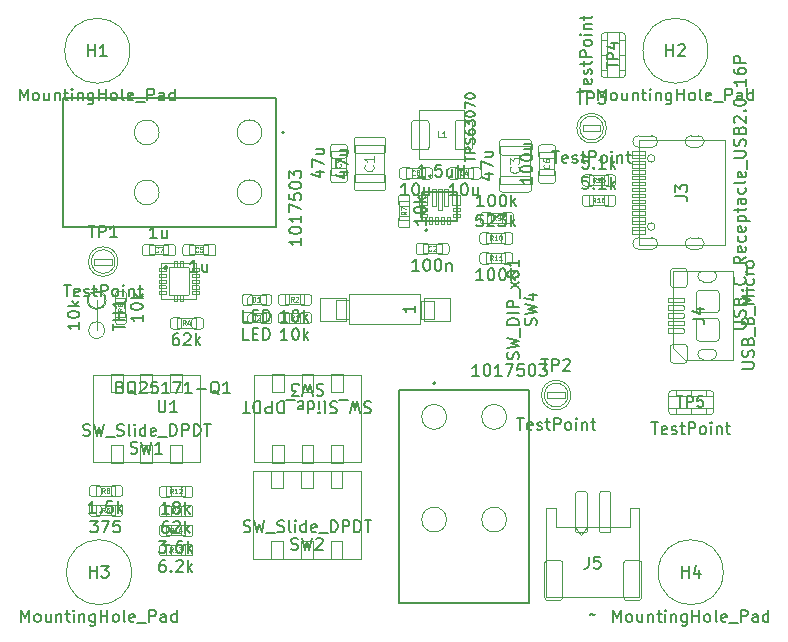
<source format=gbr>
G04 #@! TF.GenerationSoftware,KiCad,Pcbnew,9.0.0*
G04 #@! TF.CreationDate,2025-04-25T18:31:33-04:00*
G04 #@! TF.ProjectId,bq25171_breakout,62713235-3137-4315-9f62-7265616b6f75,rev?*
G04 #@! TF.SameCoordinates,Original*
G04 #@! TF.FileFunction,AssemblyDrawing,Top*
%FSLAX46Y46*%
G04 Gerber Fmt 4.6, Leading zero omitted, Abs format (unit mm)*
G04 Created by KiCad (PCBNEW 9.0.0) date 2025-04-25 18:31:33*
%MOMM*%
%LPD*%
G01*
G04 APERTURE LIST*
%ADD10C,0.150000*%
%ADD11C,0.120000*%
%ADD12C,0.060000*%
%ADD13C,0.075000*%
%ADD14C,0.135000*%
%ADD15C,0.080000*%
%ADD16C,0.100000*%
%ADD17C,0.127000*%
%ADD18C,0.200000*%
%ADD19C,0.225000*%
%ADD20C,0.100000*%
G04 #@! TD*
G04 APERTURE END LIST*
D10*
X124618152Y-87788095D02*
X125284819Y-87788095D01*
X124237200Y-88026190D02*
X124951485Y-88264285D01*
X124951485Y-88264285D02*
X124951485Y-87645238D01*
X124284819Y-87359523D02*
X124284819Y-86692857D01*
X124284819Y-86692857D02*
X125284819Y-87121428D01*
X124618152Y-85883333D02*
X125284819Y-85883333D01*
X124618152Y-86311904D02*
X125141961Y-86311904D01*
X125141961Y-86311904D02*
X125237200Y-86264285D01*
X125237200Y-86264285D02*
X125284819Y-86169047D01*
X125284819Y-86169047D02*
X125284819Y-86026190D01*
X125284819Y-86026190D02*
X125237200Y-85930952D01*
X125237200Y-85930952D02*
X125189580Y-85883333D01*
D11*
X127417664Y-87183332D02*
X127455760Y-87221428D01*
X127455760Y-87221428D02*
X127493855Y-87335713D01*
X127493855Y-87335713D02*
X127493855Y-87411904D01*
X127493855Y-87411904D02*
X127455760Y-87526190D01*
X127455760Y-87526190D02*
X127379569Y-87602380D01*
X127379569Y-87602380D02*
X127303379Y-87640475D01*
X127303379Y-87640475D02*
X127150998Y-87678571D01*
X127150998Y-87678571D02*
X127036712Y-87678571D01*
X127036712Y-87678571D02*
X126884331Y-87640475D01*
X126884331Y-87640475D02*
X126808140Y-87602380D01*
X126808140Y-87602380D02*
X126731950Y-87526190D01*
X126731950Y-87526190D02*
X126693855Y-87411904D01*
X126693855Y-87411904D02*
X126693855Y-87335713D01*
X126693855Y-87335713D02*
X126731950Y-87221428D01*
X126731950Y-87221428D02*
X126770045Y-87183332D01*
X127493855Y-86421428D02*
X127493855Y-86878571D01*
X127493855Y-86649999D02*
X126693855Y-86649999D01*
X126693855Y-86649999D02*
X126808140Y-86726190D01*
X126808140Y-86726190D02*
X126884331Y-86802380D01*
X126884331Y-86802380D02*
X126922426Y-86878571D01*
D10*
X116899642Y-101984819D02*
X116423452Y-101984819D01*
X116423452Y-101984819D02*
X116423452Y-100984819D01*
X117232976Y-101461009D02*
X117566309Y-101461009D01*
X117709166Y-101984819D02*
X117232976Y-101984819D01*
X117232976Y-101984819D02*
X117232976Y-100984819D01*
X117232976Y-100984819D02*
X117709166Y-100984819D01*
X118137738Y-101984819D02*
X118137738Y-100984819D01*
X118137738Y-100984819D02*
X118375833Y-100984819D01*
X118375833Y-100984819D02*
X118518690Y-101032438D01*
X118518690Y-101032438D02*
X118613928Y-101127676D01*
X118613928Y-101127676D02*
X118661547Y-101222914D01*
X118661547Y-101222914D02*
X118709166Y-101413390D01*
X118709166Y-101413390D02*
X118709166Y-101556247D01*
X118709166Y-101556247D02*
X118661547Y-101746723D01*
X118661547Y-101746723D02*
X118613928Y-101841961D01*
X118613928Y-101841961D02*
X118518690Y-101937200D01*
X118518690Y-101937200D02*
X118375833Y-101984819D01*
X118375833Y-101984819D02*
X118137738Y-101984819D01*
D12*
X117247262Y-100281927D02*
X117247262Y-99881927D01*
X117247262Y-99881927D02*
X117342500Y-99881927D01*
X117342500Y-99881927D02*
X117399643Y-99900975D01*
X117399643Y-99900975D02*
X117437738Y-99939070D01*
X117437738Y-99939070D02*
X117456785Y-99977165D01*
X117456785Y-99977165D02*
X117475833Y-100053356D01*
X117475833Y-100053356D02*
X117475833Y-100110499D01*
X117475833Y-100110499D02*
X117456785Y-100186689D01*
X117456785Y-100186689D02*
X117437738Y-100224784D01*
X117437738Y-100224784D02*
X117399643Y-100262880D01*
X117399643Y-100262880D02*
X117342500Y-100281927D01*
X117342500Y-100281927D02*
X117247262Y-100281927D01*
X117628214Y-99920022D02*
X117647262Y-99900975D01*
X117647262Y-99900975D02*
X117685357Y-99881927D01*
X117685357Y-99881927D02*
X117780595Y-99881927D01*
X117780595Y-99881927D02*
X117818690Y-99900975D01*
X117818690Y-99900975D02*
X117837738Y-99920022D01*
X117837738Y-99920022D02*
X117856785Y-99958118D01*
X117856785Y-99958118D02*
X117856785Y-99996213D01*
X117856785Y-99996213D02*
X117837738Y-100053356D01*
X117837738Y-100053356D02*
X117609166Y-100281927D01*
X117609166Y-100281927D02*
X117856785Y-100281927D01*
D10*
X135240295Y-86865786D02*
X135240295Y-86408643D01*
X136040295Y-86637215D02*
X135240295Y-86637215D01*
X136040295Y-86141976D02*
X135240295Y-86141976D01*
X135240295Y-86141976D02*
X135240295Y-85837214D01*
X135240295Y-85837214D02*
X135278390Y-85761024D01*
X135278390Y-85761024D02*
X135316485Y-85722929D01*
X135316485Y-85722929D02*
X135392676Y-85684833D01*
X135392676Y-85684833D02*
X135506961Y-85684833D01*
X135506961Y-85684833D02*
X135583152Y-85722929D01*
X135583152Y-85722929D02*
X135621247Y-85761024D01*
X135621247Y-85761024D02*
X135659342Y-85837214D01*
X135659342Y-85837214D02*
X135659342Y-86141976D01*
X136002200Y-85380072D02*
X136040295Y-85265786D01*
X136040295Y-85265786D02*
X136040295Y-85075310D01*
X136040295Y-85075310D02*
X136002200Y-84999119D01*
X136002200Y-84999119D02*
X135964104Y-84961024D01*
X135964104Y-84961024D02*
X135887914Y-84922929D01*
X135887914Y-84922929D02*
X135811723Y-84922929D01*
X135811723Y-84922929D02*
X135735533Y-84961024D01*
X135735533Y-84961024D02*
X135697438Y-84999119D01*
X135697438Y-84999119D02*
X135659342Y-85075310D01*
X135659342Y-85075310D02*
X135621247Y-85227691D01*
X135621247Y-85227691D02*
X135583152Y-85303881D01*
X135583152Y-85303881D02*
X135545057Y-85341976D01*
X135545057Y-85341976D02*
X135468866Y-85380072D01*
X135468866Y-85380072D02*
X135392676Y-85380072D01*
X135392676Y-85380072D02*
X135316485Y-85341976D01*
X135316485Y-85341976D02*
X135278390Y-85303881D01*
X135278390Y-85303881D02*
X135240295Y-85227691D01*
X135240295Y-85227691D02*
X135240295Y-85037214D01*
X135240295Y-85037214D02*
X135278390Y-84922929D01*
X135240295Y-84237214D02*
X135240295Y-84389595D01*
X135240295Y-84389595D02*
X135278390Y-84465786D01*
X135278390Y-84465786D02*
X135316485Y-84503881D01*
X135316485Y-84503881D02*
X135430771Y-84580071D01*
X135430771Y-84580071D02*
X135583152Y-84618167D01*
X135583152Y-84618167D02*
X135887914Y-84618167D01*
X135887914Y-84618167D02*
X135964104Y-84580071D01*
X135964104Y-84580071D02*
X136002200Y-84541976D01*
X136002200Y-84541976D02*
X136040295Y-84465786D01*
X136040295Y-84465786D02*
X136040295Y-84313405D01*
X136040295Y-84313405D02*
X136002200Y-84237214D01*
X136002200Y-84237214D02*
X135964104Y-84199119D01*
X135964104Y-84199119D02*
X135887914Y-84161024D01*
X135887914Y-84161024D02*
X135697438Y-84161024D01*
X135697438Y-84161024D02*
X135621247Y-84199119D01*
X135621247Y-84199119D02*
X135583152Y-84237214D01*
X135583152Y-84237214D02*
X135545057Y-84313405D01*
X135545057Y-84313405D02*
X135545057Y-84465786D01*
X135545057Y-84465786D02*
X135583152Y-84541976D01*
X135583152Y-84541976D02*
X135621247Y-84580071D01*
X135621247Y-84580071D02*
X135697438Y-84618167D01*
X135240295Y-83894357D02*
X135240295Y-83399119D01*
X135240295Y-83399119D02*
X135545057Y-83665785D01*
X135545057Y-83665785D02*
X135545057Y-83551500D01*
X135545057Y-83551500D02*
X135583152Y-83475309D01*
X135583152Y-83475309D02*
X135621247Y-83437214D01*
X135621247Y-83437214D02*
X135697438Y-83399119D01*
X135697438Y-83399119D02*
X135887914Y-83399119D01*
X135887914Y-83399119D02*
X135964104Y-83437214D01*
X135964104Y-83437214D02*
X136002200Y-83475309D01*
X136002200Y-83475309D02*
X136040295Y-83551500D01*
X136040295Y-83551500D02*
X136040295Y-83780071D01*
X136040295Y-83780071D02*
X136002200Y-83856262D01*
X136002200Y-83856262D02*
X135964104Y-83894357D01*
X135240295Y-82903880D02*
X135240295Y-82827690D01*
X135240295Y-82827690D02*
X135278390Y-82751499D01*
X135278390Y-82751499D02*
X135316485Y-82713404D01*
X135316485Y-82713404D02*
X135392676Y-82675309D01*
X135392676Y-82675309D02*
X135545057Y-82637214D01*
X135545057Y-82637214D02*
X135735533Y-82637214D01*
X135735533Y-82637214D02*
X135887914Y-82675309D01*
X135887914Y-82675309D02*
X135964104Y-82713404D01*
X135964104Y-82713404D02*
X136002200Y-82751499D01*
X136002200Y-82751499D02*
X136040295Y-82827690D01*
X136040295Y-82827690D02*
X136040295Y-82903880D01*
X136040295Y-82903880D02*
X136002200Y-82980071D01*
X136002200Y-82980071D02*
X135964104Y-83018166D01*
X135964104Y-83018166D02*
X135887914Y-83056261D01*
X135887914Y-83056261D02*
X135735533Y-83094357D01*
X135735533Y-83094357D02*
X135545057Y-83094357D01*
X135545057Y-83094357D02*
X135392676Y-83056261D01*
X135392676Y-83056261D02*
X135316485Y-83018166D01*
X135316485Y-83018166D02*
X135278390Y-82980071D01*
X135278390Y-82980071D02*
X135240295Y-82903880D01*
X135240295Y-82370547D02*
X135240295Y-81837213D01*
X135240295Y-81837213D02*
X136040295Y-82180071D01*
X135240295Y-81380070D02*
X135240295Y-81303880D01*
X135240295Y-81303880D02*
X135278390Y-81227689D01*
X135278390Y-81227689D02*
X135316485Y-81189594D01*
X135316485Y-81189594D02*
X135392676Y-81151499D01*
X135392676Y-81151499D02*
X135545057Y-81113404D01*
X135545057Y-81113404D02*
X135735533Y-81113404D01*
X135735533Y-81113404D02*
X135887914Y-81151499D01*
X135887914Y-81151499D02*
X135964104Y-81189594D01*
X135964104Y-81189594D02*
X136002200Y-81227689D01*
X136002200Y-81227689D02*
X136040295Y-81303880D01*
X136040295Y-81303880D02*
X136040295Y-81380070D01*
X136040295Y-81380070D02*
X136002200Y-81456261D01*
X136002200Y-81456261D02*
X135964104Y-81494356D01*
X135964104Y-81494356D02*
X135887914Y-81532451D01*
X135887914Y-81532451D02*
X135735533Y-81570547D01*
X135735533Y-81570547D02*
X135545057Y-81570547D01*
X135545057Y-81570547D02*
X135392676Y-81532451D01*
X135392676Y-81532451D02*
X135316485Y-81494356D01*
X135316485Y-81494356D02*
X135278390Y-81456261D01*
X135278390Y-81456261D02*
X135240295Y-81380070D01*
X131310952Y-96134819D02*
X130739524Y-96134819D01*
X131025238Y-96134819D02*
X131025238Y-95134819D01*
X131025238Y-95134819D02*
X130930000Y-95277676D01*
X130930000Y-95277676D02*
X130834762Y-95372914D01*
X130834762Y-95372914D02*
X130739524Y-95420533D01*
X131930000Y-95134819D02*
X132025238Y-95134819D01*
X132025238Y-95134819D02*
X132120476Y-95182438D01*
X132120476Y-95182438D02*
X132168095Y-95230057D01*
X132168095Y-95230057D02*
X132215714Y-95325295D01*
X132215714Y-95325295D02*
X132263333Y-95515771D01*
X132263333Y-95515771D02*
X132263333Y-95753866D01*
X132263333Y-95753866D02*
X132215714Y-95944342D01*
X132215714Y-95944342D02*
X132168095Y-96039580D01*
X132168095Y-96039580D02*
X132120476Y-96087200D01*
X132120476Y-96087200D02*
X132025238Y-96134819D01*
X132025238Y-96134819D02*
X131930000Y-96134819D01*
X131930000Y-96134819D02*
X131834762Y-96087200D01*
X131834762Y-96087200D02*
X131787143Y-96039580D01*
X131787143Y-96039580D02*
X131739524Y-95944342D01*
X131739524Y-95944342D02*
X131691905Y-95753866D01*
X131691905Y-95753866D02*
X131691905Y-95515771D01*
X131691905Y-95515771D02*
X131739524Y-95325295D01*
X131739524Y-95325295D02*
X131787143Y-95230057D01*
X131787143Y-95230057D02*
X131834762Y-95182438D01*
X131834762Y-95182438D02*
X131930000Y-95134819D01*
X132882381Y-95134819D02*
X132977619Y-95134819D01*
X132977619Y-95134819D02*
X133072857Y-95182438D01*
X133072857Y-95182438D02*
X133120476Y-95230057D01*
X133120476Y-95230057D02*
X133168095Y-95325295D01*
X133168095Y-95325295D02*
X133215714Y-95515771D01*
X133215714Y-95515771D02*
X133215714Y-95753866D01*
X133215714Y-95753866D02*
X133168095Y-95944342D01*
X133168095Y-95944342D02*
X133120476Y-96039580D01*
X133120476Y-96039580D02*
X133072857Y-96087200D01*
X133072857Y-96087200D02*
X132977619Y-96134819D01*
X132977619Y-96134819D02*
X132882381Y-96134819D01*
X132882381Y-96134819D02*
X132787143Y-96087200D01*
X132787143Y-96087200D02*
X132739524Y-96039580D01*
X132739524Y-96039580D02*
X132691905Y-95944342D01*
X132691905Y-95944342D02*
X132644286Y-95753866D01*
X132644286Y-95753866D02*
X132644286Y-95515771D01*
X132644286Y-95515771D02*
X132691905Y-95325295D01*
X132691905Y-95325295D02*
X132739524Y-95230057D01*
X132739524Y-95230057D02*
X132787143Y-95182438D01*
X132787143Y-95182438D02*
X132882381Y-95134819D01*
X133644286Y-95468152D02*
X133644286Y-96134819D01*
X133644286Y-95563390D02*
X133691905Y-95515771D01*
X133691905Y-95515771D02*
X133787143Y-95468152D01*
X133787143Y-95468152D02*
X133930000Y-95468152D01*
X133930000Y-95468152D02*
X134025238Y-95515771D01*
X134025238Y-95515771D02*
X134072857Y-95611009D01*
X134072857Y-95611009D02*
X134072857Y-96134819D01*
D12*
X132363333Y-94393832D02*
X132344285Y-94412880D01*
X132344285Y-94412880D02*
X132287143Y-94431927D01*
X132287143Y-94431927D02*
X132249047Y-94431927D01*
X132249047Y-94431927D02*
X132191904Y-94412880D01*
X132191904Y-94412880D02*
X132153809Y-94374784D01*
X132153809Y-94374784D02*
X132134762Y-94336689D01*
X132134762Y-94336689D02*
X132115714Y-94260499D01*
X132115714Y-94260499D02*
X132115714Y-94203356D01*
X132115714Y-94203356D02*
X132134762Y-94127165D01*
X132134762Y-94127165D02*
X132153809Y-94089070D01*
X132153809Y-94089070D02*
X132191904Y-94050975D01*
X132191904Y-94050975D02*
X132249047Y-94031927D01*
X132249047Y-94031927D02*
X132287143Y-94031927D01*
X132287143Y-94031927D02*
X132344285Y-94050975D01*
X132344285Y-94050975D02*
X132363333Y-94070022D01*
X132515714Y-94070022D02*
X132534762Y-94050975D01*
X132534762Y-94050975D02*
X132572857Y-94031927D01*
X132572857Y-94031927D02*
X132668095Y-94031927D01*
X132668095Y-94031927D02*
X132706190Y-94050975D01*
X132706190Y-94050975D02*
X132725238Y-94070022D01*
X132725238Y-94070022D02*
X132744285Y-94108118D01*
X132744285Y-94108118D02*
X132744285Y-94146213D01*
X132744285Y-94146213D02*
X132725238Y-94203356D01*
X132725238Y-94203356D02*
X132496666Y-94431927D01*
X132496666Y-94431927D02*
X132744285Y-94431927D01*
D10*
X131825238Y-88154819D02*
X131253810Y-88154819D01*
X131539524Y-88154819D02*
X131539524Y-87154819D01*
X131539524Y-87154819D02*
X131444286Y-87297676D01*
X131444286Y-87297676D02*
X131349048Y-87392914D01*
X131349048Y-87392914D02*
X131253810Y-87440533D01*
X132253810Y-88059580D02*
X132301429Y-88107200D01*
X132301429Y-88107200D02*
X132253810Y-88154819D01*
X132253810Y-88154819D02*
X132206191Y-88107200D01*
X132206191Y-88107200D02*
X132253810Y-88059580D01*
X132253810Y-88059580D02*
X132253810Y-88154819D01*
X133206190Y-87154819D02*
X132730000Y-87154819D01*
X132730000Y-87154819D02*
X132682381Y-87631009D01*
X132682381Y-87631009D02*
X132730000Y-87583390D01*
X132730000Y-87583390D02*
X132825238Y-87535771D01*
X132825238Y-87535771D02*
X133063333Y-87535771D01*
X133063333Y-87535771D02*
X133158571Y-87583390D01*
X133158571Y-87583390D02*
X133206190Y-87631009D01*
X133206190Y-87631009D02*
X133253809Y-87726247D01*
X133253809Y-87726247D02*
X133253809Y-87964342D01*
X133253809Y-87964342D02*
X133206190Y-88059580D01*
X133206190Y-88059580D02*
X133158571Y-88107200D01*
X133158571Y-88107200D02*
X133063333Y-88154819D01*
X133063333Y-88154819D02*
X132825238Y-88154819D01*
X132825238Y-88154819D02*
X132730000Y-88107200D01*
X132730000Y-88107200D02*
X132682381Y-88059580D01*
X134110952Y-87488152D02*
X134110952Y-88154819D01*
X133682381Y-87488152D02*
X133682381Y-88011961D01*
X133682381Y-88011961D02*
X133730000Y-88107200D01*
X133730000Y-88107200D02*
X133825238Y-88154819D01*
X133825238Y-88154819D02*
X133968095Y-88154819D01*
X133968095Y-88154819D02*
X134063333Y-88107200D01*
X134063333Y-88107200D02*
X134110952Y-88059580D01*
X134587143Y-88154819D02*
X134587143Y-87154819D01*
X134587143Y-87631009D02*
X135158571Y-87631009D01*
X135158571Y-88154819D02*
X135158571Y-87154819D01*
D13*
X133146666Y-84827409D02*
X132908571Y-84827409D01*
X132908571Y-84827409D02*
X132908571Y-84327409D01*
X133575238Y-84827409D02*
X133289524Y-84827409D01*
X133432381Y-84827409D02*
X133432381Y-84327409D01*
X133432381Y-84327409D02*
X133384762Y-84398838D01*
X133384762Y-84398838D02*
X133337143Y-84446457D01*
X133337143Y-84446457D02*
X133289524Y-84470266D01*
D10*
X109277619Y-118984819D02*
X109896666Y-118984819D01*
X109896666Y-118984819D02*
X109563333Y-119365771D01*
X109563333Y-119365771D02*
X109706190Y-119365771D01*
X109706190Y-119365771D02*
X109801428Y-119413390D01*
X109801428Y-119413390D02*
X109849047Y-119461009D01*
X109849047Y-119461009D02*
X109896666Y-119556247D01*
X109896666Y-119556247D02*
X109896666Y-119794342D01*
X109896666Y-119794342D02*
X109849047Y-119889580D01*
X109849047Y-119889580D02*
X109801428Y-119937200D01*
X109801428Y-119937200D02*
X109706190Y-119984819D01*
X109706190Y-119984819D02*
X109420476Y-119984819D01*
X109420476Y-119984819D02*
X109325238Y-119937200D01*
X109325238Y-119937200D02*
X109277619Y-119889580D01*
X110325238Y-119889580D02*
X110372857Y-119937200D01*
X110372857Y-119937200D02*
X110325238Y-119984819D01*
X110325238Y-119984819D02*
X110277619Y-119937200D01*
X110277619Y-119937200D02*
X110325238Y-119889580D01*
X110325238Y-119889580D02*
X110325238Y-119984819D01*
X111229999Y-118984819D02*
X111039523Y-118984819D01*
X111039523Y-118984819D02*
X110944285Y-119032438D01*
X110944285Y-119032438D02*
X110896666Y-119080057D01*
X110896666Y-119080057D02*
X110801428Y-119222914D01*
X110801428Y-119222914D02*
X110753809Y-119413390D01*
X110753809Y-119413390D02*
X110753809Y-119794342D01*
X110753809Y-119794342D02*
X110801428Y-119889580D01*
X110801428Y-119889580D02*
X110849047Y-119937200D01*
X110849047Y-119937200D02*
X110944285Y-119984819D01*
X110944285Y-119984819D02*
X111134761Y-119984819D01*
X111134761Y-119984819D02*
X111229999Y-119937200D01*
X111229999Y-119937200D02*
X111277618Y-119889580D01*
X111277618Y-119889580D02*
X111325237Y-119794342D01*
X111325237Y-119794342D02*
X111325237Y-119556247D01*
X111325237Y-119556247D02*
X111277618Y-119461009D01*
X111277618Y-119461009D02*
X111229999Y-119413390D01*
X111229999Y-119413390D02*
X111134761Y-119365771D01*
X111134761Y-119365771D02*
X110944285Y-119365771D01*
X110944285Y-119365771D02*
X110849047Y-119413390D01*
X110849047Y-119413390D02*
X110801428Y-119461009D01*
X110801428Y-119461009D02*
X110753809Y-119556247D01*
X111753809Y-119984819D02*
X111753809Y-118984819D01*
X111849047Y-119603866D02*
X112134761Y-119984819D01*
X112134761Y-119318152D02*
X111753809Y-119699104D01*
D12*
X110472857Y-118281927D02*
X110339524Y-118091451D01*
X110244286Y-118281927D02*
X110244286Y-117881927D01*
X110244286Y-117881927D02*
X110396667Y-117881927D01*
X110396667Y-117881927D02*
X110434762Y-117900975D01*
X110434762Y-117900975D02*
X110453809Y-117920022D01*
X110453809Y-117920022D02*
X110472857Y-117958118D01*
X110472857Y-117958118D02*
X110472857Y-118015260D01*
X110472857Y-118015260D02*
X110453809Y-118053356D01*
X110453809Y-118053356D02*
X110434762Y-118072403D01*
X110434762Y-118072403D02*
X110396667Y-118091451D01*
X110396667Y-118091451D02*
X110244286Y-118091451D01*
X110853809Y-118281927D02*
X110625238Y-118281927D01*
X110739524Y-118281927D02*
X110739524Y-117881927D01*
X110739524Y-117881927D02*
X110701428Y-117939070D01*
X110701428Y-117939070D02*
X110663333Y-117977165D01*
X110663333Y-117977165D02*
X110625238Y-117996213D01*
X111196666Y-118015260D02*
X111196666Y-118281927D01*
X111101428Y-117862880D02*
X111006190Y-118148594D01*
X111006190Y-118148594D02*
X111253809Y-118148594D01*
D10*
X106027619Y-105981009D02*
X106170476Y-106028628D01*
X106170476Y-106028628D02*
X106218095Y-106076247D01*
X106218095Y-106076247D02*
X106265714Y-106171485D01*
X106265714Y-106171485D02*
X106265714Y-106314342D01*
X106265714Y-106314342D02*
X106218095Y-106409580D01*
X106218095Y-106409580D02*
X106170476Y-106457200D01*
X106170476Y-106457200D02*
X106075238Y-106504819D01*
X106075238Y-106504819D02*
X105694286Y-106504819D01*
X105694286Y-106504819D02*
X105694286Y-105504819D01*
X105694286Y-105504819D02*
X106027619Y-105504819D01*
X106027619Y-105504819D02*
X106122857Y-105552438D01*
X106122857Y-105552438D02*
X106170476Y-105600057D01*
X106170476Y-105600057D02*
X106218095Y-105695295D01*
X106218095Y-105695295D02*
X106218095Y-105790533D01*
X106218095Y-105790533D02*
X106170476Y-105885771D01*
X106170476Y-105885771D02*
X106122857Y-105933390D01*
X106122857Y-105933390D02*
X106027619Y-105981009D01*
X106027619Y-105981009D02*
X105694286Y-105981009D01*
X107360952Y-106600057D02*
X107265714Y-106552438D01*
X107265714Y-106552438D02*
X107170476Y-106457200D01*
X107170476Y-106457200D02*
X107027619Y-106314342D01*
X107027619Y-106314342D02*
X106932381Y-106266723D01*
X106932381Y-106266723D02*
X106837143Y-106266723D01*
X106884762Y-106504819D02*
X106789524Y-106457200D01*
X106789524Y-106457200D02*
X106694286Y-106361961D01*
X106694286Y-106361961D02*
X106646667Y-106171485D01*
X106646667Y-106171485D02*
X106646667Y-105838152D01*
X106646667Y-105838152D02*
X106694286Y-105647676D01*
X106694286Y-105647676D02*
X106789524Y-105552438D01*
X106789524Y-105552438D02*
X106884762Y-105504819D01*
X106884762Y-105504819D02*
X107075238Y-105504819D01*
X107075238Y-105504819D02*
X107170476Y-105552438D01*
X107170476Y-105552438D02*
X107265714Y-105647676D01*
X107265714Y-105647676D02*
X107313333Y-105838152D01*
X107313333Y-105838152D02*
X107313333Y-106171485D01*
X107313333Y-106171485D02*
X107265714Y-106361961D01*
X107265714Y-106361961D02*
X107170476Y-106457200D01*
X107170476Y-106457200D02*
X107075238Y-106504819D01*
X107075238Y-106504819D02*
X106884762Y-106504819D01*
X107694286Y-105600057D02*
X107741905Y-105552438D01*
X107741905Y-105552438D02*
X107837143Y-105504819D01*
X107837143Y-105504819D02*
X108075238Y-105504819D01*
X108075238Y-105504819D02*
X108170476Y-105552438D01*
X108170476Y-105552438D02*
X108218095Y-105600057D01*
X108218095Y-105600057D02*
X108265714Y-105695295D01*
X108265714Y-105695295D02*
X108265714Y-105790533D01*
X108265714Y-105790533D02*
X108218095Y-105933390D01*
X108218095Y-105933390D02*
X107646667Y-106504819D01*
X107646667Y-106504819D02*
X108265714Y-106504819D01*
X109170476Y-105504819D02*
X108694286Y-105504819D01*
X108694286Y-105504819D02*
X108646667Y-105981009D01*
X108646667Y-105981009D02*
X108694286Y-105933390D01*
X108694286Y-105933390D02*
X108789524Y-105885771D01*
X108789524Y-105885771D02*
X109027619Y-105885771D01*
X109027619Y-105885771D02*
X109122857Y-105933390D01*
X109122857Y-105933390D02*
X109170476Y-105981009D01*
X109170476Y-105981009D02*
X109218095Y-106076247D01*
X109218095Y-106076247D02*
X109218095Y-106314342D01*
X109218095Y-106314342D02*
X109170476Y-106409580D01*
X109170476Y-106409580D02*
X109122857Y-106457200D01*
X109122857Y-106457200D02*
X109027619Y-106504819D01*
X109027619Y-106504819D02*
X108789524Y-106504819D01*
X108789524Y-106504819D02*
X108694286Y-106457200D01*
X108694286Y-106457200D02*
X108646667Y-106409580D01*
X110170476Y-106504819D02*
X109599048Y-106504819D01*
X109884762Y-106504819D02*
X109884762Y-105504819D01*
X109884762Y-105504819D02*
X109789524Y-105647676D01*
X109789524Y-105647676D02*
X109694286Y-105742914D01*
X109694286Y-105742914D02*
X109599048Y-105790533D01*
X110503810Y-105504819D02*
X111170476Y-105504819D01*
X111170476Y-105504819D02*
X110741905Y-106504819D01*
X112075238Y-106504819D02*
X111503810Y-106504819D01*
X111789524Y-106504819D02*
X111789524Y-105504819D01*
X111789524Y-105504819D02*
X111694286Y-105647676D01*
X111694286Y-105647676D02*
X111599048Y-105742914D01*
X111599048Y-105742914D02*
X111503810Y-105790533D01*
X112503810Y-106123866D02*
X113265715Y-106123866D01*
X114408571Y-106600057D02*
X114313333Y-106552438D01*
X114313333Y-106552438D02*
X114218095Y-106457200D01*
X114218095Y-106457200D02*
X114075238Y-106314342D01*
X114075238Y-106314342D02*
X113980000Y-106266723D01*
X113980000Y-106266723D02*
X113884762Y-106266723D01*
X113932381Y-106504819D02*
X113837143Y-106457200D01*
X113837143Y-106457200D02*
X113741905Y-106361961D01*
X113741905Y-106361961D02*
X113694286Y-106171485D01*
X113694286Y-106171485D02*
X113694286Y-105838152D01*
X113694286Y-105838152D02*
X113741905Y-105647676D01*
X113741905Y-105647676D02*
X113837143Y-105552438D01*
X113837143Y-105552438D02*
X113932381Y-105504819D01*
X113932381Y-105504819D02*
X114122857Y-105504819D01*
X114122857Y-105504819D02*
X114218095Y-105552438D01*
X114218095Y-105552438D02*
X114313333Y-105647676D01*
X114313333Y-105647676D02*
X114360952Y-105838152D01*
X114360952Y-105838152D02*
X114360952Y-106171485D01*
X114360952Y-106171485D02*
X114313333Y-106361961D01*
X114313333Y-106361961D02*
X114218095Y-106457200D01*
X114218095Y-106457200D02*
X114122857Y-106504819D01*
X114122857Y-106504819D02*
X113932381Y-106504819D01*
X115313333Y-106504819D02*
X114741905Y-106504819D01*
X115027619Y-106504819D02*
X115027619Y-105504819D01*
X115027619Y-105504819D02*
X114932381Y-105647676D01*
X114932381Y-105647676D02*
X114837143Y-105742914D01*
X114837143Y-105742914D02*
X114741905Y-105790533D01*
X109268095Y-107104819D02*
X109268095Y-107914342D01*
X109268095Y-107914342D02*
X109315714Y-108009580D01*
X109315714Y-108009580D02*
X109363333Y-108057200D01*
X109363333Y-108057200D02*
X109458571Y-108104819D01*
X109458571Y-108104819D02*
X109649047Y-108104819D01*
X109649047Y-108104819D02*
X109744285Y-108057200D01*
X109744285Y-108057200D02*
X109791904Y-108009580D01*
X109791904Y-108009580D02*
X109839523Y-107914342D01*
X109839523Y-107914342D02*
X109839523Y-107104819D01*
X110839523Y-108104819D02*
X110268095Y-108104819D01*
X110553809Y-108104819D02*
X110553809Y-107104819D01*
X110553809Y-107104819D02*
X110458571Y-107247676D01*
X110458571Y-107247676D02*
X110363333Y-107342914D01*
X110363333Y-107342914D02*
X110268095Y-107390533D01*
X97658571Y-125854819D02*
X97658571Y-124854819D01*
X97658571Y-124854819D02*
X97991904Y-125569104D01*
X97991904Y-125569104D02*
X98325237Y-124854819D01*
X98325237Y-124854819D02*
X98325237Y-125854819D01*
X98944285Y-125854819D02*
X98849047Y-125807200D01*
X98849047Y-125807200D02*
X98801428Y-125759580D01*
X98801428Y-125759580D02*
X98753809Y-125664342D01*
X98753809Y-125664342D02*
X98753809Y-125378628D01*
X98753809Y-125378628D02*
X98801428Y-125283390D01*
X98801428Y-125283390D02*
X98849047Y-125235771D01*
X98849047Y-125235771D02*
X98944285Y-125188152D01*
X98944285Y-125188152D02*
X99087142Y-125188152D01*
X99087142Y-125188152D02*
X99182380Y-125235771D01*
X99182380Y-125235771D02*
X99229999Y-125283390D01*
X99229999Y-125283390D02*
X99277618Y-125378628D01*
X99277618Y-125378628D02*
X99277618Y-125664342D01*
X99277618Y-125664342D02*
X99229999Y-125759580D01*
X99229999Y-125759580D02*
X99182380Y-125807200D01*
X99182380Y-125807200D02*
X99087142Y-125854819D01*
X99087142Y-125854819D02*
X98944285Y-125854819D01*
X100134761Y-125188152D02*
X100134761Y-125854819D01*
X99706190Y-125188152D02*
X99706190Y-125711961D01*
X99706190Y-125711961D02*
X99753809Y-125807200D01*
X99753809Y-125807200D02*
X99849047Y-125854819D01*
X99849047Y-125854819D02*
X99991904Y-125854819D01*
X99991904Y-125854819D02*
X100087142Y-125807200D01*
X100087142Y-125807200D02*
X100134761Y-125759580D01*
X100610952Y-125188152D02*
X100610952Y-125854819D01*
X100610952Y-125283390D02*
X100658571Y-125235771D01*
X100658571Y-125235771D02*
X100753809Y-125188152D01*
X100753809Y-125188152D02*
X100896666Y-125188152D01*
X100896666Y-125188152D02*
X100991904Y-125235771D01*
X100991904Y-125235771D02*
X101039523Y-125331009D01*
X101039523Y-125331009D02*
X101039523Y-125854819D01*
X101372857Y-125188152D02*
X101753809Y-125188152D01*
X101515714Y-124854819D02*
X101515714Y-125711961D01*
X101515714Y-125711961D02*
X101563333Y-125807200D01*
X101563333Y-125807200D02*
X101658571Y-125854819D01*
X101658571Y-125854819D02*
X101753809Y-125854819D01*
X102087143Y-125854819D02*
X102087143Y-125188152D01*
X102087143Y-124854819D02*
X102039524Y-124902438D01*
X102039524Y-124902438D02*
X102087143Y-124950057D01*
X102087143Y-124950057D02*
X102134762Y-124902438D01*
X102134762Y-124902438D02*
X102087143Y-124854819D01*
X102087143Y-124854819D02*
X102087143Y-124950057D01*
X102563333Y-125188152D02*
X102563333Y-125854819D01*
X102563333Y-125283390D02*
X102610952Y-125235771D01*
X102610952Y-125235771D02*
X102706190Y-125188152D01*
X102706190Y-125188152D02*
X102849047Y-125188152D01*
X102849047Y-125188152D02*
X102944285Y-125235771D01*
X102944285Y-125235771D02*
X102991904Y-125331009D01*
X102991904Y-125331009D02*
X102991904Y-125854819D01*
X103896666Y-125188152D02*
X103896666Y-125997676D01*
X103896666Y-125997676D02*
X103849047Y-126092914D01*
X103849047Y-126092914D02*
X103801428Y-126140533D01*
X103801428Y-126140533D02*
X103706190Y-126188152D01*
X103706190Y-126188152D02*
X103563333Y-126188152D01*
X103563333Y-126188152D02*
X103468095Y-126140533D01*
X103896666Y-125807200D02*
X103801428Y-125854819D01*
X103801428Y-125854819D02*
X103610952Y-125854819D01*
X103610952Y-125854819D02*
X103515714Y-125807200D01*
X103515714Y-125807200D02*
X103468095Y-125759580D01*
X103468095Y-125759580D02*
X103420476Y-125664342D01*
X103420476Y-125664342D02*
X103420476Y-125378628D01*
X103420476Y-125378628D02*
X103468095Y-125283390D01*
X103468095Y-125283390D02*
X103515714Y-125235771D01*
X103515714Y-125235771D02*
X103610952Y-125188152D01*
X103610952Y-125188152D02*
X103801428Y-125188152D01*
X103801428Y-125188152D02*
X103896666Y-125235771D01*
X104372857Y-125854819D02*
X104372857Y-124854819D01*
X104372857Y-125331009D02*
X104944285Y-125331009D01*
X104944285Y-125854819D02*
X104944285Y-124854819D01*
X105563333Y-125854819D02*
X105468095Y-125807200D01*
X105468095Y-125807200D02*
X105420476Y-125759580D01*
X105420476Y-125759580D02*
X105372857Y-125664342D01*
X105372857Y-125664342D02*
X105372857Y-125378628D01*
X105372857Y-125378628D02*
X105420476Y-125283390D01*
X105420476Y-125283390D02*
X105468095Y-125235771D01*
X105468095Y-125235771D02*
X105563333Y-125188152D01*
X105563333Y-125188152D02*
X105706190Y-125188152D01*
X105706190Y-125188152D02*
X105801428Y-125235771D01*
X105801428Y-125235771D02*
X105849047Y-125283390D01*
X105849047Y-125283390D02*
X105896666Y-125378628D01*
X105896666Y-125378628D02*
X105896666Y-125664342D01*
X105896666Y-125664342D02*
X105849047Y-125759580D01*
X105849047Y-125759580D02*
X105801428Y-125807200D01*
X105801428Y-125807200D02*
X105706190Y-125854819D01*
X105706190Y-125854819D02*
X105563333Y-125854819D01*
X106468095Y-125854819D02*
X106372857Y-125807200D01*
X106372857Y-125807200D02*
X106325238Y-125711961D01*
X106325238Y-125711961D02*
X106325238Y-124854819D01*
X107230000Y-125807200D02*
X107134762Y-125854819D01*
X107134762Y-125854819D02*
X106944286Y-125854819D01*
X106944286Y-125854819D02*
X106849048Y-125807200D01*
X106849048Y-125807200D02*
X106801429Y-125711961D01*
X106801429Y-125711961D02*
X106801429Y-125331009D01*
X106801429Y-125331009D02*
X106849048Y-125235771D01*
X106849048Y-125235771D02*
X106944286Y-125188152D01*
X106944286Y-125188152D02*
X107134762Y-125188152D01*
X107134762Y-125188152D02*
X107230000Y-125235771D01*
X107230000Y-125235771D02*
X107277619Y-125331009D01*
X107277619Y-125331009D02*
X107277619Y-125426247D01*
X107277619Y-125426247D02*
X106801429Y-125521485D01*
X107468096Y-125950057D02*
X108230000Y-125950057D01*
X108468096Y-125854819D02*
X108468096Y-124854819D01*
X108468096Y-124854819D02*
X108849048Y-124854819D01*
X108849048Y-124854819D02*
X108944286Y-124902438D01*
X108944286Y-124902438D02*
X108991905Y-124950057D01*
X108991905Y-124950057D02*
X109039524Y-125045295D01*
X109039524Y-125045295D02*
X109039524Y-125188152D01*
X109039524Y-125188152D02*
X108991905Y-125283390D01*
X108991905Y-125283390D02*
X108944286Y-125331009D01*
X108944286Y-125331009D02*
X108849048Y-125378628D01*
X108849048Y-125378628D02*
X108468096Y-125378628D01*
X109896667Y-125854819D02*
X109896667Y-125331009D01*
X109896667Y-125331009D02*
X109849048Y-125235771D01*
X109849048Y-125235771D02*
X109753810Y-125188152D01*
X109753810Y-125188152D02*
X109563334Y-125188152D01*
X109563334Y-125188152D02*
X109468096Y-125235771D01*
X109896667Y-125807200D02*
X109801429Y-125854819D01*
X109801429Y-125854819D02*
X109563334Y-125854819D01*
X109563334Y-125854819D02*
X109468096Y-125807200D01*
X109468096Y-125807200D02*
X109420477Y-125711961D01*
X109420477Y-125711961D02*
X109420477Y-125616723D01*
X109420477Y-125616723D02*
X109468096Y-125521485D01*
X109468096Y-125521485D02*
X109563334Y-125473866D01*
X109563334Y-125473866D02*
X109801429Y-125473866D01*
X109801429Y-125473866D02*
X109896667Y-125426247D01*
X110801429Y-125854819D02*
X110801429Y-124854819D01*
X110801429Y-125807200D02*
X110706191Y-125854819D01*
X110706191Y-125854819D02*
X110515715Y-125854819D01*
X110515715Y-125854819D02*
X110420477Y-125807200D01*
X110420477Y-125807200D02*
X110372858Y-125759580D01*
X110372858Y-125759580D02*
X110325239Y-125664342D01*
X110325239Y-125664342D02*
X110325239Y-125378628D01*
X110325239Y-125378628D02*
X110372858Y-125283390D01*
X110372858Y-125283390D02*
X110420477Y-125235771D01*
X110420477Y-125235771D02*
X110515715Y-125188152D01*
X110515715Y-125188152D02*
X110706191Y-125188152D01*
X110706191Y-125188152D02*
X110801429Y-125235771D01*
X103468095Y-122104819D02*
X103468095Y-121104819D01*
X103468095Y-121581009D02*
X104039523Y-121581009D01*
X104039523Y-122104819D02*
X104039523Y-121104819D01*
X104420476Y-121104819D02*
X105039523Y-121104819D01*
X105039523Y-121104819D02*
X104706190Y-121485771D01*
X104706190Y-121485771D02*
X104849047Y-121485771D01*
X104849047Y-121485771D02*
X104944285Y-121533390D01*
X104944285Y-121533390D02*
X104991904Y-121581009D01*
X104991904Y-121581009D02*
X105039523Y-121676247D01*
X105039523Y-121676247D02*
X105039523Y-121914342D01*
X105039523Y-121914342D02*
X104991904Y-122009580D01*
X104991904Y-122009580D02*
X104944285Y-122057200D01*
X104944285Y-122057200D02*
X104849047Y-122104819D01*
X104849047Y-122104819D02*
X104563333Y-122104819D01*
X104563333Y-122104819D02*
X104468095Y-122057200D01*
X104468095Y-122057200D02*
X104420476Y-122009580D01*
X139737200Y-103614285D02*
X139784819Y-103471428D01*
X139784819Y-103471428D02*
X139784819Y-103233333D01*
X139784819Y-103233333D02*
X139737200Y-103138095D01*
X139737200Y-103138095D02*
X139689580Y-103090476D01*
X139689580Y-103090476D02*
X139594342Y-103042857D01*
X139594342Y-103042857D02*
X139499104Y-103042857D01*
X139499104Y-103042857D02*
X139403866Y-103090476D01*
X139403866Y-103090476D02*
X139356247Y-103138095D01*
X139356247Y-103138095D02*
X139308628Y-103233333D01*
X139308628Y-103233333D02*
X139261009Y-103423809D01*
X139261009Y-103423809D02*
X139213390Y-103519047D01*
X139213390Y-103519047D02*
X139165771Y-103566666D01*
X139165771Y-103566666D02*
X139070533Y-103614285D01*
X139070533Y-103614285D02*
X138975295Y-103614285D01*
X138975295Y-103614285D02*
X138880057Y-103566666D01*
X138880057Y-103566666D02*
X138832438Y-103519047D01*
X138832438Y-103519047D02*
X138784819Y-103423809D01*
X138784819Y-103423809D02*
X138784819Y-103185714D01*
X138784819Y-103185714D02*
X138832438Y-103042857D01*
X138784819Y-102709523D02*
X139784819Y-102471428D01*
X139784819Y-102471428D02*
X139070533Y-102280952D01*
X139070533Y-102280952D02*
X139784819Y-102090476D01*
X139784819Y-102090476D02*
X138784819Y-101852381D01*
X139880057Y-101709524D02*
X139880057Y-100947619D01*
X139784819Y-100709523D02*
X138784819Y-100709523D01*
X138784819Y-100709523D02*
X138784819Y-100471428D01*
X138784819Y-100471428D02*
X138832438Y-100328571D01*
X138832438Y-100328571D02*
X138927676Y-100233333D01*
X138927676Y-100233333D02*
X139022914Y-100185714D01*
X139022914Y-100185714D02*
X139213390Y-100138095D01*
X139213390Y-100138095D02*
X139356247Y-100138095D01*
X139356247Y-100138095D02*
X139546723Y-100185714D01*
X139546723Y-100185714D02*
X139641961Y-100233333D01*
X139641961Y-100233333D02*
X139737200Y-100328571D01*
X139737200Y-100328571D02*
X139784819Y-100471428D01*
X139784819Y-100471428D02*
X139784819Y-100709523D01*
X139784819Y-99709523D02*
X138784819Y-99709523D01*
X139784819Y-99233333D02*
X138784819Y-99233333D01*
X138784819Y-99233333D02*
X138784819Y-98852381D01*
X138784819Y-98852381D02*
X138832438Y-98757143D01*
X138832438Y-98757143D02*
X138880057Y-98709524D01*
X138880057Y-98709524D02*
X138975295Y-98661905D01*
X138975295Y-98661905D02*
X139118152Y-98661905D01*
X139118152Y-98661905D02*
X139213390Y-98709524D01*
X139213390Y-98709524D02*
X139261009Y-98757143D01*
X139261009Y-98757143D02*
X139308628Y-98852381D01*
X139308628Y-98852381D02*
X139308628Y-99233333D01*
X139880057Y-98471429D02*
X139880057Y-97709524D01*
X139784819Y-97566666D02*
X139118152Y-97042857D01*
X139118152Y-97566666D02*
X139784819Y-97042857D01*
X138784819Y-96471428D02*
X138784819Y-96376190D01*
X138784819Y-96376190D02*
X138832438Y-96280952D01*
X138832438Y-96280952D02*
X138880057Y-96233333D01*
X138880057Y-96233333D02*
X138975295Y-96185714D01*
X138975295Y-96185714D02*
X139165771Y-96138095D01*
X139165771Y-96138095D02*
X139403866Y-96138095D01*
X139403866Y-96138095D02*
X139594342Y-96185714D01*
X139594342Y-96185714D02*
X139689580Y-96233333D01*
X139689580Y-96233333D02*
X139737200Y-96280952D01*
X139737200Y-96280952D02*
X139784819Y-96376190D01*
X139784819Y-96376190D02*
X139784819Y-96471428D01*
X139784819Y-96471428D02*
X139737200Y-96566666D01*
X139737200Y-96566666D02*
X139689580Y-96614285D01*
X139689580Y-96614285D02*
X139594342Y-96661904D01*
X139594342Y-96661904D02*
X139403866Y-96709523D01*
X139403866Y-96709523D02*
X139165771Y-96709523D01*
X139165771Y-96709523D02*
X138975295Y-96661904D01*
X138975295Y-96661904D02*
X138880057Y-96614285D01*
X138880057Y-96614285D02*
X138832438Y-96566666D01*
X138832438Y-96566666D02*
X138784819Y-96471428D01*
X139784819Y-95185714D02*
X139784819Y-95757142D01*
X139784819Y-95471428D02*
X138784819Y-95471428D01*
X138784819Y-95471428D02*
X138927676Y-95566666D01*
X138927676Y-95566666D02*
X139022914Y-95661904D01*
X139022914Y-95661904D02*
X139070533Y-95757142D01*
X130949819Y-99089411D02*
X130949819Y-99660839D01*
X130949819Y-99375125D02*
X129949819Y-99375125D01*
X129949819Y-99375125D02*
X130092676Y-99470363D01*
X130092676Y-99470363D02*
X130187914Y-99565601D01*
X130187914Y-99565601D02*
X130235533Y-99660839D01*
X141237200Y-100733332D02*
X141284819Y-100590475D01*
X141284819Y-100590475D02*
X141284819Y-100352380D01*
X141284819Y-100352380D02*
X141237200Y-100257142D01*
X141237200Y-100257142D02*
X141189580Y-100209523D01*
X141189580Y-100209523D02*
X141094342Y-100161904D01*
X141094342Y-100161904D02*
X140999104Y-100161904D01*
X140999104Y-100161904D02*
X140903866Y-100209523D01*
X140903866Y-100209523D02*
X140856247Y-100257142D01*
X140856247Y-100257142D02*
X140808628Y-100352380D01*
X140808628Y-100352380D02*
X140761009Y-100542856D01*
X140761009Y-100542856D02*
X140713390Y-100638094D01*
X140713390Y-100638094D02*
X140665771Y-100685713D01*
X140665771Y-100685713D02*
X140570533Y-100733332D01*
X140570533Y-100733332D02*
X140475295Y-100733332D01*
X140475295Y-100733332D02*
X140380057Y-100685713D01*
X140380057Y-100685713D02*
X140332438Y-100638094D01*
X140332438Y-100638094D02*
X140284819Y-100542856D01*
X140284819Y-100542856D02*
X140284819Y-100304761D01*
X140284819Y-100304761D02*
X140332438Y-100161904D01*
X140284819Y-99828570D02*
X141284819Y-99590475D01*
X141284819Y-99590475D02*
X140570533Y-99399999D01*
X140570533Y-99399999D02*
X141284819Y-99209523D01*
X141284819Y-99209523D02*
X140284819Y-98971428D01*
X140618152Y-98161904D02*
X141284819Y-98161904D01*
X140237200Y-98399999D02*
X140951485Y-98638094D01*
X140951485Y-98638094D02*
X140951485Y-98019047D01*
X107914819Y-99832738D02*
X107914819Y-100404166D01*
X107914819Y-100118452D02*
X106914819Y-100118452D01*
X106914819Y-100118452D02*
X107057676Y-100213690D01*
X107057676Y-100213690D02*
X107152914Y-100308928D01*
X107152914Y-100308928D02*
X107200533Y-100404166D01*
X106914819Y-99213690D02*
X106914819Y-99118452D01*
X106914819Y-99118452D02*
X106962438Y-99023214D01*
X106962438Y-99023214D02*
X107010057Y-98975595D01*
X107010057Y-98975595D02*
X107105295Y-98927976D01*
X107105295Y-98927976D02*
X107295771Y-98880357D01*
X107295771Y-98880357D02*
X107533866Y-98880357D01*
X107533866Y-98880357D02*
X107724342Y-98927976D01*
X107724342Y-98927976D02*
X107819580Y-98975595D01*
X107819580Y-98975595D02*
X107867200Y-99023214D01*
X107867200Y-99023214D02*
X107914819Y-99118452D01*
X107914819Y-99118452D02*
X107914819Y-99213690D01*
X107914819Y-99213690D02*
X107867200Y-99308928D01*
X107867200Y-99308928D02*
X107819580Y-99356547D01*
X107819580Y-99356547D02*
X107724342Y-99404166D01*
X107724342Y-99404166D02*
X107533866Y-99451785D01*
X107533866Y-99451785D02*
X107295771Y-99451785D01*
X107295771Y-99451785D02*
X107105295Y-99404166D01*
X107105295Y-99404166D02*
X107010057Y-99356547D01*
X107010057Y-99356547D02*
X106962438Y-99308928D01*
X106962438Y-99308928D02*
X106914819Y-99213690D01*
X107914819Y-98451785D02*
X106914819Y-98451785D01*
X107533866Y-98356547D02*
X107914819Y-98070833D01*
X107248152Y-98070833D02*
X107629104Y-98451785D01*
D12*
X106211927Y-99304166D02*
X106021451Y-99437499D01*
X106211927Y-99532737D02*
X105811927Y-99532737D01*
X105811927Y-99532737D02*
X105811927Y-99380356D01*
X105811927Y-99380356D02*
X105830975Y-99342261D01*
X105830975Y-99342261D02*
X105850022Y-99323214D01*
X105850022Y-99323214D02*
X105888118Y-99304166D01*
X105888118Y-99304166D02*
X105945260Y-99304166D01*
X105945260Y-99304166D02*
X105983356Y-99323214D01*
X105983356Y-99323214D02*
X106002403Y-99342261D01*
X106002403Y-99342261D02*
X106021451Y-99380356D01*
X106021451Y-99380356D02*
X106021451Y-99532737D01*
X105811927Y-98961309D02*
X105811927Y-99037499D01*
X105811927Y-99037499D02*
X105830975Y-99075595D01*
X105830975Y-99075595D02*
X105850022Y-99094642D01*
X105850022Y-99094642D02*
X105907165Y-99132737D01*
X105907165Y-99132737D02*
X105983356Y-99151785D01*
X105983356Y-99151785D02*
X106135737Y-99151785D01*
X106135737Y-99151785D02*
X106173832Y-99132737D01*
X106173832Y-99132737D02*
X106192880Y-99113690D01*
X106192880Y-99113690D02*
X106211927Y-99075595D01*
X106211927Y-99075595D02*
X106211927Y-98999404D01*
X106211927Y-98999404D02*
X106192880Y-98961309D01*
X106192880Y-98961309D02*
X106173832Y-98942261D01*
X106173832Y-98942261D02*
X106135737Y-98923214D01*
X106135737Y-98923214D02*
X106040499Y-98923214D01*
X106040499Y-98923214D02*
X106002403Y-98942261D01*
X106002403Y-98942261D02*
X105983356Y-98961309D01*
X105983356Y-98961309D02*
X105964308Y-98999404D01*
X105964308Y-98999404D02*
X105964308Y-99075595D01*
X105964308Y-99075595D02*
X105983356Y-99113690D01*
X105983356Y-99113690D02*
X106002403Y-99132737D01*
X106002403Y-99132737D02*
X106040499Y-99151785D01*
D10*
X120184761Y-100434819D02*
X119613333Y-100434819D01*
X119899047Y-100434819D02*
X119899047Y-99434819D01*
X119899047Y-99434819D02*
X119803809Y-99577676D01*
X119803809Y-99577676D02*
X119708571Y-99672914D01*
X119708571Y-99672914D02*
X119613333Y-99720533D01*
X120803809Y-99434819D02*
X120899047Y-99434819D01*
X120899047Y-99434819D02*
X120994285Y-99482438D01*
X120994285Y-99482438D02*
X121041904Y-99530057D01*
X121041904Y-99530057D02*
X121089523Y-99625295D01*
X121089523Y-99625295D02*
X121137142Y-99815771D01*
X121137142Y-99815771D02*
X121137142Y-100053866D01*
X121137142Y-100053866D02*
X121089523Y-100244342D01*
X121089523Y-100244342D02*
X121041904Y-100339580D01*
X121041904Y-100339580D02*
X120994285Y-100387200D01*
X120994285Y-100387200D02*
X120899047Y-100434819D01*
X120899047Y-100434819D02*
X120803809Y-100434819D01*
X120803809Y-100434819D02*
X120708571Y-100387200D01*
X120708571Y-100387200D02*
X120660952Y-100339580D01*
X120660952Y-100339580D02*
X120613333Y-100244342D01*
X120613333Y-100244342D02*
X120565714Y-100053866D01*
X120565714Y-100053866D02*
X120565714Y-99815771D01*
X120565714Y-99815771D02*
X120613333Y-99625295D01*
X120613333Y-99625295D02*
X120660952Y-99530057D01*
X120660952Y-99530057D02*
X120708571Y-99482438D01*
X120708571Y-99482438D02*
X120803809Y-99434819D01*
X121565714Y-100434819D02*
X121565714Y-99434819D01*
X121660952Y-100053866D02*
X121946666Y-100434819D01*
X121946666Y-99768152D02*
X121565714Y-100149104D01*
D12*
X120713333Y-98731927D02*
X120580000Y-98541451D01*
X120484762Y-98731927D02*
X120484762Y-98331927D01*
X120484762Y-98331927D02*
X120637143Y-98331927D01*
X120637143Y-98331927D02*
X120675238Y-98350975D01*
X120675238Y-98350975D02*
X120694285Y-98370022D01*
X120694285Y-98370022D02*
X120713333Y-98408118D01*
X120713333Y-98408118D02*
X120713333Y-98465260D01*
X120713333Y-98465260D02*
X120694285Y-98503356D01*
X120694285Y-98503356D02*
X120675238Y-98522403D01*
X120675238Y-98522403D02*
X120637143Y-98541451D01*
X120637143Y-98541451D02*
X120484762Y-98541451D01*
X120865714Y-98370022D02*
X120884762Y-98350975D01*
X120884762Y-98350975D02*
X120922857Y-98331927D01*
X120922857Y-98331927D02*
X121018095Y-98331927D01*
X121018095Y-98331927D02*
X121056190Y-98350975D01*
X121056190Y-98350975D02*
X121075238Y-98370022D01*
X121075238Y-98370022D02*
X121094285Y-98408118D01*
X121094285Y-98408118D02*
X121094285Y-98446213D01*
X121094285Y-98446213D02*
X121075238Y-98503356D01*
X121075238Y-98503356D02*
X120846666Y-98731927D01*
X120846666Y-98731927D02*
X121094285Y-98731927D01*
D10*
X110939523Y-101434819D02*
X110749047Y-101434819D01*
X110749047Y-101434819D02*
X110653809Y-101482438D01*
X110653809Y-101482438D02*
X110606190Y-101530057D01*
X110606190Y-101530057D02*
X110510952Y-101672914D01*
X110510952Y-101672914D02*
X110463333Y-101863390D01*
X110463333Y-101863390D02*
X110463333Y-102244342D01*
X110463333Y-102244342D02*
X110510952Y-102339580D01*
X110510952Y-102339580D02*
X110558571Y-102387200D01*
X110558571Y-102387200D02*
X110653809Y-102434819D01*
X110653809Y-102434819D02*
X110844285Y-102434819D01*
X110844285Y-102434819D02*
X110939523Y-102387200D01*
X110939523Y-102387200D02*
X110987142Y-102339580D01*
X110987142Y-102339580D02*
X111034761Y-102244342D01*
X111034761Y-102244342D02*
X111034761Y-102006247D01*
X111034761Y-102006247D02*
X110987142Y-101911009D01*
X110987142Y-101911009D02*
X110939523Y-101863390D01*
X110939523Y-101863390D02*
X110844285Y-101815771D01*
X110844285Y-101815771D02*
X110653809Y-101815771D01*
X110653809Y-101815771D02*
X110558571Y-101863390D01*
X110558571Y-101863390D02*
X110510952Y-101911009D01*
X110510952Y-101911009D02*
X110463333Y-102006247D01*
X111415714Y-101530057D02*
X111463333Y-101482438D01*
X111463333Y-101482438D02*
X111558571Y-101434819D01*
X111558571Y-101434819D02*
X111796666Y-101434819D01*
X111796666Y-101434819D02*
X111891904Y-101482438D01*
X111891904Y-101482438D02*
X111939523Y-101530057D01*
X111939523Y-101530057D02*
X111987142Y-101625295D01*
X111987142Y-101625295D02*
X111987142Y-101720533D01*
X111987142Y-101720533D02*
X111939523Y-101863390D01*
X111939523Y-101863390D02*
X111368095Y-102434819D01*
X111368095Y-102434819D02*
X111987142Y-102434819D01*
X112415714Y-102434819D02*
X112415714Y-101434819D01*
X112510952Y-102053866D02*
X112796666Y-102434819D01*
X112796666Y-101768152D02*
X112415714Y-102149104D01*
D12*
X111563333Y-100731927D02*
X111430000Y-100541451D01*
X111334762Y-100731927D02*
X111334762Y-100331927D01*
X111334762Y-100331927D02*
X111487143Y-100331927D01*
X111487143Y-100331927D02*
X111525238Y-100350975D01*
X111525238Y-100350975D02*
X111544285Y-100370022D01*
X111544285Y-100370022D02*
X111563333Y-100408118D01*
X111563333Y-100408118D02*
X111563333Y-100465260D01*
X111563333Y-100465260D02*
X111544285Y-100503356D01*
X111544285Y-100503356D02*
X111525238Y-100522403D01*
X111525238Y-100522403D02*
X111487143Y-100541451D01*
X111487143Y-100541451D02*
X111334762Y-100541451D01*
X111906190Y-100465260D02*
X111906190Y-100731927D01*
X111810952Y-100312880D02*
X111715714Y-100598594D01*
X111715714Y-100598594D02*
X111963333Y-100598594D01*
D10*
X127237142Y-107242800D02*
X127094285Y-107195180D01*
X127094285Y-107195180D02*
X126856190Y-107195180D01*
X126856190Y-107195180D02*
X126760952Y-107242800D01*
X126760952Y-107242800D02*
X126713333Y-107290419D01*
X126713333Y-107290419D02*
X126665714Y-107385657D01*
X126665714Y-107385657D02*
X126665714Y-107480895D01*
X126665714Y-107480895D02*
X126713333Y-107576133D01*
X126713333Y-107576133D02*
X126760952Y-107623752D01*
X126760952Y-107623752D02*
X126856190Y-107671371D01*
X126856190Y-107671371D02*
X127046666Y-107718990D01*
X127046666Y-107718990D02*
X127141904Y-107766609D01*
X127141904Y-107766609D02*
X127189523Y-107814228D01*
X127189523Y-107814228D02*
X127237142Y-107909466D01*
X127237142Y-107909466D02*
X127237142Y-108004704D01*
X127237142Y-108004704D02*
X127189523Y-108099942D01*
X127189523Y-108099942D02*
X127141904Y-108147561D01*
X127141904Y-108147561D02*
X127046666Y-108195180D01*
X127046666Y-108195180D02*
X126808571Y-108195180D01*
X126808571Y-108195180D02*
X126665714Y-108147561D01*
X126332380Y-108195180D02*
X126094285Y-107195180D01*
X126094285Y-107195180D02*
X125903809Y-107909466D01*
X125903809Y-107909466D02*
X125713333Y-107195180D01*
X125713333Y-107195180D02*
X125475238Y-108195180D01*
X125332381Y-107099942D02*
X124570476Y-107099942D01*
X124379999Y-107242800D02*
X124237142Y-107195180D01*
X124237142Y-107195180D02*
X123999047Y-107195180D01*
X123999047Y-107195180D02*
X123903809Y-107242800D01*
X123903809Y-107242800D02*
X123856190Y-107290419D01*
X123856190Y-107290419D02*
X123808571Y-107385657D01*
X123808571Y-107385657D02*
X123808571Y-107480895D01*
X123808571Y-107480895D02*
X123856190Y-107576133D01*
X123856190Y-107576133D02*
X123903809Y-107623752D01*
X123903809Y-107623752D02*
X123999047Y-107671371D01*
X123999047Y-107671371D02*
X124189523Y-107718990D01*
X124189523Y-107718990D02*
X124284761Y-107766609D01*
X124284761Y-107766609D02*
X124332380Y-107814228D01*
X124332380Y-107814228D02*
X124379999Y-107909466D01*
X124379999Y-107909466D02*
X124379999Y-108004704D01*
X124379999Y-108004704D02*
X124332380Y-108099942D01*
X124332380Y-108099942D02*
X124284761Y-108147561D01*
X124284761Y-108147561D02*
X124189523Y-108195180D01*
X124189523Y-108195180D02*
X123951428Y-108195180D01*
X123951428Y-108195180D02*
X123808571Y-108147561D01*
X123237142Y-107195180D02*
X123332380Y-107242800D01*
X123332380Y-107242800D02*
X123379999Y-107338038D01*
X123379999Y-107338038D02*
X123379999Y-108195180D01*
X122856189Y-107195180D02*
X122856189Y-107861847D01*
X122856189Y-108195180D02*
X122903808Y-108147561D01*
X122903808Y-108147561D02*
X122856189Y-108099942D01*
X122856189Y-108099942D02*
X122808570Y-108147561D01*
X122808570Y-108147561D02*
X122856189Y-108195180D01*
X122856189Y-108195180D02*
X122856189Y-108099942D01*
X121951428Y-107195180D02*
X121951428Y-108195180D01*
X121951428Y-107242800D02*
X122046666Y-107195180D01*
X122046666Y-107195180D02*
X122237142Y-107195180D01*
X122237142Y-107195180D02*
X122332380Y-107242800D01*
X122332380Y-107242800D02*
X122379999Y-107290419D01*
X122379999Y-107290419D02*
X122427618Y-107385657D01*
X122427618Y-107385657D02*
X122427618Y-107671371D01*
X122427618Y-107671371D02*
X122379999Y-107766609D01*
X122379999Y-107766609D02*
X122332380Y-107814228D01*
X122332380Y-107814228D02*
X122237142Y-107861847D01*
X122237142Y-107861847D02*
X122046666Y-107861847D01*
X122046666Y-107861847D02*
X121951428Y-107814228D01*
X121094285Y-107242800D02*
X121189523Y-107195180D01*
X121189523Y-107195180D02*
X121379999Y-107195180D01*
X121379999Y-107195180D02*
X121475237Y-107242800D01*
X121475237Y-107242800D02*
X121522856Y-107338038D01*
X121522856Y-107338038D02*
X121522856Y-107718990D01*
X121522856Y-107718990D02*
X121475237Y-107814228D01*
X121475237Y-107814228D02*
X121379999Y-107861847D01*
X121379999Y-107861847D02*
X121189523Y-107861847D01*
X121189523Y-107861847D02*
X121094285Y-107814228D01*
X121094285Y-107814228D02*
X121046666Y-107718990D01*
X121046666Y-107718990D02*
X121046666Y-107623752D01*
X121046666Y-107623752D02*
X121522856Y-107528514D01*
X120856190Y-107099942D02*
X120094285Y-107099942D01*
X119856189Y-107195180D02*
X119856189Y-108195180D01*
X119856189Y-108195180D02*
X119618094Y-108195180D01*
X119618094Y-108195180D02*
X119475237Y-108147561D01*
X119475237Y-108147561D02*
X119379999Y-108052323D01*
X119379999Y-108052323D02*
X119332380Y-107957085D01*
X119332380Y-107957085D02*
X119284761Y-107766609D01*
X119284761Y-107766609D02*
X119284761Y-107623752D01*
X119284761Y-107623752D02*
X119332380Y-107433276D01*
X119332380Y-107433276D02*
X119379999Y-107338038D01*
X119379999Y-107338038D02*
X119475237Y-107242800D01*
X119475237Y-107242800D02*
X119618094Y-107195180D01*
X119618094Y-107195180D02*
X119856189Y-107195180D01*
X118856189Y-107195180D02*
X118856189Y-108195180D01*
X118856189Y-108195180D02*
X118475237Y-108195180D01*
X118475237Y-108195180D02*
X118379999Y-108147561D01*
X118379999Y-108147561D02*
X118332380Y-108099942D01*
X118332380Y-108099942D02*
X118284761Y-108004704D01*
X118284761Y-108004704D02*
X118284761Y-107861847D01*
X118284761Y-107861847D02*
X118332380Y-107766609D01*
X118332380Y-107766609D02*
X118379999Y-107718990D01*
X118379999Y-107718990D02*
X118475237Y-107671371D01*
X118475237Y-107671371D02*
X118856189Y-107671371D01*
X117856189Y-107195180D02*
X117856189Y-108195180D01*
X117856189Y-108195180D02*
X117618094Y-108195180D01*
X117618094Y-108195180D02*
X117475237Y-108147561D01*
X117475237Y-108147561D02*
X117379999Y-108052323D01*
X117379999Y-108052323D02*
X117332380Y-107957085D01*
X117332380Y-107957085D02*
X117284761Y-107766609D01*
X117284761Y-107766609D02*
X117284761Y-107623752D01*
X117284761Y-107623752D02*
X117332380Y-107433276D01*
X117332380Y-107433276D02*
X117379999Y-107338038D01*
X117379999Y-107338038D02*
X117475237Y-107242800D01*
X117475237Y-107242800D02*
X117618094Y-107195180D01*
X117618094Y-107195180D02*
X117856189Y-107195180D01*
X116999046Y-108195180D02*
X116427618Y-108195180D01*
X116713332Y-107195180D02*
X116713332Y-108195180D01*
X123213332Y-105742800D02*
X123070475Y-105695180D01*
X123070475Y-105695180D02*
X122832380Y-105695180D01*
X122832380Y-105695180D02*
X122737142Y-105742800D01*
X122737142Y-105742800D02*
X122689523Y-105790419D01*
X122689523Y-105790419D02*
X122641904Y-105885657D01*
X122641904Y-105885657D02*
X122641904Y-105980895D01*
X122641904Y-105980895D02*
X122689523Y-106076133D01*
X122689523Y-106076133D02*
X122737142Y-106123752D01*
X122737142Y-106123752D02*
X122832380Y-106171371D01*
X122832380Y-106171371D02*
X123022856Y-106218990D01*
X123022856Y-106218990D02*
X123118094Y-106266609D01*
X123118094Y-106266609D02*
X123165713Y-106314228D01*
X123165713Y-106314228D02*
X123213332Y-106409466D01*
X123213332Y-106409466D02*
X123213332Y-106504704D01*
X123213332Y-106504704D02*
X123165713Y-106599942D01*
X123165713Y-106599942D02*
X123118094Y-106647561D01*
X123118094Y-106647561D02*
X123022856Y-106695180D01*
X123022856Y-106695180D02*
X122784761Y-106695180D01*
X122784761Y-106695180D02*
X122641904Y-106647561D01*
X122308570Y-106695180D02*
X122070475Y-105695180D01*
X122070475Y-105695180D02*
X121879999Y-106409466D01*
X121879999Y-106409466D02*
X121689523Y-105695180D01*
X121689523Y-105695180D02*
X121451428Y-106695180D01*
X121165713Y-106695180D02*
X120546666Y-106695180D01*
X120546666Y-106695180D02*
X120879999Y-106314228D01*
X120879999Y-106314228D02*
X120737142Y-106314228D01*
X120737142Y-106314228D02*
X120641904Y-106266609D01*
X120641904Y-106266609D02*
X120594285Y-106218990D01*
X120594285Y-106218990D02*
X120546666Y-106123752D01*
X120546666Y-106123752D02*
X120546666Y-105885657D01*
X120546666Y-105885657D02*
X120594285Y-105790419D01*
X120594285Y-105790419D02*
X120641904Y-105742800D01*
X120641904Y-105742800D02*
X120737142Y-105695180D01*
X120737142Y-105695180D02*
X121022856Y-105695180D01*
X121022856Y-105695180D02*
X121118094Y-105742800D01*
X121118094Y-105742800D02*
X121165713Y-105790419D01*
X120184761Y-101984819D02*
X119613333Y-101984819D01*
X119899047Y-101984819D02*
X119899047Y-100984819D01*
X119899047Y-100984819D02*
X119803809Y-101127676D01*
X119803809Y-101127676D02*
X119708571Y-101222914D01*
X119708571Y-101222914D02*
X119613333Y-101270533D01*
X120803809Y-100984819D02*
X120899047Y-100984819D01*
X120899047Y-100984819D02*
X120994285Y-101032438D01*
X120994285Y-101032438D02*
X121041904Y-101080057D01*
X121041904Y-101080057D02*
X121089523Y-101175295D01*
X121089523Y-101175295D02*
X121137142Y-101365771D01*
X121137142Y-101365771D02*
X121137142Y-101603866D01*
X121137142Y-101603866D02*
X121089523Y-101794342D01*
X121089523Y-101794342D02*
X121041904Y-101889580D01*
X121041904Y-101889580D02*
X120994285Y-101937200D01*
X120994285Y-101937200D02*
X120899047Y-101984819D01*
X120899047Y-101984819D02*
X120803809Y-101984819D01*
X120803809Y-101984819D02*
X120708571Y-101937200D01*
X120708571Y-101937200D02*
X120660952Y-101889580D01*
X120660952Y-101889580D02*
X120613333Y-101794342D01*
X120613333Y-101794342D02*
X120565714Y-101603866D01*
X120565714Y-101603866D02*
X120565714Y-101365771D01*
X120565714Y-101365771D02*
X120613333Y-101175295D01*
X120613333Y-101175295D02*
X120660952Y-101080057D01*
X120660952Y-101080057D02*
X120708571Y-101032438D01*
X120708571Y-101032438D02*
X120803809Y-100984819D01*
X121565714Y-101984819D02*
X121565714Y-100984819D01*
X121660952Y-101603866D02*
X121946666Y-101984819D01*
X121946666Y-101318152D02*
X121565714Y-101699104D01*
D12*
X120713333Y-100281927D02*
X120580000Y-100091451D01*
X120484762Y-100281927D02*
X120484762Y-99881927D01*
X120484762Y-99881927D02*
X120637143Y-99881927D01*
X120637143Y-99881927D02*
X120675238Y-99900975D01*
X120675238Y-99900975D02*
X120694285Y-99920022D01*
X120694285Y-99920022D02*
X120713333Y-99958118D01*
X120713333Y-99958118D02*
X120713333Y-100015260D01*
X120713333Y-100015260D02*
X120694285Y-100053356D01*
X120694285Y-100053356D02*
X120675238Y-100072403D01*
X120675238Y-100072403D02*
X120637143Y-100091451D01*
X120637143Y-100091451D02*
X120484762Y-100091451D01*
X121094285Y-100281927D02*
X120865714Y-100281927D01*
X120980000Y-100281927D02*
X120980000Y-99881927D01*
X120980000Y-99881927D02*
X120941904Y-99939070D01*
X120941904Y-99939070D02*
X120903809Y-99977165D01*
X120903809Y-99977165D02*
X120865714Y-99996213D01*
D10*
X121337319Y-93366428D02*
X121337319Y-93937856D01*
X121337319Y-93652142D02*
X120337319Y-93652142D01*
X120337319Y-93652142D02*
X120480176Y-93747380D01*
X120480176Y-93747380D02*
X120575414Y-93842618D01*
X120575414Y-93842618D02*
X120623033Y-93937856D01*
X120337319Y-92747380D02*
X120337319Y-92652142D01*
X120337319Y-92652142D02*
X120384938Y-92556904D01*
X120384938Y-92556904D02*
X120432557Y-92509285D01*
X120432557Y-92509285D02*
X120527795Y-92461666D01*
X120527795Y-92461666D02*
X120718271Y-92414047D01*
X120718271Y-92414047D02*
X120956366Y-92414047D01*
X120956366Y-92414047D02*
X121146842Y-92461666D01*
X121146842Y-92461666D02*
X121242080Y-92509285D01*
X121242080Y-92509285D02*
X121289700Y-92556904D01*
X121289700Y-92556904D02*
X121337319Y-92652142D01*
X121337319Y-92652142D02*
X121337319Y-92747380D01*
X121337319Y-92747380D02*
X121289700Y-92842618D01*
X121289700Y-92842618D02*
X121242080Y-92890237D01*
X121242080Y-92890237D02*
X121146842Y-92937856D01*
X121146842Y-92937856D02*
X120956366Y-92985475D01*
X120956366Y-92985475D02*
X120718271Y-92985475D01*
X120718271Y-92985475D02*
X120527795Y-92937856D01*
X120527795Y-92937856D02*
X120432557Y-92890237D01*
X120432557Y-92890237D02*
X120384938Y-92842618D01*
X120384938Y-92842618D02*
X120337319Y-92747380D01*
X121337319Y-91461666D02*
X121337319Y-92033094D01*
X121337319Y-91747380D02*
X120337319Y-91747380D01*
X120337319Y-91747380D02*
X120480176Y-91842618D01*
X120480176Y-91842618D02*
X120575414Y-91937856D01*
X120575414Y-91937856D02*
X120623033Y-92033094D01*
X120337319Y-91128332D02*
X120337319Y-90461666D01*
X120337319Y-90461666D02*
X121337319Y-90890237D01*
X120337319Y-89604523D02*
X120337319Y-90080713D01*
X120337319Y-90080713D02*
X120813509Y-90128332D01*
X120813509Y-90128332D02*
X120765890Y-90080713D01*
X120765890Y-90080713D02*
X120718271Y-89985475D01*
X120718271Y-89985475D02*
X120718271Y-89747380D01*
X120718271Y-89747380D02*
X120765890Y-89652142D01*
X120765890Y-89652142D02*
X120813509Y-89604523D01*
X120813509Y-89604523D02*
X120908747Y-89556904D01*
X120908747Y-89556904D02*
X121146842Y-89556904D01*
X121146842Y-89556904D02*
X121242080Y-89604523D01*
X121242080Y-89604523D02*
X121289700Y-89652142D01*
X121289700Y-89652142D02*
X121337319Y-89747380D01*
X121337319Y-89747380D02*
X121337319Y-89985475D01*
X121337319Y-89985475D02*
X121289700Y-90080713D01*
X121289700Y-90080713D02*
X121242080Y-90128332D01*
X120337319Y-88937856D02*
X120337319Y-88842618D01*
X120337319Y-88842618D02*
X120384938Y-88747380D01*
X120384938Y-88747380D02*
X120432557Y-88699761D01*
X120432557Y-88699761D02*
X120527795Y-88652142D01*
X120527795Y-88652142D02*
X120718271Y-88604523D01*
X120718271Y-88604523D02*
X120956366Y-88604523D01*
X120956366Y-88604523D02*
X121146842Y-88652142D01*
X121146842Y-88652142D02*
X121242080Y-88699761D01*
X121242080Y-88699761D02*
X121289700Y-88747380D01*
X121289700Y-88747380D02*
X121337319Y-88842618D01*
X121337319Y-88842618D02*
X121337319Y-88937856D01*
X121337319Y-88937856D02*
X121289700Y-89033094D01*
X121289700Y-89033094D02*
X121242080Y-89080713D01*
X121242080Y-89080713D02*
X121146842Y-89128332D01*
X121146842Y-89128332D02*
X120956366Y-89175951D01*
X120956366Y-89175951D02*
X120718271Y-89175951D01*
X120718271Y-89175951D02*
X120527795Y-89128332D01*
X120527795Y-89128332D02*
X120432557Y-89080713D01*
X120432557Y-89080713D02*
X120384938Y-89033094D01*
X120384938Y-89033094D02*
X120337319Y-88937856D01*
X120337319Y-88271189D02*
X120337319Y-87652142D01*
X120337319Y-87652142D02*
X120718271Y-87985475D01*
X120718271Y-87985475D02*
X120718271Y-87842618D01*
X120718271Y-87842618D02*
X120765890Y-87747380D01*
X120765890Y-87747380D02*
X120813509Y-87699761D01*
X120813509Y-87699761D02*
X120908747Y-87652142D01*
X120908747Y-87652142D02*
X121146842Y-87652142D01*
X121146842Y-87652142D02*
X121242080Y-87699761D01*
X121242080Y-87699761D02*
X121289700Y-87747380D01*
X121289700Y-87747380D02*
X121337319Y-87842618D01*
X121337319Y-87842618D02*
X121337319Y-88128332D01*
X121337319Y-88128332D02*
X121289700Y-88223570D01*
X121289700Y-88223570D02*
X121242080Y-88271189D01*
X116472857Y-118207200D02*
X116615714Y-118254819D01*
X116615714Y-118254819D02*
X116853809Y-118254819D01*
X116853809Y-118254819D02*
X116949047Y-118207200D01*
X116949047Y-118207200D02*
X116996666Y-118159580D01*
X116996666Y-118159580D02*
X117044285Y-118064342D01*
X117044285Y-118064342D02*
X117044285Y-117969104D01*
X117044285Y-117969104D02*
X116996666Y-117873866D01*
X116996666Y-117873866D02*
X116949047Y-117826247D01*
X116949047Y-117826247D02*
X116853809Y-117778628D01*
X116853809Y-117778628D02*
X116663333Y-117731009D01*
X116663333Y-117731009D02*
X116568095Y-117683390D01*
X116568095Y-117683390D02*
X116520476Y-117635771D01*
X116520476Y-117635771D02*
X116472857Y-117540533D01*
X116472857Y-117540533D02*
X116472857Y-117445295D01*
X116472857Y-117445295D02*
X116520476Y-117350057D01*
X116520476Y-117350057D02*
X116568095Y-117302438D01*
X116568095Y-117302438D02*
X116663333Y-117254819D01*
X116663333Y-117254819D02*
X116901428Y-117254819D01*
X116901428Y-117254819D02*
X117044285Y-117302438D01*
X117377619Y-117254819D02*
X117615714Y-118254819D01*
X117615714Y-118254819D02*
X117806190Y-117540533D01*
X117806190Y-117540533D02*
X117996666Y-118254819D01*
X117996666Y-118254819D02*
X118234762Y-117254819D01*
X118377619Y-118350057D02*
X119139523Y-118350057D01*
X119330000Y-118207200D02*
X119472857Y-118254819D01*
X119472857Y-118254819D02*
X119710952Y-118254819D01*
X119710952Y-118254819D02*
X119806190Y-118207200D01*
X119806190Y-118207200D02*
X119853809Y-118159580D01*
X119853809Y-118159580D02*
X119901428Y-118064342D01*
X119901428Y-118064342D02*
X119901428Y-117969104D01*
X119901428Y-117969104D02*
X119853809Y-117873866D01*
X119853809Y-117873866D02*
X119806190Y-117826247D01*
X119806190Y-117826247D02*
X119710952Y-117778628D01*
X119710952Y-117778628D02*
X119520476Y-117731009D01*
X119520476Y-117731009D02*
X119425238Y-117683390D01*
X119425238Y-117683390D02*
X119377619Y-117635771D01*
X119377619Y-117635771D02*
X119330000Y-117540533D01*
X119330000Y-117540533D02*
X119330000Y-117445295D01*
X119330000Y-117445295D02*
X119377619Y-117350057D01*
X119377619Y-117350057D02*
X119425238Y-117302438D01*
X119425238Y-117302438D02*
X119520476Y-117254819D01*
X119520476Y-117254819D02*
X119758571Y-117254819D01*
X119758571Y-117254819D02*
X119901428Y-117302438D01*
X120472857Y-118254819D02*
X120377619Y-118207200D01*
X120377619Y-118207200D02*
X120330000Y-118111961D01*
X120330000Y-118111961D02*
X120330000Y-117254819D01*
X120853810Y-118254819D02*
X120853810Y-117588152D01*
X120853810Y-117254819D02*
X120806191Y-117302438D01*
X120806191Y-117302438D02*
X120853810Y-117350057D01*
X120853810Y-117350057D02*
X120901429Y-117302438D01*
X120901429Y-117302438D02*
X120853810Y-117254819D01*
X120853810Y-117254819D02*
X120853810Y-117350057D01*
X121758571Y-118254819D02*
X121758571Y-117254819D01*
X121758571Y-118207200D02*
X121663333Y-118254819D01*
X121663333Y-118254819D02*
X121472857Y-118254819D01*
X121472857Y-118254819D02*
X121377619Y-118207200D01*
X121377619Y-118207200D02*
X121330000Y-118159580D01*
X121330000Y-118159580D02*
X121282381Y-118064342D01*
X121282381Y-118064342D02*
X121282381Y-117778628D01*
X121282381Y-117778628D02*
X121330000Y-117683390D01*
X121330000Y-117683390D02*
X121377619Y-117635771D01*
X121377619Y-117635771D02*
X121472857Y-117588152D01*
X121472857Y-117588152D02*
X121663333Y-117588152D01*
X121663333Y-117588152D02*
X121758571Y-117635771D01*
X122615714Y-118207200D02*
X122520476Y-118254819D01*
X122520476Y-118254819D02*
X122330000Y-118254819D01*
X122330000Y-118254819D02*
X122234762Y-118207200D01*
X122234762Y-118207200D02*
X122187143Y-118111961D01*
X122187143Y-118111961D02*
X122187143Y-117731009D01*
X122187143Y-117731009D02*
X122234762Y-117635771D01*
X122234762Y-117635771D02*
X122330000Y-117588152D01*
X122330000Y-117588152D02*
X122520476Y-117588152D01*
X122520476Y-117588152D02*
X122615714Y-117635771D01*
X122615714Y-117635771D02*
X122663333Y-117731009D01*
X122663333Y-117731009D02*
X122663333Y-117826247D01*
X122663333Y-117826247D02*
X122187143Y-117921485D01*
X122853810Y-118350057D02*
X123615714Y-118350057D01*
X123853810Y-118254819D02*
X123853810Y-117254819D01*
X123853810Y-117254819D02*
X124091905Y-117254819D01*
X124091905Y-117254819D02*
X124234762Y-117302438D01*
X124234762Y-117302438D02*
X124330000Y-117397676D01*
X124330000Y-117397676D02*
X124377619Y-117492914D01*
X124377619Y-117492914D02*
X124425238Y-117683390D01*
X124425238Y-117683390D02*
X124425238Y-117826247D01*
X124425238Y-117826247D02*
X124377619Y-118016723D01*
X124377619Y-118016723D02*
X124330000Y-118111961D01*
X124330000Y-118111961D02*
X124234762Y-118207200D01*
X124234762Y-118207200D02*
X124091905Y-118254819D01*
X124091905Y-118254819D02*
X123853810Y-118254819D01*
X124853810Y-118254819D02*
X124853810Y-117254819D01*
X124853810Y-117254819D02*
X125234762Y-117254819D01*
X125234762Y-117254819D02*
X125330000Y-117302438D01*
X125330000Y-117302438D02*
X125377619Y-117350057D01*
X125377619Y-117350057D02*
X125425238Y-117445295D01*
X125425238Y-117445295D02*
X125425238Y-117588152D01*
X125425238Y-117588152D02*
X125377619Y-117683390D01*
X125377619Y-117683390D02*
X125330000Y-117731009D01*
X125330000Y-117731009D02*
X125234762Y-117778628D01*
X125234762Y-117778628D02*
X124853810Y-117778628D01*
X125853810Y-118254819D02*
X125853810Y-117254819D01*
X125853810Y-117254819D02*
X126091905Y-117254819D01*
X126091905Y-117254819D02*
X126234762Y-117302438D01*
X126234762Y-117302438D02*
X126330000Y-117397676D01*
X126330000Y-117397676D02*
X126377619Y-117492914D01*
X126377619Y-117492914D02*
X126425238Y-117683390D01*
X126425238Y-117683390D02*
X126425238Y-117826247D01*
X126425238Y-117826247D02*
X126377619Y-118016723D01*
X126377619Y-118016723D02*
X126330000Y-118111961D01*
X126330000Y-118111961D02*
X126234762Y-118207200D01*
X126234762Y-118207200D02*
X126091905Y-118254819D01*
X126091905Y-118254819D02*
X125853810Y-118254819D01*
X126710953Y-117254819D02*
X127282381Y-117254819D01*
X126996667Y-118254819D02*
X126996667Y-117254819D01*
X120496667Y-119707200D02*
X120639524Y-119754819D01*
X120639524Y-119754819D02*
X120877619Y-119754819D01*
X120877619Y-119754819D02*
X120972857Y-119707200D01*
X120972857Y-119707200D02*
X121020476Y-119659580D01*
X121020476Y-119659580D02*
X121068095Y-119564342D01*
X121068095Y-119564342D02*
X121068095Y-119469104D01*
X121068095Y-119469104D02*
X121020476Y-119373866D01*
X121020476Y-119373866D02*
X120972857Y-119326247D01*
X120972857Y-119326247D02*
X120877619Y-119278628D01*
X120877619Y-119278628D02*
X120687143Y-119231009D01*
X120687143Y-119231009D02*
X120591905Y-119183390D01*
X120591905Y-119183390D02*
X120544286Y-119135771D01*
X120544286Y-119135771D02*
X120496667Y-119040533D01*
X120496667Y-119040533D02*
X120496667Y-118945295D01*
X120496667Y-118945295D02*
X120544286Y-118850057D01*
X120544286Y-118850057D02*
X120591905Y-118802438D01*
X120591905Y-118802438D02*
X120687143Y-118754819D01*
X120687143Y-118754819D02*
X120925238Y-118754819D01*
X120925238Y-118754819D02*
X121068095Y-118802438D01*
X121401429Y-118754819D02*
X121639524Y-119754819D01*
X121639524Y-119754819D02*
X121830000Y-119040533D01*
X121830000Y-119040533D02*
X122020476Y-119754819D01*
X122020476Y-119754819D02*
X122258572Y-118754819D01*
X122591905Y-118850057D02*
X122639524Y-118802438D01*
X122639524Y-118802438D02*
X122734762Y-118754819D01*
X122734762Y-118754819D02*
X122972857Y-118754819D01*
X122972857Y-118754819D02*
X123068095Y-118802438D01*
X123068095Y-118802438D02*
X123115714Y-118850057D01*
X123115714Y-118850057D02*
X123163333Y-118945295D01*
X123163333Y-118945295D02*
X123163333Y-119040533D01*
X123163333Y-119040533D02*
X123115714Y-119183390D01*
X123115714Y-119183390D02*
X122544286Y-119754819D01*
X122544286Y-119754819D02*
X123163333Y-119754819D01*
X136918152Y-87938095D02*
X137584819Y-87938095D01*
X136537200Y-88176190D02*
X137251485Y-88414285D01*
X137251485Y-88414285D02*
X137251485Y-87795238D01*
X136584819Y-87509523D02*
X136584819Y-86842857D01*
X136584819Y-86842857D02*
X137584819Y-87271428D01*
X136918152Y-86033333D02*
X137584819Y-86033333D01*
X136918152Y-86461904D02*
X137441961Y-86461904D01*
X137441961Y-86461904D02*
X137537200Y-86414285D01*
X137537200Y-86414285D02*
X137584819Y-86319047D01*
X137584819Y-86319047D02*
X137584819Y-86176190D01*
X137584819Y-86176190D02*
X137537200Y-86080952D01*
X137537200Y-86080952D02*
X137489580Y-86033333D01*
D11*
X139717664Y-87333332D02*
X139755760Y-87371428D01*
X139755760Y-87371428D02*
X139793855Y-87485713D01*
X139793855Y-87485713D02*
X139793855Y-87561904D01*
X139793855Y-87561904D02*
X139755760Y-87676190D01*
X139755760Y-87676190D02*
X139679569Y-87752380D01*
X139679569Y-87752380D02*
X139603379Y-87790475D01*
X139603379Y-87790475D02*
X139450998Y-87828571D01*
X139450998Y-87828571D02*
X139336712Y-87828571D01*
X139336712Y-87828571D02*
X139184331Y-87790475D01*
X139184331Y-87790475D02*
X139108140Y-87752380D01*
X139108140Y-87752380D02*
X139031950Y-87676190D01*
X139031950Y-87676190D02*
X138993855Y-87561904D01*
X138993855Y-87561904D02*
X138993855Y-87485713D01*
X138993855Y-87485713D02*
X139031950Y-87371428D01*
X139031950Y-87371428D02*
X139070045Y-87333332D01*
X138993855Y-87066666D02*
X138993855Y-86571428D01*
X138993855Y-86571428D02*
X139298617Y-86838094D01*
X139298617Y-86838094D02*
X139298617Y-86723809D01*
X139298617Y-86723809D02*
X139336712Y-86647618D01*
X139336712Y-86647618D02*
X139374807Y-86609523D01*
X139374807Y-86609523D02*
X139450998Y-86571428D01*
X139450998Y-86571428D02*
X139641474Y-86571428D01*
X139641474Y-86571428D02*
X139717664Y-86609523D01*
X139717664Y-86609523D02*
X139755760Y-86647618D01*
X139755760Y-86647618D02*
X139793855Y-86723809D01*
X139793855Y-86723809D02*
X139793855Y-86952380D01*
X139793855Y-86952380D02*
X139755760Y-87028571D01*
X139755760Y-87028571D02*
X139717664Y-87066666D01*
D10*
X144934819Y-81183333D02*
X144934819Y-80611905D01*
X145934819Y-80897619D02*
X144934819Y-80897619D01*
X145887200Y-79897619D02*
X145934819Y-79992857D01*
X145934819Y-79992857D02*
X145934819Y-80183333D01*
X145934819Y-80183333D02*
X145887200Y-80278571D01*
X145887200Y-80278571D02*
X145791961Y-80326190D01*
X145791961Y-80326190D02*
X145411009Y-80326190D01*
X145411009Y-80326190D02*
X145315771Y-80278571D01*
X145315771Y-80278571D02*
X145268152Y-80183333D01*
X145268152Y-80183333D02*
X145268152Y-79992857D01*
X145268152Y-79992857D02*
X145315771Y-79897619D01*
X145315771Y-79897619D02*
X145411009Y-79850000D01*
X145411009Y-79850000D02*
X145506247Y-79850000D01*
X145506247Y-79850000D02*
X145601485Y-80326190D01*
X145887200Y-79469047D02*
X145934819Y-79373809D01*
X145934819Y-79373809D02*
X145934819Y-79183333D01*
X145934819Y-79183333D02*
X145887200Y-79088095D01*
X145887200Y-79088095D02*
X145791961Y-79040476D01*
X145791961Y-79040476D02*
X145744342Y-79040476D01*
X145744342Y-79040476D02*
X145649104Y-79088095D01*
X145649104Y-79088095D02*
X145601485Y-79183333D01*
X145601485Y-79183333D02*
X145601485Y-79326190D01*
X145601485Y-79326190D02*
X145553866Y-79421428D01*
X145553866Y-79421428D02*
X145458628Y-79469047D01*
X145458628Y-79469047D02*
X145411009Y-79469047D01*
X145411009Y-79469047D02*
X145315771Y-79421428D01*
X145315771Y-79421428D02*
X145268152Y-79326190D01*
X145268152Y-79326190D02*
X145268152Y-79183333D01*
X145268152Y-79183333D02*
X145315771Y-79088095D01*
X145268152Y-78754761D02*
X145268152Y-78373809D01*
X144934819Y-78611904D02*
X145791961Y-78611904D01*
X145791961Y-78611904D02*
X145887200Y-78564285D01*
X145887200Y-78564285D02*
X145934819Y-78469047D01*
X145934819Y-78469047D02*
X145934819Y-78373809D01*
X145934819Y-78040475D02*
X144934819Y-78040475D01*
X144934819Y-78040475D02*
X144934819Y-77659523D01*
X144934819Y-77659523D02*
X144982438Y-77564285D01*
X144982438Y-77564285D02*
X145030057Y-77516666D01*
X145030057Y-77516666D02*
X145125295Y-77469047D01*
X145125295Y-77469047D02*
X145268152Y-77469047D01*
X145268152Y-77469047D02*
X145363390Y-77516666D01*
X145363390Y-77516666D02*
X145411009Y-77564285D01*
X145411009Y-77564285D02*
X145458628Y-77659523D01*
X145458628Y-77659523D02*
X145458628Y-78040475D01*
X145934819Y-76897618D02*
X145887200Y-76992856D01*
X145887200Y-76992856D02*
X145839580Y-77040475D01*
X145839580Y-77040475D02*
X145744342Y-77088094D01*
X145744342Y-77088094D02*
X145458628Y-77088094D01*
X145458628Y-77088094D02*
X145363390Y-77040475D01*
X145363390Y-77040475D02*
X145315771Y-76992856D01*
X145315771Y-76992856D02*
X145268152Y-76897618D01*
X145268152Y-76897618D02*
X145268152Y-76754761D01*
X145268152Y-76754761D02*
X145315771Y-76659523D01*
X145315771Y-76659523D02*
X145363390Y-76611904D01*
X145363390Y-76611904D02*
X145458628Y-76564285D01*
X145458628Y-76564285D02*
X145744342Y-76564285D01*
X145744342Y-76564285D02*
X145839580Y-76611904D01*
X145839580Y-76611904D02*
X145887200Y-76659523D01*
X145887200Y-76659523D02*
X145934819Y-76754761D01*
X145934819Y-76754761D02*
X145934819Y-76897618D01*
X145934819Y-76135713D02*
X145268152Y-76135713D01*
X144934819Y-76135713D02*
X144982438Y-76183332D01*
X144982438Y-76183332D02*
X145030057Y-76135713D01*
X145030057Y-76135713D02*
X144982438Y-76088094D01*
X144982438Y-76088094D02*
X144934819Y-76135713D01*
X144934819Y-76135713D02*
X145030057Y-76135713D01*
X145268152Y-75659523D02*
X145934819Y-75659523D01*
X145363390Y-75659523D02*
X145315771Y-75611904D01*
X145315771Y-75611904D02*
X145268152Y-75516666D01*
X145268152Y-75516666D02*
X145268152Y-75373809D01*
X145268152Y-75373809D02*
X145315771Y-75278571D01*
X145315771Y-75278571D02*
X145411009Y-75230952D01*
X145411009Y-75230952D02*
X145934819Y-75230952D01*
X145268152Y-74897618D02*
X145268152Y-74516666D01*
X144934819Y-74754761D02*
X145791961Y-74754761D01*
X145791961Y-74754761D02*
X145887200Y-74707142D01*
X145887200Y-74707142D02*
X145934819Y-74611904D01*
X145934819Y-74611904D02*
X145934819Y-74516666D01*
D14*
X147239337Y-78985713D02*
X147239337Y-78471428D01*
X148139337Y-78728570D02*
X147239337Y-78728570D01*
X148139337Y-78171428D02*
X147239337Y-78171428D01*
X147239337Y-78171428D02*
X147239337Y-77828571D01*
X147239337Y-77828571D02*
X147282194Y-77742856D01*
X147282194Y-77742856D02*
X147325051Y-77699999D01*
X147325051Y-77699999D02*
X147410765Y-77657142D01*
X147410765Y-77657142D02*
X147539337Y-77657142D01*
X147539337Y-77657142D02*
X147625051Y-77699999D01*
X147625051Y-77699999D02*
X147667908Y-77742856D01*
X147667908Y-77742856D02*
X147710765Y-77828571D01*
X147710765Y-77828571D02*
X147710765Y-78171428D01*
X147539337Y-76885714D02*
X148139337Y-76885714D01*
X147196480Y-77099999D02*
X147839337Y-77314285D01*
X147839337Y-77314285D02*
X147839337Y-76757142D01*
D10*
X109113333Y-93374819D02*
X108541905Y-93374819D01*
X108827619Y-93374819D02*
X108827619Y-92374819D01*
X108827619Y-92374819D02*
X108732381Y-92517676D01*
X108732381Y-92517676D02*
X108637143Y-92612914D01*
X108637143Y-92612914D02*
X108541905Y-92660533D01*
X109970476Y-92708152D02*
X109970476Y-93374819D01*
X109541905Y-92708152D02*
X109541905Y-93231961D01*
X109541905Y-93231961D02*
X109589524Y-93327200D01*
X109589524Y-93327200D02*
X109684762Y-93374819D01*
X109684762Y-93374819D02*
X109827619Y-93374819D01*
X109827619Y-93374819D02*
X109922857Y-93327200D01*
X109922857Y-93327200D02*
X109970476Y-93279580D01*
D12*
X109213333Y-94493832D02*
X109194285Y-94512880D01*
X109194285Y-94512880D02*
X109137143Y-94531927D01*
X109137143Y-94531927D02*
X109099047Y-94531927D01*
X109099047Y-94531927D02*
X109041904Y-94512880D01*
X109041904Y-94512880D02*
X109003809Y-94474784D01*
X109003809Y-94474784D02*
X108984762Y-94436689D01*
X108984762Y-94436689D02*
X108965714Y-94360499D01*
X108965714Y-94360499D02*
X108965714Y-94303356D01*
X108965714Y-94303356D02*
X108984762Y-94227165D01*
X108984762Y-94227165D02*
X109003809Y-94189070D01*
X109003809Y-94189070D02*
X109041904Y-94150975D01*
X109041904Y-94150975D02*
X109099047Y-94131927D01*
X109099047Y-94131927D02*
X109137143Y-94131927D01*
X109137143Y-94131927D02*
X109194285Y-94150975D01*
X109194285Y-94150975D02*
X109213333Y-94170022D01*
X109346666Y-94131927D02*
X109613333Y-94131927D01*
X109613333Y-94131927D02*
X109441904Y-94531927D01*
D10*
X146458571Y-81704819D02*
X146458571Y-80704819D01*
X146458571Y-80704819D02*
X146791904Y-81419104D01*
X146791904Y-81419104D02*
X147125237Y-80704819D01*
X147125237Y-80704819D02*
X147125237Y-81704819D01*
X147744285Y-81704819D02*
X147649047Y-81657200D01*
X147649047Y-81657200D02*
X147601428Y-81609580D01*
X147601428Y-81609580D02*
X147553809Y-81514342D01*
X147553809Y-81514342D02*
X147553809Y-81228628D01*
X147553809Y-81228628D02*
X147601428Y-81133390D01*
X147601428Y-81133390D02*
X147649047Y-81085771D01*
X147649047Y-81085771D02*
X147744285Y-81038152D01*
X147744285Y-81038152D02*
X147887142Y-81038152D01*
X147887142Y-81038152D02*
X147982380Y-81085771D01*
X147982380Y-81085771D02*
X148029999Y-81133390D01*
X148029999Y-81133390D02*
X148077618Y-81228628D01*
X148077618Y-81228628D02*
X148077618Y-81514342D01*
X148077618Y-81514342D02*
X148029999Y-81609580D01*
X148029999Y-81609580D02*
X147982380Y-81657200D01*
X147982380Y-81657200D02*
X147887142Y-81704819D01*
X147887142Y-81704819D02*
X147744285Y-81704819D01*
X148934761Y-81038152D02*
X148934761Y-81704819D01*
X148506190Y-81038152D02*
X148506190Y-81561961D01*
X148506190Y-81561961D02*
X148553809Y-81657200D01*
X148553809Y-81657200D02*
X148649047Y-81704819D01*
X148649047Y-81704819D02*
X148791904Y-81704819D01*
X148791904Y-81704819D02*
X148887142Y-81657200D01*
X148887142Y-81657200D02*
X148934761Y-81609580D01*
X149410952Y-81038152D02*
X149410952Y-81704819D01*
X149410952Y-81133390D02*
X149458571Y-81085771D01*
X149458571Y-81085771D02*
X149553809Y-81038152D01*
X149553809Y-81038152D02*
X149696666Y-81038152D01*
X149696666Y-81038152D02*
X149791904Y-81085771D01*
X149791904Y-81085771D02*
X149839523Y-81181009D01*
X149839523Y-81181009D02*
X149839523Y-81704819D01*
X150172857Y-81038152D02*
X150553809Y-81038152D01*
X150315714Y-80704819D02*
X150315714Y-81561961D01*
X150315714Y-81561961D02*
X150363333Y-81657200D01*
X150363333Y-81657200D02*
X150458571Y-81704819D01*
X150458571Y-81704819D02*
X150553809Y-81704819D01*
X150887143Y-81704819D02*
X150887143Y-81038152D01*
X150887143Y-80704819D02*
X150839524Y-80752438D01*
X150839524Y-80752438D02*
X150887143Y-80800057D01*
X150887143Y-80800057D02*
X150934762Y-80752438D01*
X150934762Y-80752438D02*
X150887143Y-80704819D01*
X150887143Y-80704819D02*
X150887143Y-80800057D01*
X151363333Y-81038152D02*
X151363333Y-81704819D01*
X151363333Y-81133390D02*
X151410952Y-81085771D01*
X151410952Y-81085771D02*
X151506190Y-81038152D01*
X151506190Y-81038152D02*
X151649047Y-81038152D01*
X151649047Y-81038152D02*
X151744285Y-81085771D01*
X151744285Y-81085771D02*
X151791904Y-81181009D01*
X151791904Y-81181009D02*
X151791904Y-81704819D01*
X152696666Y-81038152D02*
X152696666Y-81847676D01*
X152696666Y-81847676D02*
X152649047Y-81942914D01*
X152649047Y-81942914D02*
X152601428Y-81990533D01*
X152601428Y-81990533D02*
X152506190Y-82038152D01*
X152506190Y-82038152D02*
X152363333Y-82038152D01*
X152363333Y-82038152D02*
X152268095Y-81990533D01*
X152696666Y-81657200D02*
X152601428Y-81704819D01*
X152601428Y-81704819D02*
X152410952Y-81704819D01*
X152410952Y-81704819D02*
X152315714Y-81657200D01*
X152315714Y-81657200D02*
X152268095Y-81609580D01*
X152268095Y-81609580D02*
X152220476Y-81514342D01*
X152220476Y-81514342D02*
X152220476Y-81228628D01*
X152220476Y-81228628D02*
X152268095Y-81133390D01*
X152268095Y-81133390D02*
X152315714Y-81085771D01*
X152315714Y-81085771D02*
X152410952Y-81038152D01*
X152410952Y-81038152D02*
X152601428Y-81038152D01*
X152601428Y-81038152D02*
X152696666Y-81085771D01*
X153172857Y-81704819D02*
X153172857Y-80704819D01*
X153172857Y-81181009D02*
X153744285Y-81181009D01*
X153744285Y-81704819D02*
X153744285Y-80704819D01*
X154363333Y-81704819D02*
X154268095Y-81657200D01*
X154268095Y-81657200D02*
X154220476Y-81609580D01*
X154220476Y-81609580D02*
X154172857Y-81514342D01*
X154172857Y-81514342D02*
X154172857Y-81228628D01*
X154172857Y-81228628D02*
X154220476Y-81133390D01*
X154220476Y-81133390D02*
X154268095Y-81085771D01*
X154268095Y-81085771D02*
X154363333Y-81038152D01*
X154363333Y-81038152D02*
X154506190Y-81038152D01*
X154506190Y-81038152D02*
X154601428Y-81085771D01*
X154601428Y-81085771D02*
X154649047Y-81133390D01*
X154649047Y-81133390D02*
X154696666Y-81228628D01*
X154696666Y-81228628D02*
X154696666Y-81514342D01*
X154696666Y-81514342D02*
X154649047Y-81609580D01*
X154649047Y-81609580D02*
X154601428Y-81657200D01*
X154601428Y-81657200D02*
X154506190Y-81704819D01*
X154506190Y-81704819D02*
X154363333Y-81704819D01*
X155268095Y-81704819D02*
X155172857Y-81657200D01*
X155172857Y-81657200D02*
X155125238Y-81561961D01*
X155125238Y-81561961D02*
X155125238Y-80704819D01*
X156030000Y-81657200D02*
X155934762Y-81704819D01*
X155934762Y-81704819D02*
X155744286Y-81704819D01*
X155744286Y-81704819D02*
X155649048Y-81657200D01*
X155649048Y-81657200D02*
X155601429Y-81561961D01*
X155601429Y-81561961D02*
X155601429Y-81181009D01*
X155601429Y-81181009D02*
X155649048Y-81085771D01*
X155649048Y-81085771D02*
X155744286Y-81038152D01*
X155744286Y-81038152D02*
X155934762Y-81038152D01*
X155934762Y-81038152D02*
X156030000Y-81085771D01*
X156030000Y-81085771D02*
X156077619Y-81181009D01*
X156077619Y-81181009D02*
X156077619Y-81276247D01*
X156077619Y-81276247D02*
X155601429Y-81371485D01*
X156268096Y-81800057D02*
X157030000Y-81800057D01*
X157268096Y-81704819D02*
X157268096Y-80704819D01*
X157268096Y-80704819D02*
X157649048Y-80704819D01*
X157649048Y-80704819D02*
X157744286Y-80752438D01*
X157744286Y-80752438D02*
X157791905Y-80800057D01*
X157791905Y-80800057D02*
X157839524Y-80895295D01*
X157839524Y-80895295D02*
X157839524Y-81038152D01*
X157839524Y-81038152D02*
X157791905Y-81133390D01*
X157791905Y-81133390D02*
X157744286Y-81181009D01*
X157744286Y-81181009D02*
X157649048Y-81228628D01*
X157649048Y-81228628D02*
X157268096Y-81228628D01*
X158696667Y-81704819D02*
X158696667Y-81181009D01*
X158696667Y-81181009D02*
X158649048Y-81085771D01*
X158649048Y-81085771D02*
X158553810Y-81038152D01*
X158553810Y-81038152D02*
X158363334Y-81038152D01*
X158363334Y-81038152D02*
X158268096Y-81085771D01*
X158696667Y-81657200D02*
X158601429Y-81704819D01*
X158601429Y-81704819D02*
X158363334Y-81704819D01*
X158363334Y-81704819D02*
X158268096Y-81657200D01*
X158268096Y-81657200D02*
X158220477Y-81561961D01*
X158220477Y-81561961D02*
X158220477Y-81466723D01*
X158220477Y-81466723D02*
X158268096Y-81371485D01*
X158268096Y-81371485D02*
X158363334Y-81323866D01*
X158363334Y-81323866D02*
X158601429Y-81323866D01*
X158601429Y-81323866D02*
X158696667Y-81276247D01*
X159601429Y-81704819D02*
X159601429Y-80704819D01*
X159601429Y-81657200D02*
X159506191Y-81704819D01*
X159506191Y-81704819D02*
X159315715Y-81704819D01*
X159315715Y-81704819D02*
X159220477Y-81657200D01*
X159220477Y-81657200D02*
X159172858Y-81609580D01*
X159172858Y-81609580D02*
X159125239Y-81514342D01*
X159125239Y-81514342D02*
X159125239Y-81228628D01*
X159125239Y-81228628D02*
X159172858Y-81133390D01*
X159172858Y-81133390D02*
X159220477Y-81085771D01*
X159220477Y-81085771D02*
X159315715Y-81038152D01*
X159315715Y-81038152D02*
X159506191Y-81038152D01*
X159506191Y-81038152D02*
X159601429Y-81085771D01*
X152268095Y-77954819D02*
X152268095Y-76954819D01*
X152268095Y-77431009D02*
X152839523Y-77431009D01*
X152839523Y-77954819D02*
X152839523Y-76954819D01*
X153268095Y-77050057D02*
X153315714Y-77002438D01*
X153315714Y-77002438D02*
X153410952Y-76954819D01*
X153410952Y-76954819D02*
X153649047Y-76954819D01*
X153649047Y-76954819D02*
X153744285Y-77002438D01*
X153744285Y-77002438D02*
X153791904Y-77050057D01*
X153791904Y-77050057D02*
X153839523Y-77145295D01*
X153839523Y-77145295D02*
X153839523Y-77240533D01*
X153839523Y-77240533D02*
X153791904Y-77383390D01*
X153791904Y-77383390D02*
X153220476Y-77954819D01*
X153220476Y-77954819D02*
X153839523Y-77954819D01*
X103494286Y-117284819D02*
X104113333Y-117284819D01*
X104113333Y-117284819D02*
X103780000Y-117665771D01*
X103780000Y-117665771D02*
X103922857Y-117665771D01*
X103922857Y-117665771D02*
X104018095Y-117713390D01*
X104018095Y-117713390D02*
X104065714Y-117761009D01*
X104065714Y-117761009D02*
X104113333Y-117856247D01*
X104113333Y-117856247D02*
X104113333Y-118094342D01*
X104113333Y-118094342D02*
X104065714Y-118189580D01*
X104065714Y-118189580D02*
X104018095Y-118237200D01*
X104018095Y-118237200D02*
X103922857Y-118284819D01*
X103922857Y-118284819D02*
X103637143Y-118284819D01*
X103637143Y-118284819D02*
X103541905Y-118237200D01*
X103541905Y-118237200D02*
X103494286Y-118189580D01*
X104446667Y-117284819D02*
X105113333Y-117284819D01*
X105113333Y-117284819D02*
X104684762Y-118284819D01*
X105970476Y-117284819D02*
X105494286Y-117284819D01*
X105494286Y-117284819D02*
X105446667Y-117761009D01*
X105446667Y-117761009D02*
X105494286Y-117713390D01*
X105494286Y-117713390D02*
X105589524Y-117665771D01*
X105589524Y-117665771D02*
X105827619Y-117665771D01*
X105827619Y-117665771D02*
X105922857Y-117713390D01*
X105922857Y-117713390D02*
X105970476Y-117761009D01*
X105970476Y-117761009D02*
X106018095Y-117856247D01*
X106018095Y-117856247D02*
X106018095Y-118094342D01*
X106018095Y-118094342D02*
X105970476Y-118189580D01*
X105970476Y-118189580D02*
X105922857Y-118237200D01*
X105922857Y-118237200D02*
X105827619Y-118284819D01*
X105827619Y-118284819D02*
X105589524Y-118284819D01*
X105589524Y-118284819D02*
X105494286Y-118237200D01*
X105494286Y-118237200D02*
X105446667Y-118189580D01*
D12*
X104713333Y-116581927D02*
X104580000Y-116391451D01*
X104484762Y-116581927D02*
X104484762Y-116181927D01*
X104484762Y-116181927D02*
X104637143Y-116181927D01*
X104637143Y-116181927D02*
X104675238Y-116200975D01*
X104675238Y-116200975D02*
X104694285Y-116220022D01*
X104694285Y-116220022D02*
X104713333Y-116258118D01*
X104713333Y-116258118D02*
X104713333Y-116315260D01*
X104713333Y-116315260D02*
X104694285Y-116353356D01*
X104694285Y-116353356D02*
X104675238Y-116372403D01*
X104675238Y-116372403D02*
X104637143Y-116391451D01*
X104637143Y-116391451D02*
X104484762Y-116391451D01*
X105075238Y-116181927D02*
X104884762Y-116181927D01*
X104884762Y-116181927D02*
X104865714Y-116372403D01*
X104865714Y-116372403D02*
X104884762Y-116353356D01*
X104884762Y-116353356D02*
X104922857Y-116334308D01*
X104922857Y-116334308D02*
X105018095Y-116334308D01*
X105018095Y-116334308D02*
X105056190Y-116353356D01*
X105056190Y-116353356D02*
X105075238Y-116372403D01*
X105075238Y-116372403D02*
X105094285Y-116410499D01*
X105094285Y-116410499D02*
X105094285Y-116505737D01*
X105094285Y-116505737D02*
X105075238Y-116543832D01*
X105075238Y-116543832D02*
X105056190Y-116562880D01*
X105056190Y-116562880D02*
X105018095Y-116581927D01*
X105018095Y-116581927D02*
X104922857Y-116581927D01*
X104922857Y-116581927D02*
X104884762Y-116562880D01*
X104884762Y-116562880D02*
X104865714Y-116543832D01*
D10*
X112513333Y-96234819D02*
X111941905Y-96234819D01*
X112227619Y-96234819D02*
X112227619Y-95234819D01*
X112227619Y-95234819D02*
X112132381Y-95377676D01*
X112132381Y-95377676D02*
X112037143Y-95472914D01*
X112037143Y-95472914D02*
X111941905Y-95520533D01*
X113370476Y-95568152D02*
X113370476Y-96234819D01*
X112941905Y-95568152D02*
X112941905Y-96091961D01*
X112941905Y-96091961D02*
X112989524Y-96187200D01*
X112989524Y-96187200D02*
X113084762Y-96234819D01*
X113084762Y-96234819D02*
X113227619Y-96234819D01*
X113227619Y-96234819D02*
X113322857Y-96187200D01*
X113322857Y-96187200D02*
X113370476Y-96139580D01*
D12*
X112613333Y-94493832D02*
X112594285Y-94512880D01*
X112594285Y-94512880D02*
X112537143Y-94531927D01*
X112537143Y-94531927D02*
X112499047Y-94531927D01*
X112499047Y-94531927D02*
X112441904Y-94512880D01*
X112441904Y-94512880D02*
X112403809Y-94474784D01*
X112403809Y-94474784D02*
X112384762Y-94436689D01*
X112384762Y-94436689D02*
X112365714Y-94360499D01*
X112365714Y-94360499D02*
X112365714Y-94303356D01*
X112365714Y-94303356D02*
X112384762Y-94227165D01*
X112384762Y-94227165D02*
X112403809Y-94189070D01*
X112403809Y-94189070D02*
X112441904Y-94150975D01*
X112441904Y-94150975D02*
X112499047Y-94131927D01*
X112499047Y-94131927D02*
X112537143Y-94131927D01*
X112537143Y-94131927D02*
X112594285Y-94150975D01*
X112594285Y-94150975D02*
X112613333Y-94170022D01*
X112975238Y-94131927D02*
X112784762Y-94131927D01*
X112784762Y-94131927D02*
X112765714Y-94322403D01*
X112765714Y-94322403D02*
X112784762Y-94303356D01*
X112784762Y-94303356D02*
X112822857Y-94284308D01*
X112822857Y-94284308D02*
X112918095Y-94284308D01*
X112918095Y-94284308D02*
X112956190Y-94303356D01*
X112956190Y-94303356D02*
X112975238Y-94322403D01*
X112975238Y-94322403D02*
X112994285Y-94360499D01*
X112994285Y-94360499D02*
X112994285Y-94455737D01*
X112994285Y-94455737D02*
X112975238Y-94493832D01*
X112975238Y-94493832D02*
X112956190Y-94512880D01*
X112956190Y-94512880D02*
X112918095Y-94531927D01*
X112918095Y-94531927D02*
X112822857Y-94531927D01*
X112822857Y-94531927D02*
X112784762Y-94512880D01*
X112784762Y-94512880D02*
X112765714Y-94493832D01*
D10*
X136710952Y-91374819D02*
X136234762Y-91374819D01*
X136234762Y-91374819D02*
X136187143Y-91851009D01*
X136187143Y-91851009D02*
X136234762Y-91803390D01*
X136234762Y-91803390D02*
X136330000Y-91755771D01*
X136330000Y-91755771D02*
X136568095Y-91755771D01*
X136568095Y-91755771D02*
X136663333Y-91803390D01*
X136663333Y-91803390D02*
X136710952Y-91851009D01*
X136710952Y-91851009D02*
X136758571Y-91946247D01*
X136758571Y-91946247D02*
X136758571Y-92184342D01*
X136758571Y-92184342D02*
X136710952Y-92279580D01*
X136710952Y-92279580D02*
X136663333Y-92327200D01*
X136663333Y-92327200D02*
X136568095Y-92374819D01*
X136568095Y-92374819D02*
X136330000Y-92374819D01*
X136330000Y-92374819D02*
X136234762Y-92327200D01*
X136234762Y-92327200D02*
X136187143Y-92279580D01*
X137139524Y-91470057D02*
X137187143Y-91422438D01*
X137187143Y-91422438D02*
X137282381Y-91374819D01*
X137282381Y-91374819D02*
X137520476Y-91374819D01*
X137520476Y-91374819D02*
X137615714Y-91422438D01*
X137615714Y-91422438D02*
X137663333Y-91470057D01*
X137663333Y-91470057D02*
X137710952Y-91565295D01*
X137710952Y-91565295D02*
X137710952Y-91660533D01*
X137710952Y-91660533D02*
X137663333Y-91803390D01*
X137663333Y-91803390D02*
X137091905Y-92374819D01*
X137091905Y-92374819D02*
X137710952Y-92374819D01*
X138044286Y-91374819D02*
X138663333Y-91374819D01*
X138663333Y-91374819D02*
X138330000Y-91755771D01*
X138330000Y-91755771D02*
X138472857Y-91755771D01*
X138472857Y-91755771D02*
X138568095Y-91803390D01*
X138568095Y-91803390D02*
X138615714Y-91851009D01*
X138615714Y-91851009D02*
X138663333Y-91946247D01*
X138663333Y-91946247D02*
X138663333Y-92184342D01*
X138663333Y-92184342D02*
X138615714Y-92279580D01*
X138615714Y-92279580D02*
X138568095Y-92327200D01*
X138568095Y-92327200D02*
X138472857Y-92374819D01*
X138472857Y-92374819D02*
X138187143Y-92374819D01*
X138187143Y-92374819D02*
X138091905Y-92327200D01*
X138091905Y-92327200D02*
X138044286Y-92279580D01*
X139091905Y-92374819D02*
X139091905Y-91374819D01*
X139187143Y-91993866D02*
X139472857Y-92374819D01*
X139472857Y-91708152D02*
X139091905Y-92089104D01*
D12*
X137572857Y-93531927D02*
X137439524Y-93341451D01*
X137344286Y-93531927D02*
X137344286Y-93131927D01*
X137344286Y-93131927D02*
X137496667Y-93131927D01*
X137496667Y-93131927D02*
X137534762Y-93150975D01*
X137534762Y-93150975D02*
X137553809Y-93170022D01*
X137553809Y-93170022D02*
X137572857Y-93208118D01*
X137572857Y-93208118D02*
X137572857Y-93265260D01*
X137572857Y-93265260D02*
X137553809Y-93303356D01*
X137553809Y-93303356D02*
X137534762Y-93322403D01*
X137534762Y-93322403D02*
X137496667Y-93341451D01*
X137496667Y-93341451D02*
X137344286Y-93341451D01*
X137953809Y-93531927D02*
X137725238Y-93531927D01*
X137839524Y-93531927D02*
X137839524Y-93131927D01*
X137839524Y-93131927D02*
X137801428Y-93189070D01*
X137801428Y-93189070D02*
X137763333Y-93227165D01*
X137763333Y-93227165D02*
X137725238Y-93246213D01*
X138201428Y-93131927D02*
X138239523Y-93131927D01*
X138239523Y-93131927D02*
X138277619Y-93150975D01*
X138277619Y-93150975D02*
X138296666Y-93170022D01*
X138296666Y-93170022D02*
X138315714Y-93208118D01*
X138315714Y-93208118D02*
X138334761Y-93284308D01*
X138334761Y-93284308D02*
X138334761Y-93379546D01*
X138334761Y-93379546D02*
X138315714Y-93455737D01*
X138315714Y-93455737D02*
X138296666Y-93493832D01*
X138296666Y-93493832D02*
X138277619Y-93512880D01*
X138277619Y-93512880D02*
X138239523Y-93531927D01*
X138239523Y-93531927D02*
X138201428Y-93531927D01*
X138201428Y-93531927D02*
X138163333Y-93512880D01*
X138163333Y-93512880D02*
X138144285Y-93493832D01*
X138144285Y-93493832D02*
X138125238Y-93455737D01*
X138125238Y-93455737D02*
X138106190Y-93379546D01*
X138106190Y-93379546D02*
X138106190Y-93284308D01*
X138106190Y-93284308D02*
X138125238Y-93208118D01*
X138125238Y-93208118D02*
X138144285Y-93170022D01*
X138144285Y-93170022D02*
X138163333Y-93150975D01*
X138163333Y-93150975D02*
X138201428Y-93131927D01*
D10*
X139596666Y-108604819D02*
X140168094Y-108604819D01*
X139882380Y-109604819D02*
X139882380Y-108604819D01*
X140882380Y-109557200D02*
X140787142Y-109604819D01*
X140787142Y-109604819D02*
X140596666Y-109604819D01*
X140596666Y-109604819D02*
X140501428Y-109557200D01*
X140501428Y-109557200D02*
X140453809Y-109461961D01*
X140453809Y-109461961D02*
X140453809Y-109081009D01*
X140453809Y-109081009D02*
X140501428Y-108985771D01*
X140501428Y-108985771D02*
X140596666Y-108938152D01*
X140596666Y-108938152D02*
X140787142Y-108938152D01*
X140787142Y-108938152D02*
X140882380Y-108985771D01*
X140882380Y-108985771D02*
X140929999Y-109081009D01*
X140929999Y-109081009D02*
X140929999Y-109176247D01*
X140929999Y-109176247D02*
X140453809Y-109271485D01*
X141310952Y-109557200D02*
X141406190Y-109604819D01*
X141406190Y-109604819D02*
X141596666Y-109604819D01*
X141596666Y-109604819D02*
X141691904Y-109557200D01*
X141691904Y-109557200D02*
X141739523Y-109461961D01*
X141739523Y-109461961D02*
X141739523Y-109414342D01*
X141739523Y-109414342D02*
X141691904Y-109319104D01*
X141691904Y-109319104D02*
X141596666Y-109271485D01*
X141596666Y-109271485D02*
X141453809Y-109271485D01*
X141453809Y-109271485D02*
X141358571Y-109223866D01*
X141358571Y-109223866D02*
X141310952Y-109128628D01*
X141310952Y-109128628D02*
X141310952Y-109081009D01*
X141310952Y-109081009D02*
X141358571Y-108985771D01*
X141358571Y-108985771D02*
X141453809Y-108938152D01*
X141453809Y-108938152D02*
X141596666Y-108938152D01*
X141596666Y-108938152D02*
X141691904Y-108985771D01*
X142025238Y-108938152D02*
X142406190Y-108938152D01*
X142168095Y-108604819D02*
X142168095Y-109461961D01*
X142168095Y-109461961D02*
X142215714Y-109557200D01*
X142215714Y-109557200D02*
X142310952Y-109604819D01*
X142310952Y-109604819D02*
X142406190Y-109604819D01*
X142739524Y-109604819D02*
X142739524Y-108604819D01*
X142739524Y-108604819D02*
X143120476Y-108604819D01*
X143120476Y-108604819D02*
X143215714Y-108652438D01*
X143215714Y-108652438D02*
X143263333Y-108700057D01*
X143263333Y-108700057D02*
X143310952Y-108795295D01*
X143310952Y-108795295D02*
X143310952Y-108938152D01*
X143310952Y-108938152D02*
X143263333Y-109033390D01*
X143263333Y-109033390D02*
X143215714Y-109081009D01*
X143215714Y-109081009D02*
X143120476Y-109128628D01*
X143120476Y-109128628D02*
X142739524Y-109128628D01*
X143882381Y-109604819D02*
X143787143Y-109557200D01*
X143787143Y-109557200D02*
X143739524Y-109509580D01*
X143739524Y-109509580D02*
X143691905Y-109414342D01*
X143691905Y-109414342D02*
X143691905Y-109128628D01*
X143691905Y-109128628D02*
X143739524Y-109033390D01*
X143739524Y-109033390D02*
X143787143Y-108985771D01*
X143787143Y-108985771D02*
X143882381Y-108938152D01*
X143882381Y-108938152D02*
X144025238Y-108938152D01*
X144025238Y-108938152D02*
X144120476Y-108985771D01*
X144120476Y-108985771D02*
X144168095Y-109033390D01*
X144168095Y-109033390D02*
X144215714Y-109128628D01*
X144215714Y-109128628D02*
X144215714Y-109414342D01*
X144215714Y-109414342D02*
X144168095Y-109509580D01*
X144168095Y-109509580D02*
X144120476Y-109557200D01*
X144120476Y-109557200D02*
X144025238Y-109604819D01*
X144025238Y-109604819D02*
X143882381Y-109604819D01*
X144644286Y-109604819D02*
X144644286Y-108938152D01*
X144644286Y-108604819D02*
X144596667Y-108652438D01*
X144596667Y-108652438D02*
X144644286Y-108700057D01*
X144644286Y-108700057D02*
X144691905Y-108652438D01*
X144691905Y-108652438D02*
X144644286Y-108604819D01*
X144644286Y-108604819D02*
X144644286Y-108700057D01*
X145120476Y-108938152D02*
X145120476Y-109604819D01*
X145120476Y-109033390D02*
X145168095Y-108985771D01*
X145168095Y-108985771D02*
X145263333Y-108938152D01*
X145263333Y-108938152D02*
X145406190Y-108938152D01*
X145406190Y-108938152D02*
X145501428Y-108985771D01*
X145501428Y-108985771D02*
X145549047Y-109081009D01*
X145549047Y-109081009D02*
X145549047Y-109604819D01*
X145882381Y-108938152D02*
X146263333Y-108938152D01*
X146025238Y-108604819D02*
X146025238Y-109461961D01*
X146025238Y-109461961D02*
X146072857Y-109557200D01*
X146072857Y-109557200D02*
X146168095Y-109604819D01*
X146168095Y-109604819D02*
X146263333Y-109604819D01*
X141668095Y-103604819D02*
X142239523Y-103604819D01*
X141953809Y-104604819D02*
X141953809Y-103604819D01*
X142572857Y-104604819D02*
X142572857Y-103604819D01*
X142572857Y-103604819D02*
X142953809Y-103604819D01*
X142953809Y-103604819D02*
X143049047Y-103652438D01*
X143049047Y-103652438D02*
X143096666Y-103700057D01*
X143096666Y-103700057D02*
X143144285Y-103795295D01*
X143144285Y-103795295D02*
X143144285Y-103938152D01*
X143144285Y-103938152D02*
X143096666Y-104033390D01*
X143096666Y-104033390D02*
X143049047Y-104081009D01*
X143049047Y-104081009D02*
X142953809Y-104128628D01*
X142953809Y-104128628D02*
X142572857Y-104128628D01*
X143525238Y-103700057D02*
X143572857Y-103652438D01*
X143572857Y-103652438D02*
X143668095Y-103604819D01*
X143668095Y-103604819D02*
X143906190Y-103604819D01*
X143906190Y-103604819D02*
X144001428Y-103652438D01*
X144001428Y-103652438D02*
X144049047Y-103700057D01*
X144049047Y-103700057D02*
X144096666Y-103795295D01*
X144096666Y-103795295D02*
X144096666Y-103890533D01*
X144096666Y-103890533D02*
X144049047Y-104033390D01*
X144049047Y-104033390D02*
X143477619Y-104604819D01*
X143477619Y-104604819D02*
X144096666Y-104604819D01*
X103959166Y-116634819D02*
X103387738Y-116634819D01*
X103673452Y-116634819D02*
X103673452Y-115634819D01*
X103673452Y-115634819D02*
X103578214Y-115777676D01*
X103578214Y-115777676D02*
X103482976Y-115872914D01*
X103482976Y-115872914D02*
X103387738Y-115920533D01*
X104387738Y-116539580D02*
X104435357Y-116587200D01*
X104435357Y-116587200D02*
X104387738Y-116634819D01*
X104387738Y-116634819D02*
X104340119Y-116587200D01*
X104340119Y-116587200D02*
X104387738Y-116539580D01*
X104387738Y-116539580D02*
X104387738Y-116634819D01*
X105340118Y-115634819D02*
X104863928Y-115634819D01*
X104863928Y-115634819D02*
X104816309Y-116111009D01*
X104816309Y-116111009D02*
X104863928Y-116063390D01*
X104863928Y-116063390D02*
X104959166Y-116015771D01*
X104959166Y-116015771D02*
X105197261Y-116015771D01*
X105197261Y-116015771D02*
X105292499Y-116063390D01*
X105292499Y-116063390D02*
X105340118Y-116111009D01*
X105340118Y-116111009D02*
X105387737Y-116206247D01*
X105387737Y-116206247D02*
X105387737Y-116444342D01*
X105387737Y-116444342D02*
X105340118Y-116539580D01*
X105340118Y-116539580D02*
X105292499Y-116587200D01*
X105292499Y-116587200D02*
X105197261Y-116634819D01*
X105197261Y-116634819D02*
X104959166Y-116634819D01*
X104959166Y-116634819D02*
X104863928Y-116587200D01*
X104863928Y-116587200D02*
X104816309Y-116539580D01*
X105816309Y-116634819D02*
X105816309Y-115634819D01*
X105911547Y-116253866D02*
X106197261Y-116634819D01*
X106197261Y-115968152D02*
X105816309Y-116349104D01*
D12*
X104725833Y-114931927D02*
X104592500Y-114741451D01*
X104497262Y-114931927D02*
X104497262Y-114531927D01*
X104497262Y-114531927D02*
X104649643Y-114531927D01*
X104649643Y-114531927D02*
X104687738Y-114550975D01*
X104687738Y-114550975D02*
X104706785Y-114570022D01*
X104706785Y-114570022D02*
X104725833Y-114608118D01*
X104725833Y-114608118D02*
X104725833Y-114665260D01*
X104725833Y-114665260D02*
X104706785Y-114703356D01*
X104706785Y-114703356D02*
X104687738Y-114722403D01*
X104687738Y-114722403D02*
X104649643Y-114741451D01*
X104649643Y-114741451D02*
X104497262Y-114741451D01*
X104954404Y-114703356D02*
X104916309Y-114684308D01*
X104916309Y-114684308D02*
X104897262Y-114665260D01*
X104897262Y-114665260D02*
X104878214Y-114627165D01*
X104878214Y-114627165D02*
X104878214Y-114608118D01*
X104878214Y-114608118D02*
X104897262Y-114570022D01*
X104897262Y-114570022D02*
X104916309Y-114550975D01*
X104916309Y-114550975D02*
X104954404Y-114531927D01*
X104954404Y-114531927D02*
X105030595Y-114531927D01*
X105030595Y-114531927D02*
X105068690Y-114550975D01*
X105068690Y-114550975D02*
X105087738Y-114570022D01*
X105087738Y-114570022D02*
X105106785Y-114608118D01*
X105106785Y-114608118D02*
X105106785Y-114627165D01*
X105106785Y-114627165D02*
X105087738Y-114665260D01*
X105087738Y-114665260D02*
X105068690Y-114684308D01*
X105068690Y-114684308D02*
X105030595Y-114703356D01*
X105030595Y-114703356D02*
X104954404Y-114703356D01*
X104954404Y-114703356D02*
X104916309Y-114722403D01*
X104916309Y-114722403D02*
X104897262Y-114741451D01*
X104897262Y-114741451D02*
X104878214Y-114779546D01*
X104878214Y-114779546D02*
X104878214Y-114855737D01*
X104878214Y-114855737D02*
X104897262Y-114893832D01*
X104897262Y-114893832D02*
X104916309Y-114912880D01*
X104916309Y-114912880D02*
X104954404Y-114931927D01*
X104954404Y-114931927D02*
X105030595Y-114931927D01*
X105030595Y-114931927D02*
X105068690Y-114912880D01*
X105068690Y-114912880D02*
X105087738Y-114893832D01*
X105087738Y-114893832D02*
X105106785Y-114855737D01*
X105106785Y-114855737D02*
X105106785Y-114779546D01*
X105106785Y-114779546D02*
X105087738Y-114741451D01*
X105087738Y-114741451D02*
X105068690Y-114722403D01*
X105068690Y-114722403D02*
X105030595Y-114703356D01*
D10*
X97508571Y-81704819D02*
X97508571Y-80704819D01*
X97508571Y-80704819D02*
X97841904Y-81419104D01*
X97841904Y-81419104D02*
X98175237Y-80704819D01*
X98175237Y-80704819D02*
X98175237Y-81704819D01*
X98794285Y-81704819D02*
X98699047Y-81657200D01*
X98699047Y-81657200D02*
X98651428Y-81609580D01*
X98651428Y-81609580D02*
X98603809Y-81514342D01*
X98603809Y-81514342D02*
X98603809Y-81228628D01*
X98603809Y-81228628D02*
X98651428Y-81133390D01*
X98651428Y-81133390D02*
X98699047Y-81085771D01*
X98699047Y-81085771D02*
X98794285Y-81038152D01*
X98794285Y-81038152D02*
X98937142Y-81038152D01*
X98937142Y-81038152D02*
X99032380Y-81085771D01*
X99032380Y-81085771D02*
X99079999Y-81133390D01*
X99079999Y-81133390D02*
X99127618Y-81228628D01*
X99127618Y-81228628D02*
X99127618Y-81514342D01*
X99127618Y-81514342D02*
X99079999Y-81609580D01*
X99079999Y-81609580D02*
X99032380Y-81657200D01*
X99032380Y-81657200D02*
X98937142Y-81704819D01*
X98937142Y-81704819D02*
X98794285Y-81704819D01*
X99984761Y-81038152D02*
X99984761Y-81704819D01*
X99556190Y-81038152D02*
X99556190Y-81561961D01*
X99556190Y-81561961D02*
X99603809Y-81657200D01*
X99603809Y-81657200D02*
X99699047Y-81704819D01*
X99699047Y-81704819D02*
X99841904Y-81704819D01*
X99841904Y-81704819D02*
X99937142Y-81657200D01*
X99937142Y-81657200D02*
X99984761Y-81609580D01*
X100460952Y-81038152D02*
X100460952Y-81704819D01*
X100460952Y-81133390D02*
X100508571Y-81085771D01*
X100508571Y-81085771D02*
X100603809Y-81038152D01*
X100603809Y-81038152D02*
X100746666Y-81038152D01*
X100746666Y-81038152D02*
X100841904Y-81085771D01*
X100841904Y-81085771D02*
X100889523Y-81181009D01*
X100889523Y-81181009D02*
X100889523Y-81704819D01*
X101222857Y-81038152D02*
X101603809Y-81038152D01*
X101365714Y-80704819D02*
X101365714Y-81561961D01*
X101365714Y-81561961D02*
X101413333Y-81657200D01*
X101413333Y-81657200D02*
X101508571Y-81704819D01*
X101508571Y-81704819D02*
X101603809Y-81704819D01*
X101937143Y-81704819D02*
X101937143Y-81038152D01*
X101937143Y-80704819D02*
X101889524Y-80752438D01*
X101889524Y-80752438D02*
X101937143Y-80800057D01*
X101937143Y-80800057D02*
X101984762Y-80752438D01*
X101984762Y-80752438D02*
X101937143Y-80704819D01*
X101937143Y-80704819D02*
X101937143Y-80800057D01*
X102413333Y-81038152D02*
X102413333Y-81704819D01*
X102413333Y-81133390D02*
X102460952Y-81085771D01*
X102460952Y-81085771D02*
X102556190Y-81038152D01*
X102556190Y-81038152D02*
X102699047Y-81038152D01*
X102699047Y-81038152D02*
X102794285Y-81085771D01*
X102794285Y-81085771D02*
X102841904Y-81181009D01*
X102841904Y-81181009D02*
X102841904Y-81704819D01*
X103746666Y-81038152D02*
X103746666Y-81847676D01*
X103746666Y-81847676D02*
X103699047Y-81942914D01*
X103699047Y-81942914D02*
X103651428Y-81990533D01*
X103651428Y-81990533D02*
X103556190Y-82038152D01*
X103556190Y-82038152D02*
X103413333Y-82038152D01*
X103413333Y-82038152D02*
X103318095Y-81990533D01*
X103746666Y-81657200D02*
X103651428Y-81704819D01*
X103651428Y-81704819D02*
X103460952Y-81704819D01*
X103460952Y-81704819D02*
X103365714Y-81657200D01*
X103365714Y-81657200D02*
X103318095Y-81609580D01*
X103318095Y-81609580D02*
X103270476Y-81514342D01*
X103270476Y-81514342D02*
X103270476Y-81228628D01*
X103270476Y-81228628D02*
X103318095Y-81133390D01*
X103318095Y-81133390D02*
X103365714Y-81085771D01*
X103365714Y-81085771D02*
X103460952Y-81038152D01*
X103460952Y-81038152D02*
X103651428Y-81038152D01*
X103651428Y-81038152D02*
X103746666Y-81085771D01*
X104222857Y-81704819D02*
X104222857Y-80704819D01*
X104222857Y-81181009D02*
X104794285Y-81181009D01*
X104794285Y-81704819D02*
X104794285Y-80704819D01*
X105413333Y-81704819D02*
X105318095Y-81657200D01*
X105318095Y-81657200D02*
X105270476Y-81609580D01*
X105270476Y-81609580D02*
X105222857Y-81514342D01*
X105222857Y-81514342D02*
X105222857Y-81228628D01*
X105222857Y-81228628D02*
X105270476Y-81133390D01*
X105270476Y-81133390D02*
X105318095Y-81085771D01*
X105318095Y-81085771D02*
X105413333Y-81038152D01*
X105413333Y-81038152D02*
X105556190Y-81038152D01*
X105556190Y-81038152D02*
X105651428Y-81085771D01*
X105651428Y-81085771D02*
X105699047Y-81133390D01*
X105699047Y-81133390D02*
X105746666Y-81228628D01*
X105746666Y-81228628D02*
X105746666Y-81514342D01*
X105746666Y-81514342D02*
X105699047Y-81609580D01*
X105699047Y-81609580D02*
X105651428Y-81657200D01*
X105651428Y-81657200D02*
X105556190Y-81704819D01*
X105556190Y-81704819D02*
X105413333Y-81704819D01*
X106318095Y-81704819D02*
X106222857Y-81657200D01*
X106222857Y-81657200D02*
X106175238Y-81561961D01*
X106175238Y-81561961D02*
X106175238Y-80704819D01*
X107080000Y-81657200D02*
X106984762Y-81704819D01*
X106984762Y-81704819D02*
X106794286Y-81704819D01*
X106794286Y-81704819D02*
X106699048Y-81657200D01*
X106699048Y-81657200D02*
X106651429Y-81561961D01*
X106651429Y-81561961D02*
X106651429Y-81181009D01*
X106651429Y-81181009D02*
X106699048Y-81085771D01*
X106699048Y-81085771D02*
X106794286Y-81038152D01*
X106794286Y-81038152D02*
X106984762Y-81038152D01*
X106984762Y-81038152D02*
X107080000Y-81085771D01*
X107080000Y-81085771D02*
X107127619Y-81181009D01*
X107127619Y-81181009D02*
X107127619Y-81276247D01*
X107127619Y-81276247D02*
X106651429Y-81371485D01*
X107318096Y-81800057D02*
X108080000Y-81800057D01*
X108318096Y-81704819D02*
X108318096Y-80704819D01*
X108318096Y-80704819D02*
X108699048Y-80704819D01*
X108699048Y-80704819D02*
X108794286Y-80752438D01*
X108794286Y-80752438D02*
X108841905Y-80800057D01*
X108841905Y-80800057D02*
X108889524Y-80895295D01*
X108889524Y-80895295D02*
X108889524Y-81038152D01*
X108889524Y-81038152D02*
X108841905Y-81133390D01*
X108841905Y-81133390D02*
X108794286Y-81181009D01*
X108794286Y-81181009D02*
X108699048Y-81228628D01*
X108699048Y-81228628D02*
X108318096Y-81228628D01*
X109746667Y-81704819D02*
X109746667Y-81181009D01*
X109746667Y-81181009D02*
X109699048Y-81085771D01*
X109699048Y-81085771D02*
X109603810Y-81038152D01*
X109603810Y-81038152D02*
X109413334Y-81038152D01*
X109413334Y-81038152D02*
X109318096Y-81085771D01*
X109746667Y-81657200D02*
X109651429Y-81704819D01*
X109651429Y-81704819D02*
X109413334Y-81704819D01*
X109413334Y-81704819D02*
X109318096Y-81657200D01*
X109318096Y-81657200D02*
X109270477Y-81561961D01*
X109270477Y-81561961D02*
X109270477Y-81466723D01*
X109270477Y-81466723D02*
X109318096Y-81371485D01*
X109318096Y-81371485D02*
X109413334Y-81323866D01*
X109413334Y-81323866D02*
X109651429Y-81323866D01*
X109651429Y-81323866D02*
X109746667Y-81276247D01*
X110651429Y-81704819D02*
X110651429Y-80704819D01*
X110651429Y-81657200D02*
X110556191Y-81704819D01*
X110556191Y-81704819D02*
X110365715Y-81704819D01*
X110365715Y-81704819D02*
X110270477Y-81657200D01*
X110270477Y-81657200D02*
X110222858Y-81609580D01*
X110222858Y-81609580D02*
X110175239Y-81514342D01*
X110175239Y-81514342D02*
X110175239Y-81228628D01*
X110175239Y-81228628D02*
X110222858Y-81133390D01*
X110222858Y-81133390D02*
X110270477Y-81085771D01*
X110270477Y-81085771D02*
X110365715Y-81038152D01*
X110365715Y-81038152D02*
X110556191Y-81038152D01*
X110556191Y-81038152D02*
X110651429Y-81085771D01*
X103318095Y-77954819D02*
X103318095Y-76954819D01*
X103318095Y-77431009D02*
X103889523Y-77431009D01*
X103889523Y-77954819D02*
X103889523Y-76954819D01*
X104889523Y-77954819D02*
X104318095Y-77954819D01*
X104603809Y-77954819D02*
X104603809Y-76954819D01*
X104603809Y-76954819D02*
X104508571Y-77097676D01*
X104508571Y-77097676D02*
X104413333Y-77192914D01*
X104413333Y-77192914D02*
X104318095Y-77240533D01*
X116899642Y-100434819D02*
X116423452Y-100434819D01*
X116423452Y-100434819D02*
X116423452Y-99434819D01*
X117232976Y-99911009D02*
X117566309Y-99911009D01*
X117709166Y-100434819D02*
X117232976Y-100434819D01*
X117232976Y-100434819D02*
X117232976Y-99434819D01*
X117232976Y-99434819D02*
X117709166Y-99434819D01*
X118137738Y-100434819D02*
X118137738Y-99434819D01*
X118137738Y-99434819D02*
X118375833Y-99434819D01*
X118375833Y-99434819D02*
X118518690Y-99482438D01*
X118518690Y-99482438D02*
X118613928Y-99577676D01*
X118613928Y-99577676D02*
X118661547Y-99672914D01*
X118661547Y-99672914D02*
X118709166Y-99863390D01*
X118709166Y-99863390D02*
X118709166Y-100006247D01*
X118709166Y-100006247D02*
X118661547Y-100196723D01*
X118661547Y-100196723D02*
X118613928Y-100291961D01*
X118613928Y-100291961D02*
X118518690Y-100387200D01*
X118518690Y-100387200D02*
X118375833Y-100434819D01*
X118375833Y-100434819D02*
X118137738Y-100434819D01*
D12*
X117247262Y-98731927D02*
X117247262Y-98331927D01*
X117247262Y-98331927D02*
X117342500Y-98331927D01*
X117342500Y-98331927D02*
X117399643Y-98350975D01*
X117399643Y-98350975D02*
X117437738Y-98389070D01*
X117437738Y-98389070D02*
X117456785Y-98427165D01*
X117456785Y-98427165D02*
X117475833Y-98503356D01*
X117475833Y-98503356D02*
X117475833Y-98560499D01*
X117475833Y-98560499D02*
X117456785Y-98636689D01*
X117456785Y-98636689D02*
X117437738Y-98674784D01*
X117437738Y-98674784D02*
X117399643Y-98712880D01*
X117399643Y-98712880D02*
X117342500Y-98731927D01*
X117342500Y-98731927D02*
X117247262Y-98731927D01*
X117856785Y-98731927D02*
X117628214Y-98731927D01*
X117742500Y-98731927D02*
X117742500Y-98331927D01*
X117742500Y-98331927D02*
X117704404Y-98389070D01*
X117704404Y-98389070D02*
X117666309Y-98427165D01*
X117666309Y-98427165D02*
X117628214Y-98446213D01*
D10*
X102564819Y-100482738D02*
X102564819Y-101054166D01*
X102564819Y-100768452D02*
X101564819Y-100768452D01*
X101564819Y-100768452D02*
X101707676Y-100863690D01*
X101707676Y-100863690D02*
X101802914Y-100958928D01*
X101802914Y-100958928D02*
X101850533Y-101054166D01*
X101564819Y-99863690D02*
X101564819Y-99768452D01*
X101564819Y-99768452D02*
X101612438Y-99673214D01*
X101612438Y-99673214D02*
X101660057Y-99625595D01*
X101660057Y-99625595D02*
X101755295Y-99577976D01*
X101755295Y-99577976D02*
X101945771Y-99530357D01*
X101945771Y-99530357D02*
X102183866Y-99530357D01*
X102183866Y-99530357D02*
X102374342Y-99577976D01*
X102374342Y-99577976D02*
X102469580Y-99625595D01*
X102469580Y-99625595D02*
X102517200Y-99673214D01*
X102517200Y-99673214D02*
X102564819Y-99768452D01*
X102564819Y-99768452D02*
X102564819Y-99863690D01*
X102564819Y-99863690D02*
X102517200Y-99958928D01*
X102517200Y-99958928D02*
X102469580Y-100006547D01*
X102469580Y-100006547D02*
X102374342Y-100054166D01*
X102374342Y-100054166D02*
X102183866Y-100101785D01*
X102183866Y-100101785D02*
X101945771Y-100101785D01*
X101945771Y-100101785D02*
X101755295Y-100054166D01*
X101755295Y-100054166D02*
X101660057Y-100006547D01*
X101660057Y-100006547D02*
X101612438Y-99958928D01*
X101612438Y-99958928D02*
X101564819Y-99863690D01*
X102564819Y-99101785D02*
X101564819Y-99101785D01*
X102183866Y-99006547D02*
X102564819Y-98720833D01*
X101898152Y-98720833D02*
X102279104Y-99101785D01*
X105404819Y-101173213D02*
X105404819Y-100601785D01*
X106404819Y-100887499D02*
X105404819Y-100887499D01*
X106404819Y-100268451D02*
X105404819Y-100268451D01*
X105881009Y-100268451D02*
X105881009Y-99697023D01*
X106404819Y-99697023D02*
X105404819Y-99697023D01*
X106404819Y-98697023D02*
X106404819Y-99268451D01*
X106404819Y-98982737D02*
X105404819Y-98982737D01*
X105404819Y-98982737D02*
X105547676Y-99077975D01*
X105547676Y-99077975D02*
X105642914Y-99173213D01*
X105642914Y-99173213D02*
X105690533Y-99268451D01*
X145649047Y-86474819D02*
X145172857Y-86474819D01*
X145172857Y-86474819D02*
X145125238Y-86951009D01*
X145125238Y-86951009D02*
X145172857Y-86903390D01*
X145172857Y-86903390D02*
X145268095Y-86855771D01*
X145268095Y-86855771D02*
X145506190Y-86855771D01*
X145506190Y-86855771D02*
X145601428Y-86903390D01*
X145601428Y-86903390D02*
X145649047Y-86951009D01*
X145649047Y-86951009D02*
X145696666Y-87046247D01*
X145696666Y-87046247D02*
X145696666Y-87284342D01*
X145696666Y-87284342D02*
X145649047Y-87379580D01*
X145649047Y-87379580D02*
X145601428Y-87427200D01*
X145601428Y-87427200D02*
X145506190Y-87474819D01*
X145506190Y-87474819D02*
X145268095Y-87474819D01*
X145268095Y-87474819D02*
X145172857Y-87427200D01*
X145172857Y-87427200D02*
X145125238Y-87379580D01*
X146125238Y-87379580D02*
X146172857Y-87427200D01*
X146172857Y-87427200D02*
X146125238Y-87474819D01*
X146125238Y-87474819D02*
X146077619Y-87427200D01*
X146077619Y-87427200D02*
X146125238Y-87379580D01*
X146125238Y-87379580D02*
X146125238Y-87474819D01*
X147125237Y-87474819D02*
X146553809Y-87474819D01*
X146839523Y-87474819D02*
X146839523Y-86474819D01*
X146839523Y-86474819D02*
X146744285Y-86617676D01*
X146744285Y-86617676D02*
X146649047Y-86712914D01*
X146649047Y-86712914D02*
X146553809Y-86760533D01*
X147553809Y-87474819D02*
X147553809Y-86474819D01*
X147649047Y-87093866D02*
X147934761Y-87474819D01*
X147934761Y-86808152D02*
X147553809Y-87189104D01*
D12*
X146272857Y-88631927D02*
X146139524Y-88441451D01*
X146044286Y-88631927D02*
X146044286Y-88231927D01*
X146044286Y-88231927D02*
X146196667Y-88231927D01*
X146196667Y-88231927D02*
X146234762Y-88250975D01*
X146234762Y-88250975D02*
X146253809Y-88270022D01*
X146253809Y-88270022D02*
X146272857Y-88308118D01*
X146272857Y-88308118D02*
X146272857Y-88365260D01*
X146272857Y-88365260D02*
X146253809Y-88403356D01*
X146253809Y-88403356D02*
X146234762Y-88422403D01*
X146234762Y-88422403D02*
X146196667Y-88441451D01*
X146196667Y-88441451D02*
X146044286Y-88441451D01*
X146653809Y-88631927D02*
X146425238Y-88631927D01*
X146539524Y-88631927D02*
X146539524Y-88231927D01*
X146539524Y-88231927D02*
X146501428Y-88289070D01*
X146501428Y-88289070D02*
X146463333Y-88327165D01*
X146463333Y-88327165D02*
X146425238Y-88346213D01*
X147015714Y-88231927D02*
X146825238Y-88231927D01*
X146825238Y-88231927D02*
X146806190Y-88422403D01*
X146806190Y-88422403D02*
X146825238Y-88403356D01*
X146825238Y-88403356D02*
X146863333Y-88384308D01*
X146863333Y-88384308D02*
X146958571Y-88384308D01*
X146958571Y-88384308D02*
X146996666Y-88403356D01*
X146996666Y-88403356D02*
X147015714Y-88422403D01*
X147015714Y-88422403D02*
X147034761Y-88460499D01*
X147034761Y-88460499D02*
X147034761Y-88555737D01*
X147034761Y-88555737D02*
X147015714Y-88593832D01*
X147015714Y-88593832D02*
X146996666Y-88612880D01*
X146996666Y-88612880D02*
X146958571Y-88631927D01*
X146958571Y-88631927D02*
X146863333Y-88631927D01*
X146863333Y-88631927D02*
X146825238Y-88612880D01*
X146825238Y-88612880D02*
X146806190Y-88593832D01*
D10*
X142596666Y-86004819D02*
X143168094Y-86004819D01*
X142882380Y-87004819D02*
X142882380Y-86004819D01*
X143882380Y-86957200D02*
X143787142Y-87004819D01*
X143787142Y-87004819D02*
X143596666Y-87004819D01*
X143596666Y-87004819D02*
X143501428Y-86957200D01*
X143501428Y-86957200D02*
X143453809Y-86861961D01*
X143453809Y-86861961D02*
X143453809Y-86481009D01*
X143453809Y-86481009D02*
X143501428Y-86385771D01*
X143501428Y-86385771D02*
X143596666Y-86338152D01*
X143596666Y-86338152D02*
X143787142Y-86338152D01*
X143787142Y-86338152D02*
X143882380Y-86385771D01*
X143882380Y-86385771D02*
X143929999Y-86481009D01*
X143929999Y-86481009D02*
X143929999Y-86576247D01*
X143929999Y-86576247D02*
X143453809Y-86671485D01*
X144310952Y-86957200D02*
X144406190Y-87004819D01*
X144406190Y-87004819D02*
X144596666Y-87004819D01*
X144596666Y-87004819D02*
X144691904Y-86957200D01*
X144691904Y-86957200D02*
X144739523Y-86861961D01*
X144739523Y-86861961D02*
X144739523Y-86814342D01*
X144739523Y-86814342D02*
X144691904Y-86719104D01*
X144691904Y-86719104D02*
X144596666Y-86671485D01*
X144596666Y-86671485D02*
X144453809Y-86671485D01*
X144453809Y-86671485D02*
X144358571Y-86623866D01*
X144358571Y-86623866D02*
X144310952Y-86528628D01*
X144310952Y-86528628D02*
X144310952Y-86481009D01*
X144310952Y-86481009D02*
X144358571Y-86385771D01*
X144358571Y-86385771D02*
X144453809Y-86338152D01*
X144453809Y-86338152D02*
X144596666Y-86338152D01*
X144596666Y-86338152D02*
X144691904Y-86385771D01*
X145025238Y-86338152D02*
X145406190Y-86338152D01*
X145168095Y-86004819D02*
X145168095Y-86861961D01*
X145168095Y-86861961D02*
X145215714Y-86957200D01*
X145215714Y-86957200D02*
X145310952Y-87004819D01*
X145310952Y-87004819D02*
X145406190Y-87004819D01*
X145739524Y-87004819D02*
X145739524Y-86004819D01*
X145739524Y-86004819D02*
X146120476Y-86004819D01*
X146120476Y-86004819D02*
X146215714Y-86052438D01*
X146215714Y-86052438D02*
X146263333Y-86100057D01*
X146263333Y-86100057D02*
X146310952Y-86195295D01*
X146310952Y-86195295D02*
X146310952Y-86338152D01*
X146310952Y-86338152D02*
X146263333Y-86433390D01*
X146263333Y-86433390D02*
X146215714Y-86481009D01*
X146215714Y-86481009D02*
X146120476Y-86528628D01*
X146120476Y-86528628D02*
X145739524Y-86528628D01*
X146882381Y-87004819D02*
X146787143Y-86957200D01*
X146787143Y-86957200D02*
X146739524Y-86909580D01*
X146739524Y-86909580D02*
X146691905Y-86814342D01*
X146691905Y-86814342D02*
X146691905Y-86528628D01*
X146691905Y-86528628D02*
X146739524Y-86433390D01*
X146739524Y-86433390D02*
X146787143Y-86385771D01*
X146787143Y-86385771D02*
X146882381Y-86338152D01*
X146882381Y-86338152D02*
X147025238Y-86338152D01*
X147025238Y-86338152D02*
X147120476Y-86385771D01*
X147120476Y-86385771D02*
X147168095Y-86433390D01*
X147168095Y-86433390D02*
X147215714Y-86528628D01*
X147215714Y-86528628D02*
X147215714Y-86814342D01*
X147215714Y-86814342D02*
X147168095Y-86909580D01*
X147168095Y-86909580D02*
X147120476Y-86957200D01*
X147120476Y-86957200D02*
X147025238Y-87004819D01*
X147025238Y-87004819D02*
X146882381Y-87004819D01*
X147644286Y-87004819D02*
X147644286Y-86338152D01*
X147644286Y-86004819D02*
X147596667Y-86052438D01*
X147596667Y-86052438D02*
X147644286Y-86100057D01*
X147644286Y-86100057D02*
X147691905Y-86052438D01*
X147691905Y-86052438D02*
X147644286Y-86004819D01*
X147644286Y-86004819D02*
X147644286Y-86100057D01*
X148120476Y-86338152D02*
X148120476Y-87004819D01*
X148120476Y-86433390D02*
X148168095Y-86385771D01*
X148168095Y-86385771D02*
X148263333Y-86338152D01*
X148263333Y-86338152D02*
X148406190Y-86338152D01*
X148406190Y-86338152D02*
X148501428Y-86385771D01*
X148501428Y-86385771D02*
X148549047Y-86481009D01*
X148549047Y-86481009D02*
X148549047Y-87004819D01*
X148882381Y-86338152D02*
X149263333Y-86338152D01*
X149025238Y-86004819D02*
X149025238Y-86861961D01*
X149025238Y-86861961D02*
X149072857Y-86957200D01*
X149072857Y-86957200D02*
X149168095Y-87004819D01*
X149168095Y-87004819D02*
X149263333Y-87004819D01*
X144668095Y-81004819D02*
X145239523Y-81004819D01*
X144953809Y-82004819D02*
X144953809Y-81004819D01*
X145572857Y-82004819D02*
X145572857Y-81004819D01*
X145572857Y-81004819D02*
X145953809Y-81004819D01*
X145953809Y-81004819D02*
X146049047Y-81052438D01*
X146049047Y-81052438D02*
X146096666Y-81100057D01*
X146096666Y-81100057D02*
X146144285Y-81195295D01*
X146144285Y-81195295D02*
X146144285Y-81338152D01*
X146144285Y-81338152D02*
X146096666Y-81433390D01*
X146096666Y-81433390D02*
X146049047Y-81481009D01*
X146049047Y-81481009D02*
X145953809Y-81528628D01*
X145953809Y-81528628D02*
X145572857Y-81528628D01*
X146477619Y-81004819D02*
X147096666Y-81004819D01*
X147096666Y-81004819D02*
X146763333Y-81385771D01*
X146763333Y-81385771D02*
X146906190Y-81385771D01*
X146906190Y-81385771D02*
X147001428Y-81433390D01*
X147001428Y-81433390D02*
X147049047Y-81481009D01*
X147049047Y-81481009D02*
X147096666Y-81576247D01*
X147096666Y-81576247D02*
X147096666Y-81814342D01*
X147096666Y-81814342D02*
X147049047Y-81909580D01*
X147049047Y-81909580D02*
X147001428Y-81957200D01*
X147001428Y-81957200D02*
X146906190Y-82004819D01*
X146906190Y-82004819D02*
X146620476Y-82004819D01*
X146620476Y-82004819D02*
X146525238Y-81957200D01*
X146525238Y-81957200D02*
X146477619Y-81909580D01*
X122588152Y-87738095D02*
X123254819Y-87738095D01*
X122207200Y-87976190D02*
X122921485Y-88214285D01*
X122921485Y-88214285D02*
X122921485Y-87595238D01*
X122254819Y-87309523D02*
X122254819Y-86642857D01*
X122254819Y-86642857D02*
X123254819Y-87071428D01*
X122588152Y-85833333D02*
X123254819Y-85833333D01*
X122588152Y-86261904D02*
X123111961Y-86261904D01*
X123111961Y-86261904D02*
X123207200Y-86214285D01*
X123207200Y-86214285D02*
X123254819Y-86119047D01*
X123254819Y-86119047D02*
X123254819Y-85976190D01*
X123254819Y-85976190D02*
X123207200Y-85880952D01*
X123207200Y-85880952D02*
X123159580Y-85833333D01*
D15*
X124659530Y-87083333D02*
X124683340Y-87107142D01*
X124683340Y-87107142D02*
X124707149Y-87178571D01*
X124707149Y-87178571D02*
X124707149Y-87226190D01*
X124707149Y-87226190D02*
X124683340Y-87297618D01*
X124683340Y-87297618D02*
X124635720Y-87345237D01*
X124635720Y-87345237D02*
X124588101Y-87369047D01*
X124588101Y-87369047D02*
X124492863Y-87392856D01*
X124492863Y-87392856D02*
X124421435Y-87392856D01*
X124421435Y-87392856D02*
X124326197Y-87369047D01*
X124326197Y-87369047D02*
X124278578Y-87345237D01*
X124278578Y-87345237D02*
X124230959Y-87297618D01*
X124230959Y-87297618D02*
X124207149Y-87226190D01*
X124207149Y-87226190D02*
X124207149Y-87178571D01*
X124207149Y-87178571D02*
X124230959Y-87107142D01*
X124230959Y-87107142D02*
X124254768Y-87083333D01*
X124707149Y-86845237D02*
X124707149Y-86749999D01*
X124707149Y-86749999D02*
X124683340Y-86702380D01*
X124683340Y-86702380D02*
X124659530Y-86678571D01*
X124659530Y-86678571D02*
X124588101Y-86630952D01*
X124588101Y-86630952D02*
X124492863Y-86607142D01*
X124492863Y-86607142D02*
X124302387Y-86607142D01*
X124302387Y-86607142D02*
X124254768Y-86630952D01*
X124254768Y-86630952D02*
X124230959Y-86654761D01*
X124230959Y-86654761D02*
X124207149Y-86702380D01*
X124207149Y-86702380D02*
X124207149Y-86797618D01*
X124207149Y-86797618D02*
X124230959Y-86845237D01*
X124230959Y-86845237D02*
X124254768Y-86869047D01*
X124254768Y-86869047D02*
X124302387Y-86892856D01*
X124302387Y-86892856D02*
X124421435Y-86892856D01*
X124421435Y-86892856D02*
X124469054Y-86869047D01*
X124469054Y-86869047D02*
X124492863Y-86845237D01*
X124492863Y-86845237D02*
X124516673Y-86797618D01*
X124516673Y-86797618D02*
X124516673Y-86702380D01*
X124516673Y-86702380D02*
X124492863Y-86654761D01*
X124492863Y-86654761D02*
X124469054Y-86630952D01*
X124469054Y-86630952D02*
X124421435Y-86607142D01*
D10*
X147758571Y-125854819D02*
X147758571Y-124854819D01*
X147758571Y-124854819D02*
X148091904Y-125569104D01*
X148091904Y-125569104D02*
X148425237Y-124854819D01*
X148425237Y-124854819D02*
X148425237Y-125854819D01*
X149044285Y-125854819D02*
X148949047Y-125807200D01*
X148949047Y-125807200D02*
X148901428Y-125759580D01*
X148901428Y-125759580D02*
X148853809Y-125664342D01*
X148853809Y-125664342D02*
X148853809Y-125378628D01*
X148853809Y-125378628D02*
X148901428Y-125283390D01*
X148901428Y-125283390D02*
X148949047Y-125235771D01*
X148949047Y-125235771D02*
X149044285Y-125188152D01*
X149044285Y-125188152D02*
X149187142Y-125188152D01*
X149187142Y-125188152D02*
X149282380Y-125235771D01*
X149282380Y-125235771D02*
X149329999Y-125283390D01*
X149329999Y-125283390D02*
X149377618Y-125378628D01*
X149377618Y-125378628D02*
X149377618Y-125664342D01*
X149377618Y-125664342D02*
X149329999Y-125759580D01*
X149329999Y-125759580D02*
X149282380Y-125807200D01*
X149282380Y-125807200D02*
X149187142Y-125854819D01*
X149187142Y-125854819D02*
X149044285Y-125854819D01*
X150234761Y-125188152D02*
X150234761Y-125854819D01*
X149806190Y-125188152D02*
X149806190Y-125711961D01*
X149806190Y-125711961D02*
X149853809Y-125807200D01*
X149853809Y-125807200D02*
X149949047Y-125854819D01*
X149949047Y-125854819D02*
X150091904Y-125854819D01*
X150091904Y-125854819D02*
X150187142Y-125807200D01*
X150187142Y-125807200D02*
X150234761Y-125759580D01*
X150710952Y-125188152D02*
X150710952Y-125854819D01*
X150710952Y-125283390D02*
X150758571Y-125235771D01*
X150758571Y-125235771D02*
X150853809Y-125188152D01*
X150853809Y-125188152D02*
X150996666Y-125188152D01*
X150996666Y-125188152D02*
X151091904Y-125235771D01*
X151091904Y-125235771D02*
X151139523Y-125331009D01*
X151139523Y-125331009D02*
X151139523Y-125854819D01*
X151472857Y-125188152D02*
X151853809Y-125188152D01*
X151615714Y-124854819D02*
X151615714Y-125711961D01*
X151615714Y-125711961D02*
X151663333Y-125807200D01*
X151663333Y-125807200D02*
X151758571Y-125854819D01*
X151758571Y-125854819D02*
X151853809Y-125854819D01*
X152187143Y-125854819D02*
X152187143Y-125188152D01*
X152187143Y-124854819D02*
X152139524Y-124902438D01*
X152139524Y-124902438D02*
X152187143Y-124950057D01*
X152187143Y-124950057D02*
X152234762Y-124902438D01*
X152234762Y-124902438D02*
X152187143Y-124854819D01*
X152187143Y-124854819D02*
X152187143Y-124950057D01*
X152663333Y-125188152D02*
X152663333Y-125854819D01*
X152663333Y-125283390D02*
X152710952Y-125235771D01*
X152710952Y-125235771D02*
X152806190Y-125188152D01*
X152806190Y-125188152D02*
X152949047Y-125188152D01*
X152949047Y-125188152D02*
X153044285Y-125235771D01*
X153044285Y-125235771D02*
X153091904Y-125331009D01*
X153091904Y-125331009D02*
X153091904Y-125854819D01*
X153996666Y-125188152D02*
X153996666Y-125997676D01*
X153996666Y-125997676D02*
X153949047Y-126092914D01*
X153949047Y-126092914D02*
X153901428Y-126140533D01*
X153901428Y-126140533D02*
X153806190Y-126188152D01*
X153806190Y-126188152D02*
X153663333Y-126188152D01*
X153663333Y-126188152D02*
X153568095Y-126140533D01*
X153996666Y-125807200D02*
X153901428Y-125854819D01*
X153901428Y-125854819D02*
X153710952Y-125854819D01*
X153710952Y-125854819D02*
X153615714Y-125807200D01*
X153615714Y-125807200D02*
X153568095Y-125759580D01*
X153568095Y-125759580D02*
X153520476Y-125664342D01*
X153520476Y-125664342D02*
X153520476Y-125378628D01*
X153520476Y-125378628D02*
X153568095Y-125283390D01*
X153568095Y-125283390D02*
X153615714Y-125235771D01*
X153615714Y-125235771D02*
X153710952Y-125188152D01*
X153710952Y-125188152D02*
X153901428Y-125188152D01*
X153901428Y-125188152D02*
X153996666Y-125235771D01*
X154472857Y-125854819D02*
X154472857Y-124854819D01*
X154472857Y-125331009D02*
X155044285Y-125331009D01*
X155044285Y-125854819D02*
X155044285Y-124854819D01*
X155663333Y-125854819D02*
X155568095Y-125807200D01*
X155568095Y-125807200D02*
X155520476Y-125759580D01*
X155520476Y-125759580D02*
X155472857Y-125664342D01*
X155472857Y-125664342D02*
X155472857Y-125378628D01*
X155472857Y-125378628D02*
X155520476Y-125283390D01*
X155520476Y-125283390D02*
X155568095Y-125235771D01*
X155568095Y-125235771D02*
X155663333Y-125188152D01*
X155663333Y-125188152D02*
X155806190Y-125188152D01*
X155806190Y-125188152D02*
X155901428Y-125235771D01*
X155901428Y-125235771D02*
X155949047Y-125283390D01*
X155949047Y-125283390D02*
X155996666Y-125378628D01*
X155996666Y-125378628D02*
X155996666Y-125664342D01*
X155996666Y-125664342D02*
X155949047Y-125759580D01*
X155949047Y-125759580D02*
X155901428Y-125807200D01*
X155901428Y-125807200D02*
X155806190Y-125854819D01*
X155806190Y-125854819D02*
X155663333Y-125854819D01*
X156568095Y-125854819D02*
X156472857Y-125807200D01*
X156472857Y-125807200D02*
X156425238Y-125711961D01*
X156425238Y-125711961D02*
X156425238Y-124854819D01*
X157330000Y-125807200D02*
X157234762Y-125854819D01*
X157234762Y-125854819D02*
X157044286Y-125854819D01*
X157044286Y-125854819D02*
X156949048Y-125807200D01*
X156949048Y-125807200D02*
X156901429Y-125711961D01*
X156901429Y-125711961D02*
X156901429Y-125331009D01*
X156901429Y-125331009D02*
X156949048Y-125235771D01*
X156949048Y-125235771D02*
X157044286Y-125188152D01*
X157044286Y-125188152D02*
X157234762Y-125188152D01*
X157234762Y-125188152D02*
X157330000Y-125235771D01*
X157330000Y-125235771D02*
X157377619Y-125331009D01*
X157377619Y-125331009D02*
X157377619Y-125426247D01*
X157377619Y-125426247D02*
X156901429Y-125521485D01*
X157568096Y-125950057D02*
X158330000Y-125950057D01*
X158568096Y-125854819D02*
X158568096Y-124854819D01*
X158568096Y-124854819D02*
X158949048Y-124854819D01*
X158949048Y-124854819D02*
X159044286Y-124902438D01*
X159044286Y-124902438D02*
X159091905Y-124950057D01*
X159091905Y-124950057D02*
X159139524Y-125045295D01*
X159139524Y-125045295D02*
X159139524Y-125188152D01*
X159139524Y-125188152D02*
X159091905Y-125283390D01*
X159091905Y-125283390D02*
X159044286Y-125331009D01*
X159044286Y-125331009D02*
X158949048Y-125378628D01*
X158949048Y-125378628D02*
X158568096Y-125378628D01*
X159996667Y-125854819D02*
X159996667Y-125331009D01*
X159996667Y-125331009D02*
X159949048Y-125235771D01*
X159949048Y-125235771D02*
X159853810Y-125188152D01*
X159853810Y-125188152D02*
X159663334Y-125188152D01*
X159663334Y-125188152D02*
X159568096Y-125235771D01*
X159996667Y-125807200D02*
X159901429Y-125854819D01*
X159901429Y-125854819D02*
X159663334Y-125854819D01*
X159663334Y-125854819D02*
X159568096Y-125807200D01*
X159568096Y-125807200D02*
X159520477Y-125711961D01*
X159520477Y-125711961D02*
X159520477Y-125616723D01*
X159520477Y-125616723D02*
X159568096Y-125521485D01*
X159568096Y-125521485D02*
X159663334Y-125473866D01*
X159663334Y-125473866D02*
X159901429Y-125473866D01*
X159901429Y-125473866D02*
X159996667Y-125426247D01*
X160901429Y-125854819D02*
X160901429Y-124854819D01*
X160901429Y-125807200D02*
X160806191Y-125854819D01*
X160806191Y-125854819D02*
X160615715Y-125854819D01*
X160615715Y-125854819D02*
X160520477Y-125807200D01*
X160520477Y-125807200D02*
X160472858Y-125759580D01*
X160472858Y-125759580D02*
X160425239Y-125664342D01*
X160425239Y-125664342D02*
X160425239Y-125378628D01*
X160425239Y-125378628D02*
X160472858Y-125283390D01*
X160472858Y-125283390D02*
X160520477Y-125235771D01*
X160520477Y-125235771D02*
X160615715Y-125188152D01*
X160615715Y-125188152D02*
X160806191Y-125188152D01*
X160806191Y-125188152D02*
X160901429Y-125235771D01*
X153568095Y-122104819D02*
X153568095Y-121104819D01*
X153568095Y-121581009D02*
X154139523Y-121581009D01*
X154139523Y-122104819D02*
X154139523Y-121104819D01*
X155044285Y-121438152D02*
X155044285Y-122104819D01*
X154806190Y-121057200D02*
X154568095Y-121771485D01*
X154568095Y-121771485D02*
X155187142Y-121771485D01*
X157969819Y-101023810D02*
X158779342Y-101023810D01*
X158779342Y-101023810D02*
X158874580Y-100976191D01*
X158874580Y-100976191D02*
X158922200Y-100928572D01*
X158922200Y-100928572D02*
X158969819Y-100833334D01*
X158969819Y-100833334D02*
X158969819Y-100642858D01*
X158969819Y-100642858D02*
X158922200Y-100547620D01*
X158922200Y-100547620D02*
X158874580Y-100500001D01*
X158874580Y-100500001D02*
X158779342Y-100452382D01*
X158779342Y-100452382D02*
X157969819Y-100452382D01*
X158922200Y-100023810D02*
X158969819Y-99880953D01*
X158969819Y-99880953D02*
X158969819Y-99642858D01*
X158969819Y-99642858D02*
X158922200Y-99547620D01*
X158922200Y-99547620D02*
X158874580Y-99500001D01*
X158874580Y-99500001D02*
X158779342Y-99452382D01*
X158779342Y-99452382D02*
X158684104Y-99452382D01*
X158684104Y-99452382D02*
X158588866Y-99500001D01*
X158588866Y-99500001D02*
X158541247Y-99547620D01*
X158541247Y-99547620D02*
X158493628Y-99642858D01*
X158493628Y-99642858D02*
X158446009Y-99833334D01*
X158446009Y-99833334D02*
X158398390Y-99928572D01*
X158398390Y-99928572D02*
X158350771Y-99976191D01*
X158350771Y-99976191D02*
X158255533Y-100023810D01*
X158255533Y-100023810D02*
X158160295Y-100023810D01*
X158160295Y-100023810D02*
X158065057Y-99976191D01*
X158065057Y-99976191D02*
X158017438Y-99928572D01*
X158017438Y-99928572D02*
X157969819Y-99833334D01*
X157969819Y-99833334D02*
X157969819Y-99595239D01*
X157969819Y-99595239D02*
X158017438Y-99452382D01*
X158446009Y-98690477D02*
X158493628Y-98547620D01*
X158493628Y-98547620D02*
X158541247Y-98500001D01*
X158541247Y-98500001D02*
X158636485Y-98452382D01*
X158636485Y-98452382D02*
X158779342Y-98452382D01*
X158779342Y-98452382D02*
X158874580Y-98500001D01*
X158874580Y-98500001D02*
X158922200Y-98547620D01*
X158922200Y-98547620D02*
X158969819Y-98642858D01*
X158969819Y-98642858D02*
X158969819Y-99023810D01*
X158969819Y-99023810D02*
X157969819Y-99023810D01*
X157969819Y-99023810D02*
X157969819Y-98690477D01*
X157969819Y-98690477D02*
X158017438Y-98595239D01*
X158017438Y-98595239D02*
X158065057Y-98547620D01*
X158065057Y-98547620D02*
X158160295Y-98500001D01*
X158160295Y-98500001D02*
X158255533Y-98500001D01*
X158255533Y-98500001D02*
X158350771Y-98547620D01*
X158350771Y-98547620D02*
X158398390Y-98595239D01*
X158398390Y-98595239D02*
X158446009Y-98690477D01*
X158446009Y-98690477D02*
X158446009Y-99023810D01*
X159065057Y-98261906D02*
X159065057Y-97500001D01*
X158874580Y-96690477D02*
X158922200Y-96738096D01*
X158922200Y-96738096D02*
X158969819Y-96880953D01*
X158969819Y-96880953D02*
X158969819Y-96976191D01*
X158969819Y-96976191D02*
X158922200Y-97119048D01*
X158922200Y-97119048D02*
X158826961Y-97214286D01*
X158826961Y-97214286D02*
X158731723Y-97261905D01*
X158731723Y-97261905D02*
X158541247Y-97309524D01*
X158541247Y-97309524D02*
X158398390Y-97309524D01*
X158398390Y-97309524D02*
X158207914Y-97261905D01*
X158207914Y-97261905D02*
X158112676Y-97214286D01*
X158112676Y-97214286D02*
X158017438Y-97119048D01*
X158017438Y-97119048D02*
X157969819Y-96976191D01*
X157969819Y-96976191D02*
X157969819Y-96880953D01*
X157969819Y-96880953D02*
X158017438Y-96738096D01*
X158017438Y-96738096D02*
X158065057Y-96690477D01*
X159065057Y-96500001D02*
X159065057Y-95738096D01*
X158969819Y-94928572D02*
X158493628Y-95261905D01*
X158969819Y-95500000D02*
X157969819Y-95500000D01*
X157969819Y-95500000D02*
X157969819Y-95119048D01*
X157969819Y-95119048D02*
X158017438Y-95023810D01*
X158017438Y-95023810D02*
X158065057Y-94976191D01*
X158065057Y-94976191D02*
X158160295Y-94928572D01*
X158160295Y-94928572D02*
X158303152Y-94928572D01*
X158303152Y-94928572D02*
X158398390Y-94976191D01*
X158398390Y-94976191D02*
X158446009Y-95023810D01*
X158446009Y-95023810D02*
X158493628Y-95119048D01*
X158493628Y-95119048D02*
X158493628Y-95500000D01*
X158922200Y-94119048D02*
X158969819Y-94214286D01*
X158969819Y-94214286D02*
X158969819Y-94404762D01*
X158969819Y-94404762D02*
X158922200Y-94500000D01*
X158922200Y-94500000D02*
X158826961Y-94547619D01*
X158826961Y-94547619D02*
X158446009Y-94547619D01*
X158446009Y-94547619D02*
X158350771Y-94500000D01*
X158350771Y-94500000D02*
X158303152Y-94404762D01*
X158303152Y-94404762D02*
X158303152Y-94214286D01*
X158303152Y-94214286D02*
X158350771Y-94119048D01*
X158350771Y-94119048D02*
X158446009Y-94071429D01*
X158446009Y-94071429D02*
X158541247Y-94071429D01*
X158541247Y-94071429D02*
X158636485Y-94547619D01*
X158922200Y-93214286D02*
X158969819Y-93309524D01*
X158969819Y-93309524D02*
X158969819Y-93500000D01*
X158969819Y-93500000D02*
X158922200Y-93595238D01*
X158922200Y-93595238D02*
X158874580Y-93642857D01*
X158874580Y-93642857D02*
X158779342Y-93690476D01*
X158779342Y-93690476D02*
X158493628Y-93690476D01*
X158493628Y-93690476D02*
X158398390Y-93642857D01*
X158398390Y-93642857D02*
X158350771Y-93595238D01*
X158350771Y-93595238D02*
X158303152Y-93500000D01*
X158303152Y-93500000D02*
X158303152Y-93309524D01*
X158303152Y-93309524D02*
X158350771Y-93214286D01*
X158922200Y-92404762D02*
X158969819Y-92500000D01*
X158969819Y-92500000D02*
X158969819Y-92690476D01*
X158969819Y-92690476D02*
X158922200Y-92785714D01*
X158922200Y-92785714D02*
X158826961Y-92833333D01*
X158826961Y-92833333D02*
X158446009Y-92833333D01*
X158446009Y-92833333D02*
X158350771Y-92785714D01*
X158350771Y-92785714D02*
X158303152Y-92690476D01*
X158303152Y-92690476D02*
X158303152Y-92500000D01*
X158303152Y-92500000D02*
X158350771Y-92404762D01*
X158350771Y-92404762D02*
X158446009Y-92357143D01*
X158446009Y-92357143D02*
X158541247Y-92357143D01*
X158541247Y-92357143D02*
X158636485Y-92833333D01*
X158303152Y-91928571D02*
X159303152Y-91928571D01*
X158350771Y-91928571D02*
X158303152Y-91833333D01*
X158303152Y-91833333D02*
X158303152Y-91642857D01*
X158303152Y-91642857D02*
X158350771Y-91547619D01*
X158350771Y-91547619D02*
X158398390Y-91500000D01*
X158398390Y-91500000D02*
X158493628Y-91452381D01*
X158493628Y-91452381D02*
X158779342Y-91452381D01*
X158779342Y-91452381D02*
X158874580Y-91500000D01*
X158874580Y-91500000D02*
X158922200Y-91547619D01*
X158922200Y-91547619D02*
X158969819Y-91642857D01*
X158969819Y-91642857D02*
X158969819Y-91833333D01*
X158969819Y-91833333D02*
X158922200Y-91928571D01*
X158303152Y-91166666D02*
X158303152Y-90785714D01*
X157969819Y-91023809D02*
X158826961Y-91023809D01*
X158826961Y-91023809D02*
X158922200Y-90976190D01*
X158922200Y-90976190D02*
X158969819Y-90880952D01*
X158969819Y-90880952D02*
X158969819Y-90785714D01*
X158969819Y-90023809D02*
X158446009Y-90023809D01*
X158446009Y-90023809D02*
X158350771Y-90071428D01*
X158350771Y-90071428D02*
X158303152Y-90166666D01*
X158303152Y-90166666D02*
X158303152Y-90357142D01*
X158303152Y-90357142D02*
X158350771Y-90452380D01*
X158922200Y-90023809D02*
X158969819Y-90119047D01*
X158969819Y-90119047D02*
X158969819Y-90357142D01*
X158969819Y-90357142D02*
X158922200Y-90452380D01*
X158922200Y-90452380D02*
X158826961Y-90499999D01*
X158826961Y-90499999D02*
X158731723Y-90499999D01*
X158731723Y-90499999D02*
X158636485Y-90452380D01*
X158636485Y-90452380D02*
X158588866Y-90357142D01*
X158588866Y-90357142D02*
X158588866Y-90119047D01*
X158588866Y-90119047D02*
X158541247Y-90023809D01*
X158922200Y-89119047D02*
X158969819Y-89214285D01*
X158969819Y-89214285D02*
X158969819Y-89404761D01*
X158969819Y-89404761D02*
X158922200Y-89499999D01*
X158922200Y-89499999D02*
X158874580Y-89547618D01*
X158874580Y-89547618D02*
X158779342Y-89595237D01*
X158779342Y-89595237D02*
X158493628Y-89595237D01*
X158493628Y-89595237D02*
X158398390Y-89547618D01*
X158398390Y-89547618D02*
X158350771Y-89499999D01*
X158350771Y-89499999D02*
X158303152Y-89404761D01*
X158303152Y-89404761D02*
X158303152Y-89214285D01*
X158303152Y-89214285D02*
X158350771Y-89119047D01*
X158969819Y-88547618D02*
X158922200Y-88642856D01*
X158922200Y-88642856D02*
X158826961Y-88690475D01*
X158826961Y-88690475D02*
X157969819Y-88690475D01*
X158922200Y-87785713D02*
X158969819Y-87880951D01*
X158969819Y-87880951D02*
X158969819Y-88071427D01*
X158969819Y-88071427D02*
X158922200Y-88166665D01*
X158922200Y-88166665D02*
X158826961Y-88214284D01*
X158826961Y-88214284D02*
X158446009Y-88214284D01*
X158446009Y-88214284D02*
X158350771Y-88166665D01*
X158350771Y-88166665D02*
X158303152Y-88071427D01*
X158303152Y-88071427D02*
X158303152Y-87880951D01*
X158303152Y-87880951D02*
X158350771Y-87785713D01*
X158350771Y-87785713D02*
X158446009Y-87738094D01*
X158446009Y-87738094D02*
X158541247Y-87738094D01*
X158541247Y-87738094D02*
X158636485Y-88214284D01*
X159065057Y-87547618D02*
X159065057Y-86785713D01*
X157969819Y-86547617D02*
X158779342Y-86547617D01*
X158779342Y-86547617D02*
X158874580Y-86499998D01*
X158874580Y-86499998D02*
X158922200Y-86452379D01*
X158922200Y-86452379D02*
X158969819Y-86357141D01*
X158969819Y-86357141D02*
X158969819Y-86166665D01*
X158969819Y-86166665D02*
X158922200Y-86071427D01*
X158922200Y-86071427D02*
X158874580Y-86023808D01*
X158874580Y-86023808D02*
X158779342Y-85976189D01*
X158779342Y-85976189D02*
X157969819Y-85976189D01*
X158922200Y-85547617D02*
X158969819Y-85404760D01*
X158969819Y-85404760D02*
X158969819Y-85166665D01*
X158969819Y-85166665D02*
X158922200Y-85071427D01*
X158922200Y-85071427D02*
X158874580Y-85023808D01*
X158874580Y-85023808D02*
X158779342Y-84976189D01*
X158779342Y-84976189D02*
X158684104Y-84976189D01*
X158684104Y-84976189D02*
X158588866Y-85023808D01*
X158588866Y-85023808D02*
X158541247Y-85071427D01*
X158541247Y-85071427D02*
X158493628Y-85166665D01*
X158493628Y-85166665D02*
X158446009Y-85357141D01*
X158446009Y-85357141D02*
X158398390Y-85452379D01*
X158398390Y-85452379D02*
X158350771Y-85499998D01*
X158350771Y-85499998D02*
X158255533Y-85547617D01*
X158255533Y-85547617D02*
X158160295Y-85547617D01*
X158160295Y-85547617D02*
X158065057Y-85499998D01*
X158065057Y-85499998D02*
X158017438Y-85452379D01*
X158017438Y-85452379D02*
X157969819Y-85357141D01*
X157969819Y-85357141D02*
X157969819Y-85119046D01*
X157969819Y-85119046D02*
X158017438Y-84976189D01*
X158446009Y-84214284D02*
X158493628Y-84071427D01*
X158493628Y-84071427D02*
X158541247Y-84023808D01*
X158541247Y-84023808D02*
X158636485Y-83976189D01*
X158636485Y-83976189D02*
X158779342Y-83976189D01*
X158779342Y-83976189D02*
X158874580Y-84023808D01*
X158874580Y-84023808D02*
X158922200Y-84071427D01*
X158922200Y-84071427D02*
X158969819Y-84166665D01*
X158969819Y-84166665D02*
X158969819Y-84547617D01*
X158969819Y-84547617D02*
X157969819Y-84547617D01*
X157969819Y-84547617D02*
X157969819Y-84214284D01*
X157969819Y-84214284D02*
X158017438Y-84119046D01*
X158017438Y-84119046D02*
X158065057Y-84071427D01*
X158065057Y-84071427D02*
X158160295Y-84023808D01*
X158160295Y-84023808D02*
X158255533Y-84023808D01*
X158255533Y-84023808D02*
X158350771Y-84071427D01*
X158350771Y-84071427D02*
X158398390Y-84119046D01*
X158398390Y-84119046D02*
X158446009Y-84214284D01*
X158446009Y-84214284D02*
X158446009Y-84547617D01*
X158065057Y-83595236D02*
X158017438Y-83547617D01*
X158017438Y-83547617D02*
X157969819Y-83452379D01*
X157969819Y-83452379D02*
X157969819Y-83214284D01*
X157969819Y-83214284D02*
X158017438Y-83119046D01*
X158017438Y-83119046D02*
X158065057Y-83071427D01*
X158065057Y-83071427D02*
X158160295Y-83023808D01*
X158160295Y-83023808D02*
X158255533Y-83023808D01*
X158255533Y-83023808D02*
X158398390Y-83071427D01*
X158398390Y-83071427D02*
X158969819Y-83642855D01*
X158969819Y-83642855D02*
X158969819Y-83023808D01*
X158874580Y-82595236D02*
X158922200Y-82547617D01*
X158922200Y-82547617D02*
X158969819Y-82595236D01*
X158969819Y-82595236D02*
X158922200Y-82642855D01*
X158922200Y-82642855D02*
X158874580Y-82595236D01*
X158874580Y-82595236D02*
X158969819Y-82595236D01*
X157969819Y-81928570D02*
X157969819Y-81833332D01*
X157969819Y-81833332D02*
X158017438Y-81738094D01*
X158017438Y-81738094D02*
X158065057Y-81690475D01*
X158065057Y-81690475D02*
X158160295Y-81642856D01*
X158160295Y-81642856D02*
X158350771Y-81595237D01*
X158350771Y-81595237D02*
X158588866Y-81595237D01*
X158588866Y-81595237D02*
X158779342Y-81642856D01*
X158779342Y-81642856D02*
X158874580Y-81690475D01*
X158874580Y-81690475D02*
X158922200Y-81738094D01*
X158922200Y-81738094D02*
X158969819Y-81833332D01*
X158969819Y-81833332D02*
X158969819Y-81928570D01*
X158969819Y-81928570D02*
X158922200Y-82023808D01*
X158922200Y-82023808D02*
X158874580Y-82071427D01*
X158874580Y-82071427D02*
X158779342Y-82119046D01*
X158779342Y-82119046D02*
X158588866Y-82166665D01*
X158588866Y-82166665D02*
X158350771Y-82166665D01*
X158350771Y-82166665D02*
X158160295Y-82119046D01*
X158160295Y-82119046D02*
X158065057Y-82071427D01*
X158065057Y-82071427D02*
X158017438Y-82023808D01*
X158017438Y-82023808D02*
X157969819Y-81928570D01*
X159065057Y-81404761D02*
X159065057Y-80642856D01*
X158969819Y-79880951D02*
X158969819Y-80452379D01*
X158969819Y-80166665D02*
X157969819Y-80166665D01*
X157969819Y-80166665D02*
X158112676Y-80261903D01*
X158112676Y-80261903D02*
X158207914Y-80357141D01*
X158207914Y-80357141D02*
X158255533Y-80452379D01*
X157969819Y-79023808D02*
X157969819Y-79214284D01*
X157969819Y-79214284D02*
X158017438Y-79309522D01*
X158017438Y-79309522D02*
X158065057Y-79357141D01*
X158065057Y-79357141D02*
X158207914Y-79452379D01*
X158207914Y-79452379D02*
X158398390Y-79499998D01*
X158398390Y-79499998D02*
X158779342Y-79499998D01*
X158779342Y-79499998D02*
X158874580Y-79452379D01*
X158874580Y-79452379D02*
X158922200Y-79404760D01*
X158922200Y-79404760D02*
X158969819Y-79309522D01*
X158969819Y-79309522D02*
X158969819Y-79119046D01*
X158969819Y-79119046D02*
X158922200Y-79023808D01*
X158922200Y-79023808D02*
X158874580Y-78976189D01*
X158874580Y-78976189D02*
X158779342Y-78928570D01*
X158779342Y-78928570D02*
X158541247Y-78928570D01*
X158541247Y-78928570D02*
X158446009Y-78976189D01*
X158446009Y-78976189D02*
X158398390Y-79023808D01*
X158398390Y-79023808D02*
X158350771Y-79119046D01*
X158350771Y-79119046D02*
X158350771Y-79309522D01*
X158350771Y-79309522D02*
X158398390Y-79404760D01*
X158398390Y-79404760D02*
X158446009Y-79452379D01*
X158446009Y-79452379D02*
X158541247Y-79499998D01*
X158969819Y-78499998D02*
X157969819Y-78499998D01*
X157969819Y-78499998D02*
X157969819Y-78119046D01*
X157969819Y-78119046D02*
X158017438Y-78023808D01*
X158017438Y-78023808D02*
X158065057Y-77976189D01*
X158065057Y-77976189D02*
X158160295Y-77928570D01*
X158160295Y-77928570D02*
X158303152Y-77928570D01*
X158303152Y-77928570D02*
X158398390Y-77976189D01*
X158398390Y-77976189D02*
X158446009Y-78023808D01*
X158446009Y-78023808D02*
X158493628Y-78119046D01*
X158493628Y-78119046D02*
X158493628Y-78499998D01*
X153034819Y-89833333D02*
X153749104Y-89833333D01*
X153749104Y-89833333D02*
X153891961Y-89880952D01*
X153891961Y-89880952D02*
X153987200Y-89976190D01*
X153987200Y-89976190D02*
X154034819Y-90119047D01*
X154034819Y-90119047D02*
X154034819Y-90214285D01*
X153034819Y-89452380D02*
X153034819Y-88833333D01*
X153034819Y-88833333D02*
X153415771Y-89166666D01*
X153415771Y-89166666D02*
X153415771Y-89023809D01*
X153415771Y-89023809D02*
X153463390Y-88928571D01*
X153463390Y-88928571D02*
X153511009Y-88880952D01*
X153511009Y-88880952D02*
X153606247Y-88833333D01*
X153606247Y-88833333D02*
X153844342Y-88833333D01*
X153844342Y-88833333D02*
X153939580Y-88880952D01*
X153939580Y-88880952D02*
X153987200Y-88928571D01*
X153987200Y-88928571D02*
X154034819Y-89023809D01*
X154034819Y-89023809D02*
X154034819Y-89309523D01*
X154034819Y-89309523D02*
X153987200Y-89404761D01*
X153987200Y-89404761D02*
X153939580Y-89452380D01*
X136758571Y-96934819D02*
X136187143Y-96934819D01*
X136472857Y-96934819D02*
X136472857Y-95934819D01*
X136472857Y-95934819D02*
X136377619Y-96077676D01*
X136377619Y-96077676D02*
X136282381Y-96172914D01*
X136282381Y-96172914D02*
X136187143Y-96220533D01*
X137377619Y-95934819D02*
X137472857Y-95934819D01*
X137472857Y-95934819D02*
X137568095Y-95982438D01*
X137568095Y-95982438D02*
X137615714Y-96030057D01*
X137615714Y-96030057D02*
X137663333Y-96125295D01*
X137663333Y-96125295D02*
X137710952Y-96315771D01*
X137710952Y-96315771D02*
X137710952Y-96553866D01*
X137710952Y-96553866D02*
X137663333Y-96744342D01*
X137663333Y-96744342D02*
X137615714Y-96839580D01*
X137615714Y-96839580D02*
X137568095Y-96887200D01*
X137568095Y-96887200D02*
X137472857Y-96934819D01*
X137472857Y-96934819D02*
X137377619Y-96934819D01*
X137377619Y-96934819D02*
X137282381Y-96887200D01*
X137282381Y-96887200D02*
X137234762Y-96839580D01*
X137234762Y-96839580D02*
X137187143Y-96744342D01*
X137187143Y-96744342D02*
X137139524Y-96553866D01*
X137139524Y-96553866D02*
X137139524Y-96315771D01*
X137139524Y-96315771D02*
X137187143Y-96125295D01*
X137187143Y-96125295D02*
X137234762Y-96030057D01*
X137234762Y-96030057D02*
X137282381Y-95982438D01*
X137282381Y-95982438D02*
X137377619Y-95934819D01*
X138330000Y-95934819D02*
X138425238Y-95934819D01*
X138425238Y-95934819D02*
X138520476Y-95982438D01*
X138520476Y-95982438D02*
X138568095Y-96030057D01*
X138568095Y-96030057D02*
X138615714Y-96125295D01*
X138615714Y-96125295D02*
X138663333Y-96315771D01*
X138663333Y-96315771D02*
X138663333Y-96553866D01*
X138663333Y-96553866D02*
X138615714Y-96744342D01*
X138615714Y-96744342D02*
X138568095Y-96839580D01*
X138568095Y-96839580D02*
X138520476Y-96887200D01*
X138520476Y-96887200D02*
X138425238Y-96934819D01*
X138425238Y-96934819D02*
X138330000Y-96934819D01*
X138330000Y-96934819D02*
X138234762Y-96887200D01*
X138234762Y-96887200D02*
X138187143Y-96839580D01*
X138187143Y-96839580D02*
X138139524Y-96744342D01*
X138139524Y-96744342D02*
X138091905Y-96553866D01*
X138091905Y-96553866D02*
X138091905Y-96315771D01*
X138091905Y-96315771D02*
X138139524Y-96125295D01*
X138139524Y-96125295D02*
X138187143Y-96030057D01*
X138187143Y-96030057D02*
X138234762Y-95982438D01*
X138234762Y-95982438D02*
X138330000Y-95934819D01*
X139091905Y-96934819D02*
X139091905Y-95934819D01*
X139187143Y-96553866D02*
X139472857Y-96934819D01*
X139472857Y-96268152D02*
X139091905Y-96649104D01*
D12*
X137572857Y-95231927D02*
X137439524Y-95041451D01*
X137344286Y-95231927D02*
X137344286Y-94831927D01*
X137344286Y-94831927D02*
X137496667Y-94831927D01*
X137496667Y-94831927D02*
X137534762Y-94850975D01*
X137534762Y-94850975D02*
X137553809Y-94870022D01*
X137553809Y-94870022D02*
X137572857Y-94908118D01*
X137572857Y-94908118D02*
X137572857Y-94965260D01*
X137572857Y-94965260D02*
X137553809Y-95003356D01*
X137553809Y-95003356D02*
X137534762Y-95022403D01*
X137534762Y-95022403D02*
X137496667Y-95041451D01*
X137496667Y-95041451D02*
X137344286Y-95041451D01*
X137953809Y-95231927D02*
X137725238Y-95231927D01*
X137839524Y-95231927D02*
X137839524Y-94831927D01*
X137839524Y-94831927D02*
X137801428Y-94889070D01*
X137801428Y-94889070D02*
X137763333Y-94927165D01*
X137763333Y-94927165D02*
X137725238Y-94946213D01*
X138334761Y-95231927D02*
X138106190Y-95231927D01*
X138220476Y-95231927D02*
X138220476Y-94831927D01*
X138220476Y-94831927D02*
X138182380Y-94889070D01*
X138182380Y-94889070D02*
X138144285Y-94927165D01*
X138144285Y-94927165D02*
X138106190Y-94946213D01*
D10*
X131914819Y-91645238D02*
X131914819Y-92216666D01*
X131914819Y-91930952D02*
X130914819Y-91930952D01*
X130914819Y-91930952D02*
X131057676Y-92026190D01*
X131057676Y-92026190D02*
X131152914Y-92121428D01*
X131152914Y-92121428D02*
X131200533Y-92216666D01*
X130914819Y-91026190D02*
X130914819Y-90930952D01*
X130914819Y-90930952D02*
X130962438Y-90835714D01*
X130962438Y-90835714D02*
X131010057Y-90788095D01*
X131010057Y-90788095D02*
X131105295Y-90740476D01*
X131105295Y-90740476D02*
X131295771Y-90692857D01*
X131295771Y-90692857D02*
X131533866Y-90692857D01*
X131533866Y-90692857D02*
X131724342Y-90740476D01*
X131724342Y-90740476D02*
X131819580Y-90788095D01*
X131819580Y-90788095D02*
X131867200Y-90835714D01*
X131867200Y-90835714D02*
X131914819Y-90930952D01*
X131914819Y-90930952D02*
X131914819Y-91026190D01*
X131914819Y-91026190D02*
X131867200Y-91121428D01*
X131867200Y-91121428D02*
X131819580Y-91169047D01*
X131819580Y-91169047D02*
X131724342Y-91216666D01*
X131724342Y-91216666D02*
X131533866Y-91264285D01*
X131533866Y-91264285D02*
X131295771Y-91264285D01*
X131295771Y-91264285D02*
X131105295Y-91216666D01*
X131105295Y-91216666D02*
X131010057Y-91169047D01*
X131010057Y-91169047D02*
X130962438Y-91121428D01*
X130962438Y-91121428D02*
X130914819Y-91026190D01*
X131914819Y-90264285D02*
X130914819Y-90264285D01*
X131533866Y-90169047D02*
X131914819Y-89883333D01*
X131248152Y-89883333D02*
X131629104Y-90264285D01*
D12*
X130211927Y-91116666D02*
X130021451Y-91249999D01*
X130211927Y-91345237D02*
X129811927Y-91345237D01*
X129811927Y-91345237D02*
X129811927Y-91192856D01*
X129811927Y-91192856D02*
X129830975Y-91154761D01*
X129830975Y-91154761D02*
X129850022Y-91135714D01*
X129850022Y-91135714D02*
X129888118Y-91116666D01*
X129888118Y-91116666D02*
X129945260Y-91116666D01*
X129945260Y-91116666D02*
X129983356Y-91135714D01*
X129983356Y-91135714D02*
X130002403Y-91154761D01*
X130002403Y-91154761D02*
X130021451Y-91192856D01*
X130021451Y-91192856D02*
X130021451Y-91345237D01*
X129811927Y-90983333D02*
X129811927Y-90716666D01*
X129811927Y-90716666D02*
X130211927Y-90888095D01*
D10*
X140904819Y-88169047D02*
X140904819Y-88740475D01*
X140904819Y-88454761D02*
X139904819Y-88454761D01*
X139904819Y-88454761D02*
X140047676Y-88549999D01*
X140047676Y-88549999D02*
X140142914Y-88645237D01*
X140142914Y-88645237D02*
X140190533Y-88740475D01*
X139904819Y-87549999D02*
X139904819Y-87454761D01*
X139904819Y-87454761D02*
X139952438Y-87359523D01*
X139952438Y-87359523D02*
X140000057Y-87311904D01*
X140000057Y-87311904D02*
X140095295Y-87264285D01*
X140095295Y-87264285D02*
X140285771Y-87216666D01*
X140285771Y-87216666D02*
X140523866Y-87216666D01*
X140523866Y-87216666D02*
X140714342Y-87264285D01*
X140714342Y-87264285D02*
X140809580Y-87311904D01*
X140809580Y-87311904D02*
X140857200Y-87359523D01*
X140857200Y-87359523D02*
X140904819Y-87454761D01*
X140904819Y-87454761D02*
X140904819Y-87549999D01*
X140904819Y-87549999D02*
X140857200Y-87645237D01*
X140857200Y-87645237D02*
X140809580Y-87692856D01*
X140809580Y-87692856D02*
X140714342Y-87740475D01*
X140714342Y-87740475D02*
X140523866Y-87788094D01*
X140523866Y-87788094D02*
X140285771Y-87788094D01*
X140285771Y-87788094D02*
X140095295Y-87740475D01*
X140095295Y-87740475D02*
X140000057Y-87692856D01*
X140000057Y-87692856D02*
X139952438Y-87645237D01*
X139952438Y-87645237D02*
X139904819Y-87549999D01*
X139904819Y-86597618D02*
X139904819Y-86502380D01*
X139904819Y-86502380D02*
X139952438Y-86407142D01*
X139952438Y-86407142D02*
X140000057Y-86359523D01*
X140000057Y-86359523D02*
X140095295Y-86311904D01*
X140095295Y-86311904D02*
X140285771Y-86264285D01*
X140285771Y-86264285D02*
X140523866Y-86264285D01*
X140523866Y-86264285D02*
X140714342Y-86311904D01*
X140714342Y-86311904D02*
X140809580Y-86359523D01*
X140809580Y-86359523D02*
X140857200Y-86407142D01*
X140857200Y-86407142D02*
X140904819Y-86502380D01*
X140904819Y-86502380D02*
X140904819Y-86597618D01*
X140904819Y-86597618D02*
X140857200Y-86692856D01*
X140857200Y-86692856D02*
X140809580Y-86740475D01*
X140809580Y-86740475D02*
X140714342Y-86788094D01*
X140714342Y-86788094D02*
X140523866Y-86835713D01*
X140523866Y-86835713D02*
X140285771Y-86835713D01*
X140285771Y-86835713D02*
X140095295Y-86788094D01*
X140095295Y-86788094D02*
X140000057Y-86740475D01*
X140000057Y-86740475D02*
X139952438Y-86692856D01*
X139952438Y-86692856D02*
X139904819Y-86597618D01*
X140238152Y-85407142D02*
X140904819Y-85407142D01*
X140238152Y-85835713D02*
X140761961Y-85835713D01*
X140761961Y-85835713D02*
X140857200Y-85788094D01*
X140857200Y-85788094D02*
X140904819Y-85692856D01*
X140904819Y-85692856D02*
X140904819Y-85549999D01*
X140904819Y-85549999D02*
X140857200Y-85454761D01*
X140857200Y-85454761D02*
X140809580Y-85407142D01*
D15*
X142309530Y-87133333D02*
X142333340Y-87157142D01*
X142333340Y-87157142D02*
X142357149Y-87228571D01*
X142357149Y-87228571D02*
X142357149Y-87276190D01*
X142357149Y-87276190D02*
X142333340Y-87347618D01*
X142333340Y-87347618D02*
X142285720Y-87395237D01*
X142285720Y-87395237D02*
X142238101Y-87419047D01*
X142238101Y-87419047D02*
X142142863Y-87442856D01*
X142142863Y-87442856D02*
X142071435Y-87442856D01*
X142071435Y-87442856D02*
X141976197Y-87419047D01*
X141976197Y-87419047D02*
X141928578Y-87395237D01*
X141928578Y-87395237D02*
X141880959Y-87347618D01*
X141880959Y-87347618D02*
X141857149Y-87276190D01*
X141857149Y-87276190D02*
X141857149Y-87228571D01*
X141857149Y-87228571D02*
X141880959Y-87157142D01*
X141880959Y-87157142D02*
X141904768Y-87133333D01*
X141857149Y-86704761D02*
X141857149Y-86799999D01*
X141857149Y-86799999D02*
X141880959Y-86847618D01*
X141880959Y-86847618D02*
X141904768Y-86871428D01*
X141904768Y-86871428D02*
X141976197Y-86919047D01*
X141976197Y-86919047D02*
X142071435Y-86942856D01*
X142071435Y-86942856D02*
X142261911Y-86942856D01*
X142261911Y-86942856D02*
X142309530Y-86919047D01*
X142309530Y-86919047D02*
X142333340Y-86895237D01*
X142333340Y-86895237D02*
X142357149Y-86847618D01*
X142357149Y-86847618D02*
X142357149Y-86752380D01*
X142357149Y-86752380D02*
X142333340Y-86704761D01*
X142333340Y-86704761D02*
X142309530Y-86680952D01*
X142309530Y-86680952D02*
X142261911Y-86657142D01*
X142261911Y-86657142D02*
X142142863Y-86657142D01*
X142142863Y-86657142D02*
X142095244Y-86680952D01*
X142095244Y-86680952D02*
X142071435Y-86704761D01*
X142071435Y-86704761D02*
X142047625Y-86752380D01*
X142047625Y-86752380D02*
X142047625Y-86847618D01*
X142047625Y-86847618D02*
X142071435Y-86895237D01*
X142071435Y-86895237D02*
X142095244Y-86919047D01*
X142095244Y-86919047D02*
X142142863Y-86942856D01*
D10*
X130387142Y-89734819D02*
X129815714Y-89734819D01*
X130101428Y-89734819D02*
X130101428Y-88734819D01*
X130101428Y-88734819D02*
X130006190Y-88877676D01*
X130006190Y-88877676D02*
X129910952Y-88972914D01*
X129910952Y-88972914D02*
X129815714Y-89020533D01*
X131006190Y-88734819D02*
X131101428Y-88734819D01*
X131101428Y-88734819D02*
X131196666Y-88782438D01*
X131196666Y-88782438D02*
X131244285Y-88830057D01*
X131244285Y-88830057D02*
X131291904Y-88925295D01*
X131291904Y-88925295D02*
X131339523Y-89115771D01*
X131339523Y-89115771D02*
X131339523Y-89353866D01*
X131339523Y-89353866D02*
X131291904Y-89544342D01*
X131291904Y-89544342D02*
X131244285Y-89639580D01*
X131244285Y-89639580D02*
X131196666Y-89687200D01*
X131196666Y-89687200D02*
X131101428Y-89734819D01*
X131101428Y-89734819D02*
X131006190Y-89734819D01*
X131006190Y-89734819D02*
X130910952Y-89687200D01*
X130910952Y-89687200D02*
X130863333Y-89639580D01*
X130863333Y-89639580D02*
X130815714Y-89544342D01*
X130815714Y-89544342D02*
X130768095Y-89353866D01*
X130768095Y-89353866D02*
X130768095Y-89115771D01*
X130768095Y-89115771D02*
X130815714Y-88925295D01*
X130815714Y-88925295D02*
X130863333Y-88830057D01*
X130863333Y-88830057D02*
X130910952Y-88782438D01*
X130910952Y-88782438D02*
X131006190Y-88734819D01*
X132196666Y-89068152D02*
X132196666Y-89734819D01*
X131768095Y-89068152D02*
X131768095Y-89591961D01*
X131768095Y-89591961D02*
X131815714Y-89687200D01*
X131815714Y-89687200D02*
X131910952Y-89734819D01*
X131910952Y-89734819D02*
X132053809Y-89734819D01*
X132053809Y-89734819D02*
X132149047Y-89687200D01*
X132149047Y-89687200D02*
X132196666Y-89639580D01*
D12*
X130963333Y-87993832D02*
X130944285Y-88012880D01*
X130944285Y-88012880D02*
X130887143Y-88031927D01*
X130887143Y-88031927D02*
X130849047Y-88031927D01*
X130849047Y-88031927D02*
X130791904Y-88012880D01*
X130791904Y-88012880D02*
X130753809Y-87974784D01*
X130753809Y-87974784D02*
X130734762Y-87936689D01*
X130734762Y-87936689D02*
X130715714Y-87860499D01*
X130715714Y-87860499D02*
X130715714Y-87803356D01*
X130715714Y-87803356D02*
X130734762Y-87727165D01*
X130734762Y-87727165D02*
X130753809Y-87689070D01*
X130753809Y-87689070D02*
X130791904Y-87650975D01*
X130791904Y-87650975D02*
X130849047Y-87631927D01*
X130849047Y-87631927D02*
X130887143Y-87631927D01*
X130887143Y-87631927D02*
X130944285Y-87650975D01*
X130944285Y-87650975D02*
X130963333Y-87670022D01*
X131191904Y-87803356D02*
X131153809Y-87784308D01*
X131153809Y-87784308D02*
X131134762Y-87765260D01*
X131134762Y-87765260D02*
X131115714Y-87727165D01*
X131115714Y-87727165D02*
X131115714Y-87708118D01*
X131115714Y-87708118D02*
X131134762Y-87670022D01*
X131134762Y-87670022D02*
X131153809Y-87650975D01*
X131153809Y-87650975D02*
X131191904Y-87631927D01*
X131191904Y-87631927D02*
X131268095Y-87631927D01*
X131268095Y-87631927D02*
X131306190Y-87650975D01*
X131306190Y-87650975D02*
X131325238Y-87670022D01*
X131325238Y-87670022D02*
X131344285Y-87708118D01*
X131344285Y-87708118D02*
X131344285Y-87727165D01*
X131344285Y-87727165D02*
X131325238Y-87765260D01*
X131325238Y-87765260D02*
X131306190Y-87784308D01*
X131306190Y-87784308D02*
X131268095Y-87803356D01*
X131268095Y-87803356D02*
X131191904Y-87803356D01*
X131191904Y-87803356D02*
X131153809Y-87822403D01*
X131153809Y-87822403D02*
X131134762Y-87841451D01*
X131134762Y-87841451D02*
X131115714Y-87879546D01*
X131115714Y-87879546D02*
X131115714Y-87955737D01*
X131115714Y-87955737D02*
X131134762Y-87993832D01*
X131134762Y-87993832D02*
X131153809Y-88012880D01*
X131153809Y-88012880D02*
X131191904Y-88031927D01*
X131191904Y-88031927D02*
X131268095Y-88031927D01*
X131268095Y-88031927D02*
X131306190Y-88012880D01*
X131306190Y-88012880D02*
X131325238Y-87993832D01*
X131325238Y-87993832D02*
X131344285Y-87955737D01*
X131344285Y-87955737D02*
X131344285Y-87879546D01*
X131344285Y-87879546D02*
X131325238Y-87841451D01*
X131325238Y-87841451D02*
X131306190Y-87822403D01*
X131306190Y-87822403D02*
X131268095Y-87803356D01*
D10*
X109801428Y-120634819D02*
X109610952Y-120634819D01*
X109610952Y-120634819D02*
X109515714Y-120682438D01*
X109515714Y-120682438D02*
X109468095Y-120730057D01*
X109468095Y-120730057D02*
X109372857Y-120872914D01*
X109372857Y-120872914D02*
X109325238Y-121063390D01*
X109325238Y-121063390D02*
X109325238Y-121444342D01*
X109325238Y-121444342D02*
X109372857Y-121539580D01*
X109372857Y-121539580D02*
X109420476Y-121587200D01*
X109420476Y-121587200D02*
X109515714Y-121634819D01*
X109515714Y-121634819D02*
X109706190Y-121634819D01*
X109706190Y-121634819D02*
X109801428Y-121587200D01*
X109801428Y-121587200D02*
X109849047Y-121539580D01*
X109849047Y-121539580D02*
X109896666Y-121444342D01*
X109896666Y-121444342D02*
X109896666Y-121206247D01*
X109896666Y-121206247D02*
X109849047Y-121111009D01*
X109849047Y-121111009D02*
X109801428Y-121063390D01*
X109801428Y-121063390D02*
X109706190Y-121015771D01*
X109706190Y-121015771D02*
X109515714Y-121015771D01*
X109515714Y-121015771D02*
X109420476Y-121063390D01*
X109420476Y-121063390D02*
X109372857Y-121111009D01*
X109372857Y-121111009D02*
X109325238Y-121206247D01*
X110325238Y-121539580D02*
X110372857Y-121587200D01*
X110372857Y-121587200D02*
X110325238Y-121634819D01*
X110325238Y-121634819D02*
X110277619Y-121587200D01*
X110277619Y-121587200D02*
X110325238Y-121539580D01*
X110325238Y-121539580D02*
X110325238Y-121634819D01*
X110753809Y-120730057D02*
X110801428Y-120682438D01*
X110801428Y-120682438D02*
X110896666Y-120634819D01*
X110896666Y-120634819D02*
X111134761Y-120634819D01*
X111134761Y-120634819D02*
X111229999Y-120682438D01*
X111229999Y-120682438D02*
X111277618Y-120730057D01*
X111277618Y-120730057D02*
X111325237Y-120825295D01*
X111325237Y-120825295D02*
X111325237Y-120920533D01*
X111325237Y-120920533D02*
X111277618Y-121063390D01*
X111277618Y-121063390D02*
X110706190Y-121634819D01*
X110706190Y-121634819D02*
X111325237Y-121634819D01*
X111753809Y-121634819D02*
X111753809Y-120634819D01*
X111849047Y-121253866D02*
X112134761Y-121634819D01*
X112134761Y-120968152D02*
X111753809Y-121349104D01*
D12*
X110472857Y-119931927D02*
X110339524Y-119741451D01*
X110244286Y-119931927D02*
X110244286Y-119531927D01*
X110244286Y-119531927D02*
X110396667Y-119531927D01*
X110396667Y-119531927D02*
X110434762Y-119550975D01*
X110434762Y-119550975D02*
X110453809Y-119570022D01*
X110453809Y-119570022D02*
X110472857Y-119608118D01*
X110472857Y-119608118D02*
X110472857Y-119665260D01*
X110472857Y-119665260D02*
X110453809Y-119703356D01*
X110453809Y-119703356D02*
X110434762Y-119722403D01*
X110434762Y-119722403D02*
X110396667Y-119741451D01*
X110396667Y-119741451D02*
X110244286Y-119741451D01*
X110853809Y-119931927D02*
X110625238Y-119931927D01*
X110739524Y-119931927D02*
X110739524Y-119531927D01*
X110739524Y-119531927D02*
X110701428Y-119589070D01*
X110701428Y-119589070D02*
X110663333Y-119627165D01*
X110663333Y-119627165D02*
X110625238Y-119646213D01*
X110987142Y-119531927D02*
X111234761Y-119531927D01*
X111234761Y-119531927D02*
X111101428Y-119684308D01*
X111101428Y-119684308D02*
X111158571Y-119684308D01*
X111158571Y-119684308D02*
X111196666Y-119703356D01*
X111196666Y-119703356D02*
X111215714Y-119722403D01*
X111215714Y-119722403D02*
X111234761Y-119760499D01*
X111234761Y-119760499D02*
X111234761Y-119855737D01*
X111234761Y-119855737D02*
X111215714Y-119893832D01*
X111215714Y-119893832D02*
X111196666Y-119912880D01*
X111196666Y-119912880D02*
X111158571Y-119931927D01*
X111158571Y-119931927D02*
X111044285Y-119931927D01*
X111044285Y-119931927D02*
X111006190Y-119912880D01*
X111006190Y-119912880D02*
X110987142Y-119893832D01*
D10*
X158684819Y-104423809D02*
X159494342Y-104423809D01*
X159494342Y-104423809D02*
X159589580Y-104376190D01*
X159589580Y-104376190D02*
X159637200Y-104328571D01*
X159637200Y-104328571D02*
X159684819Y-104233333D01*
X159684819Y-104233333D02*
X159684819Y-104042857D01*
X159684819Y-104042857D02*
X159637200Y-103947619D01*
X159637200Y-103947619D02*
X159589580Y-103900000D01*
X159589580Y-103900000D02*
X159494342Y-103852381D01*
X159494342Y-103852381D02*
X158684819Y-103852381D01*
X159637200Y-103423809D02*
X159684819Y-103280952D01*
X159684819Y-103280952D02*
X159684819Y-103042857D01*
X159684819Y-103042857D02*
X159637200Y-102947619D01*
X159637200Y-102947619D02*
X159589580Y-102900000D01*
X159589580Y-102900000D02*
X159494342Y-102852381D01*
X159494342Y-102852381D02*
X159399104Y-102852381D01*
X159399104Y-102852381D02*
X159303866Y-102900000D01*
X159303866Y-102900000D02*
X159256247Y-102947619D01*
X159256247Y-102947619D02*
X159208628Y-103042857D01*
X159208628Y-103042857D02*
X159161009Y-103233333D01*
X159161009Y-103233333D02*
X159113390Y-103328571D01*
X159113390Y-103328571D02*
X159065771Y-103376190D01*
X159065771Y-103376190D02*
X158970533Y-103423809D01*
X158970533Y-103423809D02*
X158875295Y-103423809D01*
X158875295Y-103423809D02*
X158780057Y-103376190D01*
X158780057Y-103376190D02*
X158732438Y-103328571D01*
X158732438Y-103328571D02*
X158684819Y-103233333D01*
X158684819Y-103233333D02*
X158684819Y-102995238D01*
X158684819Y-102995238D02*
X158732438Y-102852381D01*
X159161009Y-102090476D02*
X159208628Y-101947619D01*
X159208628Y-101947619D02*
X159256247Y-101900000D01*
X159256247Y-101900000D02*
X159351485Y-101852381D01*
X159351485Y-101852381D02*
X159494342Y-101852381D01*
X159494342Y-101852381D02*
X159589580Y-101900000D01*
X159589580Y-101900000D02*
X159637200Y-101947619D01*
X159637200Y-101947619D02*
X159684819Y-102042857D01*
X159684819Y-102042857D02*
X159684819Y-102423809D01*
X159684819Y-102423809D02*
X158684819Y-102423809D01*
X158684819Y-102423809D02*
X158684819Y-102090476D01*
X158684819Y-102090476D02*
X158732438Y-101995238D01*
X158732438Y-101995238D02*
X158780057Y-101947619D01*
X158780057Y-101947619D02*
X158875295Y-101900000D01*
X158875295Y-101900000D02*
X158970533Y-101900000D01*
X158970533Y-101900000D02*
X159065771Y-101947619D01*
X159065771Y-101947619D02*
X159113390Y-101995238D01*
X159113390Y-101995238D02*
X159161009Y-102090476D01*
X159161009Y-102090476D02*
X159161009Y-102423809D01*
X159780057Y-101661905D02*
X159780057Y-100900000D01*
X159161009Y-100328571D02*
X159208628Y-100185714D01*
X159208628Y-100185714D02*
X159256247Y-100138095D01*
X159256247Y-100138095D02*
X159351485Y-100090476D01*
X159351485Y-100090476D02*
X159494342Y-100090476D01*
X159494342Y-100090476D02*
X159589580Y-100138095D01*
X159589580Y-100138095D02*
X159637200Y-100185714D01*
X159637200Y-100185714D02*
X159684819Y-100280952D01*
X159684819Y-100280952D02*
X159684819Y-100661904D01*
X159684819Y-100661904D02*
X158684819Y-100661904D01*
X158684819Y-100661904D02*
X158684819Y-100328571D01*
X158684819Y-100328571D02*
X158732438Y-100233333D01*
X158732438Y-100233333D02*
X158780057Y-100185714D01*
X158780057Y-100185714D02*
X158875295Y-100138095D01*
X158875295Y-100138095D02*
X158970533Y-100138095D01*
X158970533Y-100138095D02*
X159065771Y-100185714D01*
X159065771Y-100185714D02*
X159113390Y-100233333D01*
X159113390Y-100233333D02*
X159161009Y-100328571D01*
X159161009Y-100328571D02*
X159161009Y-100661904D01*
X159780057Y-99900000D02*
X159780057Y-99138095D01*
X159684819Y-98899999D02*
X158684819Y-98899999D01*
X158684819Y-98899999D02*
X159399104Y-98566666D01*
X159399104Y-98566666D02*
X158684819Y-98233333D01*
X158684819Y-98233333D02*
X159684819Y-98233333D01*
X159684819Y-97757142D02*
X159018152Y-97757142D01*
X158684819Y-97757142D02*
X158732438Y-97804761D01*
X158732438Y-97804761D02*
X158780057Y-97757142D01*
X158780057Y-97757142D02*
X158732438Y-97709523D01*
X158732438Y-97709523D02*
X158684819Y-97757142D01*
X158684819Y-97757142D02*
X158780057Y-97757142D01*
X159637200Y-96852381D02*
X159684819Y-96947619D01*
X159684819Y-96947619D02*
X159684819Y-97138095D01*
X159684819Y-97138095D02*
X159637200Y-97233333D01*
X159637200Y-97233333D02*
X159589580Y-97280952D01*
X159589580Y-97280952D02*
X159494342Y-97328571D01*
X159494342Y-97328571D02*
X159208628Y-97328571D01*
X159208628Y-97328571D02*
X159113390Y-97280952D01*
X159113390Y-97280952D02*
X159065771Y-97233333D01*
X159065771Y-97233333D02*
X159018152Y-97138095D01*
X159018152Y-97138095D02*
X159018152Y-96947619D01*
X159018152Y-96947619D02*
X159065771Y-96852381D01*
X159684819Y-96423809D02*
X159018152Y-96423809D01*
X159208628Y-96423809D02*
X159113390Y-96376190D01*
X159113390Y-96376190D02*
X159065771Y-96328571D01*
X159065771Y-96328571D02*
X159018152Y-96233333D01*
X159018152Y-96233333D02*
X159018152Y-96138095D01*
X159684819Y-95661904D02*
X159637200Y-95757142D01*
X159637200Y-95757142D02*
X159589580Y-95804761D01*
X159589580Y-95804761D02*
X159494342Y-95852380D01*
X159494342Y-95852380D02*
X159208628Y-95852380D01*
X159208628Y-95852380D02*
X159113390Y-95804761D01*
X159113390Y-95804761D02*
X159065771Y-95757142D01*
X159065771Y-95757142D02*
X159018152Y-95661904D01*
X159018152Y-95661904D02*
X159018152Y-95519047D01*
X159018152Y-95519047D02*
X159065771Y-95423809D01*
X159065771Y-95423809D02*
X159113390Y-95376190D01*
X159113390Y-95376190D02*
X159208628Y-95328571D01*
X159208628Y-95328571D02*
X159494342Y-95328571D01*
X159494342Y-95328571D02*
X159589580Y-95376190D01*
X159589580Y-95376190D02*
X159637200Y-95423809D01*
X159637200Y-95423809D02*
X159684819Y-95519047D01*
X159684819Y-95519047D02*
X159684819Y-95661904D01*
X154484819Y-100233333D02*
X155199104Y-100233333D01*
X155199104Y-100233333D02*
X155341961Y-100280952D01*
X155341961Y-100280952D02*
X155437200Y-100376190D01*
X155437200Y-100376190D02*
X155484819Y-100519047D01*
X155484819Y-100519047D02*
X155484819Y-100614285D01*
X154818152Y-99328571D02*
X155484819Y-99328571D01*
X154437200Y-99566666D02*
X155151485Y-99804761D01*
X155151485Y-99804761D02*
X155151485Y-99185714D01*
X136413571Y-105039819D02*
X135842143Y-105039819D01*
X136127857Y-105039819D02*
X136127857Y-104039819D01*
X136127857Y-104039819D02*
X136032619Y-104182676D01*
X136032619Y-104182676D02*
X135937381Y-104277914D01*
X135937381Y-104277914D02*
X135842143Y-104325533D01*
X137032619Y-104039819D02*
X137127857Y-104039819D01*
X137127857Y-104039819D02*
X137223095Y-104087438D01*
X137223095Y-104087438D02*
X137270714Y-104135057D01*
X137270714Y-104135057D02*
X137318333Y-104230295D01*
X137318333Y-104230295D02*
X137365952Y-104420771D01*
X137365952Y-104420771D02*
X137365952Y-104658866D01*
X137365952Y-104658866D02*
X137318333Y-104849342D01*
X137318333Y-104849342D02*
X137270714Y-104944580D01*
X137270714Y-104944580D02*
X137223095Y-104992200D01*
X137223095Y-104992200D02*
X137127857Y-105039819D01*
X137127857Y-105039819D02*
X137032619Y-105039819D01*
X137032619Y-105039819D02*
X136937381Y-104992200D01*
X136937381Y-104992200D02*
X136889762Y-104944580D01*
X136889762Y-104944580D02*
X136842143Y-104849342D01*
X136842143Y-104849342D02*
X136794524Y-104658866D01*
X136794524Y-104658866D02*
X136794524Y-104420771D01*
X136794524Y-104420771D02*
X136842143Y-104230295D01*
X136842143Y-104230295D02*
X136889762Y-104135057D01*
X136889762Y-104135057D02*
X136937381Y-104087438D01*
X136937381Y-104087438D02*
X137032619Y-104039819D01*
X138318333Y-105039819D02*
X137746905Y-105039819D01*
X138032619Y-105039819D02*
X138032619Y-104039819D01*
X138032619Y-104039819D02*
X137937381Y-104182676D01*
X137937381Y-104182676D02*
X137842143Y-104277914D01*
X137842143Y-104277914D02*
X137746905Y-104325533D01*
X138651667Y-104039819D02*
X139318333Y-104039819D01*
X139318333Y-104039819D02*
X138889762Y-105039819D01*
X140175476Y-104039819D02*
X139699286Y-104039819D01*
X139699286Y-104039819D02*
X139651667Y-104516009D01*
X139651667Y-104516009D02*
X139699286Y-104468390D01*
X139699286Y-104468390D02*
X139794524Y-104420771D01*
X139794524Y-104420771D02*
X140032619Y-104420771D01*
X140032619Y-104420771D02*
X140127857Y-104468390D01*
X140127857Y-104468390D02*
X140175476Y-104516009D01*
X140175476Y-104516009D02*
X140223095Y-104611247D01*
X140223095Y-104611247D02*
X140223095Y-104849342D01*
X140223095Y-104849342D02*
X140175476Y-104944580D01*
X140175476Y-104944580D02*
X140127857Y-104992200D01*
X140127857Y-104992200D02*
X140032619Y-105039819D01*
X140032619Y-105039819D02*
X139794524Y-105039819D01*
X139794524Y-105039819D02*
X139699286Y-104992200D01*
X139699286Y-104992200D02*
X139651667Y-104944580D01*
X140842143Y-104039819D02*
X140937381Y-104039819D01*
X140937381Y-104039819D02*
X141032619Y-104087438D01*
X141032619Y-104087438D02*
X141080238Y-104135057D01*
X141080238Y-104135057D02*
X141127857Y-104230295D01*
X141127857Y-104230295D02*
X141175476Y-104420771D01*
X141175476Y-104420771D02*
X141175476Y-104658866D01*
X141175476Y-104658866D02*
X141127857Y-104849342D01*
X141127857Y-104849342D02*
X141080238Y-104944580D01*
X141080238Y-104944580D02*
X141032619Y-104992200D01*
X141032619Y-104992200D02*
X140937381Y-105039819D01*
X140937381Y-105039819D02*
X140842143Y-105039819D01*
X140842143Y-105039819D02*
X140746905Y-104992200D01*
X140746905Y-104992200D02*
X140699286Y-104944580D01*
X140699286Y-104944580D02*
X140651667Y-104849342D01*
X140651667Y-104849342D02*
X140604048Y-104658866D01*
X140604048Y-104658866D02*
X140604048Y-104420771D01*
X140604048Y-104420771D02*
X140651667Y-104230295D01*
X140651667Y-104230295D02*
X140699286Y-104135057D01*
X140699286Y-104135057D02*
X140746905Y-104087438D01*
X140746905Y-104087438D02*
X140842143Y-104039819D01*
X141508810Y-104039819D02*
X142127857Y-104039819D01*
X142127857Y-104039819D02*
X141794524Y-104420771D01*
X141794524Y-104420771D02*
X141937381Y-104420771D01*
X141937381Y-104420771D02*
X142032619Y-104468390D01*
X142032619Y-104468390D02*
X142080238Y-104516009D01*
X142080238Y-104516009D02*
X142127857Y-104611247D01*
X142127857Y-104611247D02*
X142127857Y-104849342D01*
X142127857Y-104849342D02*
X142080238Y-104944580D01*
X142080238Y-104944580D02*
X142032619Y-104992200D01*
X142032619Y-104992200D02*
X141937381Y-105039819D01*
X141937381Y-105039819D02*
X141651667Y-105039819D01*
X141651667Y-105039819D02*
X141556429Y-104992200D01*
X141556429Y-104992200D02*
X141508810Y-104944580D01*
X101246666Y-97304819D02*
X101818094Y-97304819D01*
X101532380Y-98304819D02*
X101532380Y-97304819D01*
X102532380Y-98257200D02*
X102437142Y-98304819D01*
X102437142Y-98304819D02*
X102246666Y-98304819D01*
X102246666Y-98304819D02*
X102151428Y-98257200D01*
X102151428Y-98257200D02*
X102103809Y-98161961D01*
X102103809Y-98161961D02*
X102103809Y-97781009D01*
X102103809Y-97781009D02*
X102151428Y-97685771D01*
X102151428Y-97685771D02*
X102246666Y-97638152D01*
X102246666Y-97638152D02*
X102437142Y-97638152D01*
X102437142Y-97638152D02*
X102532380Y-97685771D01*
X102532380Y-97685771D02*
X102579999Y-97781009D01*
X102579999Y-97781009D02*
X102579999Y-97876247D01*
X102579999Y-97876247D02*
X102103809Y-97971485D01*
X102960952Y-98257200D02*
X103056190Y-98304819D01*
X103056190Y-98304819D02*
X103246666Y-98304819D01*
X103246666Y-98304819D02*
X103341904Y-98257200D01*
X103341904Y-98257200D02*
X103389523Y-98161961D01*
X103389523Y-98161961D02*
X103389523Y-98114342D01*
X103389523Y-98114342D02*
X103341904Y-98019104D01*
X103341904Y-98019104D02*
X103246666Y-97971485D01*
X103246666Y-97971485D02*
X103103809Y-97971485D01*
X103103809Y-97971485D02*
X103008571Y-97923866D01*
X103008571Y-97923866D02*
X102960952Y-97828628D01*
X102960952Y-97828628D02*
X102960952Y-97781009D01*
X102960952Y-97781009D02*
X103008571Y-97685771D01*
X103008571Y-97685771D02*
X103103809Y-97638152D01*
X103103809Y-97638152D02*
X103246666Y-97638152D01*
X103246666Y-97638152D02*
X103341904Y-97685771D01*
X103675238Y-97638152D02*
X104056190Y-97638152D01*
X103818095Y-97304819D02*
X103818095Y-98161961D01*
X103818095Y-98161961D02*
X103865714Y-98257200D01*
X103865714Y-98257200D02*
X103960952Y-98304819D01*
X103960952Y-98304819D02*
X104056190Y-98304819D01*
X104389524Y-98304819D02*
X104389524Y-97304819D01*
X104389524Y-97304819D02*
X104770476Y-97304819D01*
X104770476Y-97304819D02*
X104865714Y-97352438D01*
X104865714Y-97352438D02*
X104913333Y-97400057D01*
X104913333Y-97400057D02*
X104960952Y-97495295D01*
X104960952Y-97495295D02*
X104960952Y-97638152D01*
X104960952Y-97638152D02*
X104913333Y-97733390D01*
X104913333Y-97733390D02*
X104865714Y-97781009D01*
X104865714Y-97781009D02*
X104770476Y-97828628D01*
X104770476Y-97828628D02*
X104389524Y-97828628D01*
X105532381Y-98304819D02*
X105437143Y-98257200D01*
X105437143Y-98257200D02*
X105389524Y-98209580D01*
X105389524Y-98209580D02*
X105341905Y-98114342D01*
X105341905Y-98114342D02*
X105341905Y-97828628D01*
X105341905Y-97828628D02*
X105389524Y-97733390D01*
X105389524Y-97733390D02*
X105437143Y-97685771D01*
X105437143Y-97685771D02*
X105532381Y-97638152D01*
X105532381Y-97638152D02*
X105675238Y-97638152D01*
X105675238Y-97638152D02*
X105770476Y-97685771D01*
X105770476Y-97685771D02*
X105818095Y-97733390D01*
X105818095Y-97733390D02*
X105865714Y-97828628D01*
X105865714Y-97828628D02*
X105865714Y-98114342D01*
X105865714Y-98114342D02*
X105818095Y-98209580D01*
X105818095Y-98209580D02*
X105770476Y-98257200D01*
X105770476Y-98257200D02*
X105675238Y-98304819D01*
X105675238Y-98304819D02*
X105532381Y-98304819D01*
X106294286Y-98304819D02*
X106294286Y-97638152D01*
X106294286Y-97304819D02*
X106246667Y-97352438D01*
X106246667Y-97352438D02*
X106294286Y-97400057D01*
X106294286Y-97400057D02*
X106341905Y-97352438D01*
X106341905Y-97352438D02*
X106294286Y-97304819D01*
X106294286Y-97304819D02*
X106294286Y-97400057D01*
X106770476Y-97638152D02*
X106770476Y-98304819D01*
X106770476Y-97733390D02*
X106818095Y-97685771D01*
X106818095Y-97685771D02*
X106913333Y-97638152D01*
X106913333Y-97638152D02*
X107056190Y-97638152D01*
X107056190Y-97638152D02*
X107151428Y-97685771D01*
X107151428Y-97685771D02*
X107199047Y-97781009D01*
X107199047Y-97781009D02*
X107199047Y-98304819D01*
X107532381Y-97638152D02*
X107913333Y-97638152D01*
X107675238Y-97304819D02*
X107675238Y-98161961D01*
X107675238Y-98161961D02*
X107722857Y-98257200D01*
X107722857Y-98257200D02*
X107818095Y-98304819D01*
X107818095Y-98304819D02*
X107913333Y-98304819D01*
X103318095Y-92304819D02*
X103889523Y-92304819D01*
X103603809Y-93304819D02*
X103603809Y-92304819D01*
X104222857Y-93304819D02*
X104222857Y-92304819D01*
X104222857Y-92304819D02*
X104603809Y-92304819D01*
X104603809Y-92304819D02*
X104699047Y-92352438D01*
X104699047Y-92352438D02*
X104746666Y-92400057D01*
X104746666Y-92400057D02*
X104794285Y-92495295D01*
X104794285Y-92495295D02*
X104794285Y-92638152D01*
X104794285Y-92638152D02*
X104746666Y-92733390D01*
X104746666Y-92733390D02*
X104699047Y-92781009D01*
X104699047Y-92781009D02*
X104603809Y-92828628D01*
X104603809Y-92828628D02*
X104222857Y-92828628D01*
X105746666Y-93304819D02*
X105175238Y-93304819D01*
X105460952Y-93304819D02*
X105460952Y-92304819D01*
X105460952Y-92304819D02*
X105365714Y-92447676D01*
X105365714Y-92447676D02*
X105270476Y-92542914D01*
X105270476Y-92542914D02*
X105175238Y-92590533D01*
X110134761Y-116684819D02*
X109563333Y-116684819D01*
X109849047Y-116684819D02*
X109849047Y-115684819D01*
X109849047Y-115684819D02*
X109753809Y-115827676D01*
X109753809Y-115827676D02*
X109658571Y-115922914D01*
X109658571Y-115922914D02*
X109563333Y-115970533D01*
X110706190Y-116113390D02*
X110610952Y-116065771D01*
X110610952Y-116065771D02*
X110563333Y-116018152D01*
X110563333Y-116018152D02*
X110515714Y-115922914D01*
X110515714Y-115922914D02*
X110515714Y-115875295D01*
X110515714Y-115875295D02*
X110563333Y-115780057D01*
X110563333Y-115780057D02*
X110610952Y-115732438D01*
X110610952Y-115732438D02*
X110706190Y-115684819D01*
X110706190Y-115684819D02*
X110896666Y-115684819D01*
X110896666Y-115684819D02*
X110991904Y-115732438D01*
X110991904Y-115732438D02*
X111039523Y-115780057D01*
X111039523Y-115780057D02*
X111087142Y-115875295D01*
X111087142Y-115875295D02*
X111087142Y-115922914D01*
X111087142Y-115922914D02*
X111039523Y-116018152D01*
X111039523Y-116018152D02*
X110991904Y-116065771D01*
X110991904Y-116065771D02*
X110896666Y-116113390D01*
X110896666Y-116113390D02*
X110706190Y-116113390D01*
X110706190Y-116113390D02*
X110610952Y-116161009D01*
X110610952Y-116161009D02*
X110563333Y-116208628D01*
X110563333Y-116208628D02*
X110515714Y-116303866D01*
X110515714Y-116303866D02*
X110515714Y-116494342D01*
X110515714Y-116494342D02*
X110563333Y-116589580D01*
X110563333Y-116589580D02*
X110610952Y-116637200D01*
X110610952Y-116637200D02*
X110706190Y-116684819D01*
X110706190Y-116684819D02*
X110896666Y-116684819D01*
X110896666Y-116684819D02*
X110991904Y-116637200D01*
X110991904Y-116637200D02*
X111039523Y-116589580D01*
X111039523Y-116589580D02*
X111087142Y-116494342D01*
X111087142Y-116494342D02*
X111087142Y-116303866D01*
X111087142Y-116303866D02*
X111039523Y-116208628D01*
X111039523Y-116208628D02*
X110991904Y-116161009D01*
X110991904Y-116161009D02*
X110896666Y-116113390D01*
X111515714Y-116684819D02*
X111515714Y-115684819D01*
X111610952Y-116303866D02*
X111896666Y-116684819D01*
X111896666Y-116018152D02*
X111515714Y-116399104D01*
D12*
X110472857Y-114981927D02*
X110339524Y-114791451D01*
X110244286Y-114981927D02*
X110244286Y-114581927D01*
X110244286Y-114581927D02*
X110396667Y-114581927D01*
X110396667Y-114581927D02*
X110434762Y-114600975D01*
X110434762Y-114600975D02*
X110453809Y-114620022D01*
X110453809Y-114620022D02*
X110472857Y-114658118D01*
X110472857Y-114658118D02*
X110472857Y-114715260D01*
X110472857Y-114715260D02*
X110453809Y-114753356D01*
X110453809Y-114753356D02*
X110434762Y-114772403D01*
X110434762Y-114772403D02*
X110396667Y-114791451D01*
X110396667Y-114791451D02*
X110244286Y-114791451D01*
X110853809Y-114981927D02*
X110625238Y-114981927D01*
X110739524Y-114981927D02*
X110739524Y-114581927D01*
X110739524Y-114581927D02*
X110701428Y-114639070D01*
X110701428Y-114639070D02*
X110663333Y-114677165D01*
X110663333Y-114677165D02*
X110625238Y-114696213D01*
X111006190Y-114620022D02*
X111025238Y-114600975D01*
X111025238Y-114600975D02*
X111063333Y-114581927D01*
X111063333Y-114581927D02*
X111158571Y-114581927D01*
X111158571Y-114581927D02*
X111196666Y-114600975D01*
X111196666Y-114600975D02*
X111215714Y-114620022D01*
X111215714Y-114620022D02*
X111234761Y-114658118D01*
X111234761Y-114658118D02*
X111234761Y-114696213D01*
X111234761Y-114696213D02*
X111215714Y-114753356D01*
X111215714Y-114753356D02*
X110987142Y-114981927D01*
X110987142Y-114981927D02*
X111234761Y-114981927D01*
D10*
X102872857Y-110057200D02*
X103015714Y-110104819D01*
X103015714Y-110104819D02*
X103253809Y-110104819D01*
X103253809Y-110104819D02*
X103349047Y-110057200D01*
X103349047Y-110057200D02*
X103396666Y-110009580D01*
X103396666Y-110009580D02*
X103444285Y-109914342D01*
X103444285Y-109914342D02*
X103444285Y-109819104D01*
X103444285Y-109819104D02*
X103396666Y-109723866D01*
X103396666Y-109723866D02*
X103349047Y-109676247D01*
X103349047Y-109676247D02*
X103253809Y-109628628D01*
X103253809Y-109628628D02*
X103063333Y-109581009D01*
X103063333Y-109581009D02*
X102968095Y-109533390D01*
X102968095Y-109533390D02*
X102920476Y-109485771D01*
X102920476Y-109485771D02*
X102872857Y-109390533D01*
X102872857Y-109390533D02*
X102872857Y-109295295D01*
X102872857Y-109295295D02*
X102920476Y-109200057D01*
X102920476Y-109200057D02*
X102968095Y-109152438D01*
X102968095Y-109152438D02*
X103063333Y-109104819D01*
X103063333Y-109104819D02*
X103301428Y-109104819D01*
X103301428Y-109104819D02*
X103444285Y-109152438D01*
X103777619Y-109104819D02*
X104015714Y-110104819D01*
X104015714Y-110104819D02*
X104206190Y-109390533D01*
X104206190Y-109390533D02*
X104396666Y-110104819D01*
X104396666Y-110104819D02*
X104634762Y-109104819D01*
X104777619Y-110200057D02*
X105539523Y-110200057D01*
X105730000Y-110057200D02*
X105872857Y-110104819D01*
X105872857Y-110104819D02*
X106110952Y-110104819D01*
X106110952Y-110104819D02*
X106206190Y-110057200D01*
X106206190Y-110057200D02*
X106253809Y-110009580D01*
X106253809Y-110009580D02*
X106301428Y-109914342D01*
X106301428Y-109914342D02*
X106301428Y-109819104D01*
X106301428Y-109819104D02*
X106253809Y-109723866D01*
X106253809Y-109723866D02*
X106206190Y-109676247D01*
X106206190Y-109676247D02*
X106110952Y-109628628D01*
X106110952Y-109628628D02*
X105920476Y-109581009D01*
X105920476Y-109581009D02*
X105825238Y-109533390D01*
X105825238Y-109533390D02*
X105777619Y-109485771D01*
X105777619Y-109485771D02*
X105730000Y-109390533D01*
X105730000Y-109390533D02*
X105730000Y-109295295D01*
X105730000Y-109295295D02*
X105777619Y-109200057D01*
X105777619Y-109200057D02*
X105825238Y-109152438D01*
X105825238Y-109152438D02*
X105920476Y-109104819D01*
X105920476Y-109104819D02*
X106158571Y-109104819D01*
X106158571Y-109104819D02*
X106301428Y-109152438D01*
X106872857Y-110104819D02*
X106777619Y-110057200D01*
X106777619Y-110057200D02*
X106730000Y-109961961D01*
X106730000Y-109961961D02*
X106730000Y-109104819D01*
X107253810Y-110104819D02*
X107253810Y-109438152D01*
X107253810Y-109104819D02*
X107206191Y-109152438D01*
X107206191Y-109152438D02*
X107253810Y-109200057D01*
X107253810Y-109200057D02*
X107301429Y-109152438D01*
X107301429Y-109152438D02*
X107253810Y-109104819D01*
X107253810Y-109104819D02*
X107253810Y-109200057D01*
X108158571Y-110104819D02*
X108158571Y-109104819D01*
X108158571Y-110057200D02*
X108063333Y-110104819D01*
X108063333Y-110104819D02*
X107872857Y-110104819D01*
X107872857Y-110104819D02*
X107777619Y-110057200D01*
X107777619Y-110057200D02*
X107730000Y-110009580D01*
X107730000Y-110009580D02*
X107682381Y-109914342D01*
X107682381Y-109914342D02*
X107682381Y-109628628D01*
X107682381Y-109628628D02*
X107730000Y-109533390D01*
X107730000Y-109533390D02*
X107777619Y-109485771D01*
X107777619Y-109485771D02*
X107872857Y-109438152D01*
X107872857Y-109438152D02*
X108063333Y-109438152D01*
X108063333Y-109438152D02*
X108158571Y-109485771D01*
X109015714Y-110057200D02*
X108920476Y-110104819D01*
X108920476Y-110104819D02*
X108730000Y-110104819D01*
X108730000Y-110104819D02*
X108634762Y-110057200D01*
X108634762Y-110057200D02*
X108587143Y-109961961D01*
X108587143Y-109961961D02*
X108587143Y-109581009D01*
X108587143Y-109581009D02*
X108634762Y-109485771D01*
X108634762Y-109485771D02*
X108730000Y-109438152D01*
X108730000Y-109438152D02*
X108920476Y-109438152D01*
X108920476Y-109438152D02*
X109015714Y-109485771D01*
X109015714Y-109485771D02*
X109063333Y-109581009D01*
X109063333Y-109581009D02*
X109063333Y-109676247D01*
X109063333Y-109676247D02*
X108587143Y-109771485D01*
X109253810Y-110200057D02*
X110015714Y-110200057D01*
X110253810Y-110104819D02*
X110253810Y-109104819D01*
X110253810Y-109104819D02*
X110491905Y-109104819D01*
X110491905Y-109104819D02*
X110634762Y-109152438D01*
X110634762Y-109152438D02*
X110730000Y-109247676D01*
X110730000Y-109247676D02*
X110777619Y-109342914D01*
X110777619Y-109342914D02*
X110825238Y-109533390D01*
X110825238Y-109533390D02*
X110825238Y-109676247D01*
X110825238Y-109676247D02*
X110777619Y-109866723D01*
X110777619Y-109866723D02*
X110730000Y-109961961D01*
X110730000Y-109961961D02*
X110634762Y-110057200D01*
X110634762Y-110057200D02*
X110491905Y-110104819D01*
X110491905Y-110104819D02*
X110253810Y-110104819D01*
X111253810Y-110104819D02*
X111253810Y-109104819D01*
X111253810Y-109104819D02*
X111634762Y-109104819D01*
X111634762Y-109104819D02*
X111730000Y-109152438D01*
X111730000Y-109152438D02*
X111777619Y-109200057D01*
X111777619Y-109200057D02*
X111825238Y-109295295D01*
X111825238Y-109295295D02*
X111825238Y-109438152D01*
X111825238Y-109438152D02*
X111777619Y-109533390D01*
X111777619Y-109533390D02*
X111730000Y-109581009D01*
X111730000Y-109581009D02*
X111634762Y-109628628D01*
X111634762Y-109628628D02*
X111253810Y-109628628D01*
X112253810Y-110104819D02*
X112253810Y-109104819D01*
X112253810Y-109104819D02*
X112491905Y-109104819D01*
X112491905Y-109104819D02*
X112634762Y-109152438D01*
X112634762Y-109152438D02*
X112730000Y-109247676D01*
X112730000Y-109247676D02*
X112777619Y-109342914D01*
X112777619Y-109342914D02*
X112825238Y-109533390D01*
X112825238Y-109533390D02*
X112825238Y-109676247D01*
X112825238Y-109676247D02*
X112777619Y-109866723D01*
X112777619Y-109866723D02*
X112730000Y-109961961D01*
X112730000Y-109961961D02*
X112634762Y-110057200D01*
X112634762Y-110057200D02*
X112491905Y-110104819D01*
X112491905Y-110104819D02*
X112253810Y-110104819D01*
X113110953Y-109104819D02*
X113682381Y-109104819D01*
X113396667Y-110104819D02*
X113396667Y-109104819D01*
X106896667Y-111557200D02*
X107039524Y-111604819D01*
X107039524Y-111604819D02*
X107277619Y-111604819D01*
X107277619Y-111604819D02*
X107372857Y-111557200D01*
X107372857Y-111557200D02*
X107420476Y-111509580D01*
X107420476Y-111509580D02*
X107468095Y-111414342D01*
X107468095Y-111414342D02*
X107468095Y-111319104D01*
X107468095Y-111319104D02*
X107420476Y-111223866D01*
X107420476Y-111223866D02*
X107372857Y-111176247D01*
X107372857Y-111176247D02*
X107277619Y-111128628D01*
X107277619Y-111128628D02*
X107087143Y-111081009D01*
X107087143Y-111081009D02*
X106991905Y-111033390D01*
X106991905Y-111033390D02*
X106944286Y-110985771D01*
X106944286Y-110985771D02*
X106896667Y-110890533D01*
X106896667Y-110890533D02*
X106896667Y-110795295D01*
X106896667Y-110795295D02*
X106944286Y-110700057D01*
X106944286Y-110700057D02*
X106991905Y-110652438D01*
X106991905Y-110652438D02*
X107087143Y-110604819D01*
X107087143Y-110604819D02*
X107325238Y-110604819D01*
X107325238Y-110604819D02*
X107468095Y-110652438D01*
X107801429Y-110604819D02*
X108039524Y-111604819D01*
X108039524Y-111604819D02*
X108230000Y-110890533D01*
X108230000Y-110890533D02*
X108420476Y-111604819D01*
X108420476Y-111604819D02*
X108658572Y-110604819D01*
X109563333Y-111604819D02*
X108991905Y-111604819D01*
X109277619Y-111604819D02*
X109277619Y-110604819D01*
X109277619Y-110604819D02*
X109182381Y-110747676D01*
X109182381Y-110747676D02*
X109087143Y-110842914D01*
X109087143Y-110842914D02*
X108991905Y-110890533D01*
X145636547Y-88174819D02*
X145160357Y-88174819D01*
X145160357Y-88174819D02*
X145112738Y-88651009D01*
X145112738Y-88651009D02*
X145160357Y-88603390D01*
X145160357Y-88603390D02*
X145255595Y-88555771D01*
X145255595Y-88555771D02*
X145493690Y-88555771D01*
X145493690Y-88555771D02*
X145588928Y-88603390D01*
X145588928Y-88603390D02*
X145636547Y-88651009D01*
X145636547Y-88651009D02*
X145684166Y-88746247D01*
X145684166Y-88746247D02*
X145684166Y-88984342D01*
X145684166Y-88984342D02*
X145636547Y-89079580D01*
X145636547Y-89079580D02*
X145588928Y-89127200D01*
X145588928Y-89127200D02*
X145493690Y-89174819D01*
X145493690Y-89174819D02*
X145255595Y-89174819D01*
X145255595Y-89174819D02*
X145160357Y-89127200D01*
X145160357Y-89127200D02*
X145112738Y-89079580D01*
X146112738Y-89079580D02*
X146160357Y-89127200D01*
X146160357Y-89127200D02*
X146112738Y-89174819D01*
X146112738Y-89174819D02*
X146065119Y-89127200D01*
X146065119Y-89127200D02*
X146112738Y-89079580D01*
X146112738Y-89079580D02*
X146112738Y-89174819D01*
X147112737Y-89174819D02*
X146541309Y-89174819D01*
X146827023Y-89174819D02*
X146827023Y-88174819D01*
X146827023Y-88174819D02*
X146731785Y-88317676D01*
X146731785Y-88317676D02*
X146636547Y-88412914D01*
X146636547Y-88412914D02*
X146541309Y-88460533D01*
X147541309Y-89174819D02*
X147541309Y-88174819D01*
X147636547Y-88793866D02*
X147922261Y-89174819D01*
X147922261Y-88508152D02*
X147541309Y-88889104D01*
D12*
X146260357Y-90331927D02*
X146127024Y-90141451D01*
X146031786Y-90331927D02*
X146031786Y-89931927D01*
X146031786Y-89931927D02*
X146184167Y-89931927D01*
X146184167Y-89931927D02*
X146222262Y-89950975D01*
X146222262Y-89950975D02*
X146241309Y-89970022D01*
X146241309Y-89970022D02*
X146260357Y-90008118D01*
X146260357Y-90008118D02*
X146260357Y-90065260D01*
X146260357Y-90065260D02*
X146241309Y-90103356D01*
X146241309Y-90103356D02*
X146222262Y-90122403D01*
X146222262Y-90122403D02*
X146184167Y-90141451D01*
X146184167Y-90141451D02*
X146031786Y-90141451D01*
X146641309Y-90331927D02*
X146412738Y-90331927D01*
X146527024Y-90331927D02*
X146527024Y-89931927D01*
X146527024Y-89931927D02*
X146488928Y-89989070D01*
X146488928Y-89989070D02*
X146450833Y-90027165D01*
X146450833Y-90027165D02*
X146412738Y-90046213D01*
X146984166Y-89931927D02*
X146907976Y-89931927D01*
X146907976Y-89931927D02*
X146869880Y-89950975D01*
X146869880Y-89950975D02*
X146850833Y-89970022D01*
X146850833Y-89970022D02*
X146812738Y-90027165D01*
X146812738Y-90027165D02*
X146793690Y-90103356D01*
X146793690Y-90103356D02*
X146793690Y-90255737D01*
X146793690Y-90255737D02*
X146812738Y-90293832D01*
X146812738Y-90293832D02*
X146831785Y-90312880D01*
X146831785Y-90312880D02*
X146869880Y-90331927D01*
X146869880Y-90331927D02*
X146946071Y-90331927D01*
X146946071Y-90331927D02*
X146984166Y-90312880D01*
X146984166Y-90312880D02*
X147003214Y-90293832D01*
X147003214Y-90293832D02*
X147022261Y-90255737D01*
X147022261Y-90255737D02*
X147022261Y-90160499D01*
X147022261Y-90160499D02*
X147003214Y-90122403D01*
X147003214Y-90122403D02*
X146984166Y-90103356D01*
X146984166Y-90103356D02*
X146946071Y-90084308D01*
X146946071Y-90084308D02*
X146869880Y-90084308D01*
X146869880Y-90084308D02*
X146831785Y-90103356D01*
X146831785Y-90103356D02*
X146812738Y-90122403D01*
X146812738Y-90122403D02*
X146793690Y-90160499D01*
D10*
X134487142Y-89734819D02*
X133915714Y-89734819D01*
X134201428Y-89734819D02*
X134201428Y-88734819D01*
X134201428Y-88734819D02*
X134106190Y-88877676D01*
X134106190Y-88877676D02*
X134010952Y-88972914D01*
X134010952Y-88972914D02*
X133915714Y-89020533D01*
X135106190Y-88734819D02*
X135201428Y-88734819D01*
X135201428Y-88734819D02*
X135296666Y-88782438D01*
X135296666Y-88782438D02*
X135344285Y-88830057D01*
X135344285Y-88830057D02*
X135391904Y-88925295D01*
X135391904Y-88925295D02*
X135439523Y-89115771D01*
X135439523Y-89115771D02*
X135439523Y-89353866D01*
X135439523Y-89353866D02*
X135391904Y-89544342D01*
X135391904Y-89544342D02*
X135344285Y-89639580D01*
X135344285Y-89639580D02*
X135296666Y-89687200D01*
X135296666Y-89687200D02*
X135201428Y-89734819D01*
X135201428Y-89734819D02*
X135106190Y-89734819D01*
X135106190Y-89734819D02*
X135010952Y-89687200D01*
X135010952Y-89687200D02*
X134963333Y-89639580D01*
X134963333Y-89639580D02*
X134915714Y-89544342D01*
X134915714Y-89544342D02*
X134868095Y-89353866D01*
X134868095Y-89353866D02*
X134868095Y-89115771D01*
X134868095Y-89115771D02*
X134915714Y-88925295D01*
X134915714Y-88925295D02*
X134963333Y-88830057D01*
X134963333Y-88830057D02*
X135010952Y-88782438D01*
X135010952Y-88782438D02*
X135106190Y-88734819D01*
X136296666Y-89068152D02*
X136296666Y-89734819D01*
X135868095Y-89068152D02*
X135868095Y-89591961D01*
X135868095Y-89591961D02*
X135915714Y-89687200D01*
X135915714Y-89687200D02*
X136010952Y-89734819D01*
X136010952Y-89734819D02*
X136153809Y-89734819D01*
X136153809Y-89734819D02*
X136249047Y-89687200D01*
X136249047Y-89687200D02*
X136296666Y-89639580D01*
D12*
X135063333Y-87993832D02*
X135044285Y-88012880D01*
X135044285Y-88012880D02*
X134987143Y-88031927D01*
X134987143Y-88031927D02*
X134949047Y-88031927D01*
X134949047Y-88031927D02*
X134891904Y-88012880D01*
X134891904Y-88012880D02*
X134853809Y-87974784D01*
X134853809Y-87974784D02*
X134834762Y-87936689D01*
X134834762Y-87936689D02*
X134815714Y-87860499D01*
X134815714Y-87860499D02*
X134815714Y-87803356D01*
X134815714Y-87803356D02*
X134834762Y-87727165D01*
X134834762Y-87727165D02*
X134853809Y-87689070D01*
X134853809Y-87689070D02*
X134891904Y-87650975D01*
X134891904Y-87650975D02*
X134949047Y-87631927D01*
X134949047Y-87631927D02*
X134987143Y-87631927D01*
X134987143Y-87631927D02*
X135044285Y-87650975D01*
X135044285Y-87650975D02*
X135063333Y-87670022D01*
X135406190Y-87765260D02*
X135406190Y-88031927D01*
X135310952Y-87612880D02*
X135215714Y-87898594D01*
X135215714Y-87898594D02*
X135463333Y-87898594D01*
D10*
X145768095Y-125261366D02*
X145815714Y-125213747D01*
X145815714Y-125213747D02*
X145910952Y-125166128D01*
X145910952Y-125166128D02*
X146101428Y-125261366D01*
X146101428Y-125261366D02*
X146196666Y-125213747D01*
X146196666Y-125213747D02*
X146244285Y-125166128D01*
X145696666Y-120342319D02*
X145696666Y-121056604D01*
X145696666Y-121056604D02*
X145649047Y-121199461D01*
X145649047Y-121199461D02*
X145553809Y-121294700D01*
X145553809Y-121294700D02*
X145410952Y-121342319D01*
X145410952Y-121342319D02*
X145315714Y-121342319D01*
X146649047Y-120342319D02*
X146172857Y-120342319D01*
X146172857Y-120342319D02*
X146125238Y-120818509D01*
X146125238Y-120818509D02*
X146172857Y-120770890D01*
X146172857Y-120770890D02*
X146268095Y-120723271D01*
X146268095Y-120723271D02*
X146506190Y-120723271D01*
X146506190Y-120723271D02*
X146601428Y-120770890D01*
X146601428Y-120770890D02*
X146649047Y-120818509D01*
X146649047Y-120818509D02*
X146696666Y-120913747D01*
X146696666Y-120913747D02*
X146696666Y-121151842D01*
X146696666Y-121151842D02*
X146649047Y-121247080D01*
X146649047Y-121247080D02*
X146601428Y-121294700D01*
X146601428Y-121294700D02*
X146506190Y-121342319D01*
X146506190Y-121342319D02*
X146268095Y-121342319D01*
X146268095Y-121342319D02*
X146172857Y-121294700D01*
X146172857Y-121294700D02*
X146125238Y-121247080D01*
X150996666Y-108954819D02*
X151568094Y-108954819D01*
X151282380Y-109954819D02*
X151282380Y-108954819D01*
X152282380Y-109907200D02*
X152187142Y-109954819D01*
X152187142Y-109954819D02*
X151996666Y-109954819D01*
X151996666Y-109954819D02*
X151901428Y-109907200D01*
X151901428Y-109907200D02*
X151853809Y-109811961D01*
X151853809Y-109811961D02*
X151853809Y-109431009D01*
X151853809Y-109431009D02*
X151901428Y-109335771D01*
X151901428Y-109335771D02*
X151996666Y-109288152D01*
X151996666Y-109288152D02*
X152187142Y-109288152D01*
X152187142Y-109288152D02*
X152282380Y-109335771D01*
X152282380Y-109335771D02*
X152329999Y-109431009D01*
X152329999Y-109431009D02*
X152329999Y-109526247D01*
X152329999Y-109526247D02*
X151853809Y-109621485D01*
X152710952Y-109907200D02*
X152806190Y-109954819D01*
X152806190Y-109954819D02*
X152996666Y-109954819D01*
X152996666Y-109954819D02*
X153091904Y-109907200D01*
X153091904Y-109907200D02*
X153139523Y-109811961D01*
X153139523Y-109811961D02*
X153139523Y-109764342D01*
X153139523Y-109764342D02*
X153091904Y-109669104D01*
X153091904Y-109669104D02*
X152996666Y-109621485D01*
X152996666Y-109621485D02*
X152853809Y-109621485D01*
X152853809Y-109621485D02*
X152758571Y-109573866D01*
X152758571Y-109573866D02*
X152710952Y-109478628D01*
X152710952Y-109478628D02*
X152710952Y-109431009D01*
X152710952Y-109431009D02*
X152758571Y-109335771D01*
X152758571Y-109335771D02*
X152853809Y-109288152D01*
X152853809Y-109288152D02*
X152996666Y-109288152D01*
X152996666Y-109288152D02*
X153091904Y-109335771D01*
X153425238Y-109288152D02*
X153806190Y-109288152D01*
X153568095Y-108954819D02*
X153568095Y-109811961D01*
X153568095Y-109811961D02*
X153615714Y-109907200D01*
X153615714Y-109907200D02*
X153710952Y-109954819D01*
X153710952Y-109954819D02*
X153806190Y-109954819D01*
X154139524Y-109954819D02*
X154139524Y-108954819D01*
X154139524Y-108954819D02*
X154520476Y-108954819D01*
X154520476Y-108954819D02*
X154615714Y-109002438D01*
X154615714Y-109002438D02*
X154663333Y-109050057D01*
X154663333Y-109050057D02*
X154710952Y-109145295D01*
X154710952Y-109145295D02*
X154710952Y-109288152D01*
X154710952Y-109288152D02*
X154663333Y-109383390D01*
X154663333Y-109383390D02*
X154615714Y-109431009D01*
X154615714Y-109431009D02*
X154520476Y-109478628D01*
X154520476Y-109478628D02*
X154139524Y-109478628D01*
X155282381Y-109954819D02*
X155187143Y-109907200D01*
X155187143Y-109907200D02*
X155139524Y-109859580D01*
X155139524Y-109859580D02*
X155091905Y-109764342D01*
X155091905Y-109764342D02*
X155091905Y-109478628D01*
X155091905Y-109478628D02*
X155139524Y-109383390D01*
X155139524Y-109383390D02*
X155187143Y-109335771D01*
X155187143Y-109335771D02*
X155282381Y-109288152D01*
X155282381Y-109288152D02*
X155425238Y-109288152D01*
X155425238Y-109288152D02*
X155520476Y-109335771D01*
X155520476Y-109335771D02*
X155568095Y-109383390D01*
X155568095Y-109383390D02*
X155615714Y-109478628D01*
X155615714Y-109478628D02*
X155615714Y-109764342D01*
X155615714Y-109764342D02*
X155568095Y-109859580D01*
X155568095Y-109859580D02*
X155520476Y-109907200D01*
X155520476Y-109907200D02*
X155425238Y-109954819D01*
X155425238Y-109954819D02*
X155282381Y-109954819D01*
X156044286Y-109954819D02*
X156044286Y-109288152D01*
X156044286Y-108954819D02*
X155996667Y-109002438D01*
X155996667Y-109002438D02*
X156044286Y-109050057D01*
X156044286Y-109050057D02*
X156091905Y-109002438D01*
X156091905Y-109002438D02*
X156044286Y-108954819D01*
X156044286Y-108954819D02*
X156044286Y-109050057D01*
X156520476Y-109288152D02*
X156520476Y-109954819D01*
X156520476Y-109383390D02*
X156568095Y-109335771D01*
X156568095Y-109335771D02*
X156663333Y-109288152D01*
X156663333Y-109288152D02*
X156806190Y-109288152D01*
X156806190Y-109288152D02*
X156901428Y-109335771D01*
X156901428Y-109335771D02*
X156949047Y-109431009D01*
X156949047Y-109431009D02*
X156949047Y-109954819D01*
X157282381Y-109288152D02*
X157663333Y-109288152D01*
X157425238Y-108954819D02*
X157425238Y-109811961D01*
X157425238Y-109811961D02*
X157472857Y-109907200D01*
X157472857Y-109907200D02*
X157568095Y-109954819D01*
X157568095Y-109954819D02*
X157663333Y-109954819D0
... [81712 chars truncated]
</source>
